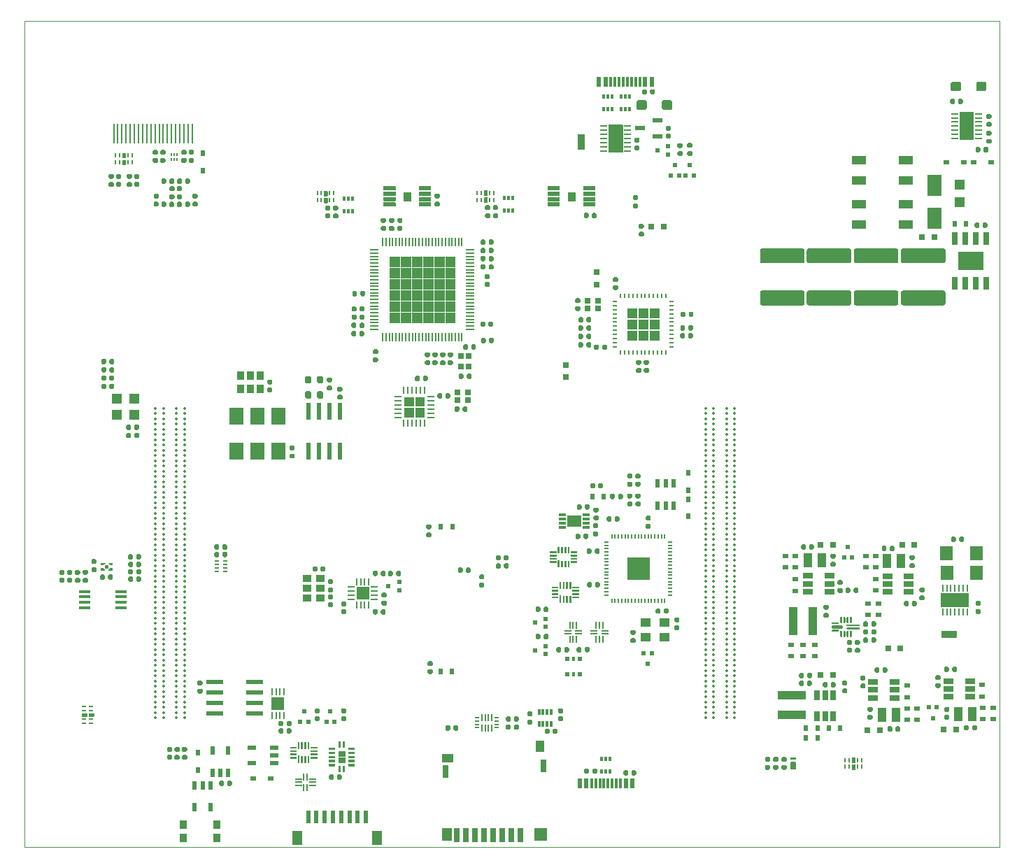
<source format=gbr>
%TF.GenerationSoftware,KiCad,Pcbnew,5.1.9+dfsg1-1*%
%TF.CreationDate,2022-05-16T11:40:41+02:00*%
%TF.ProjectId,kria-k26-devboard,6b726961-2d6b-4323-962d-646576626f61,rev?*%
%TF.SameCoordinates,Original*%
%TF.FileFunction,Paste,Top*%
%TF.FilePolarity,Positive*%
%FSLAX46Y46*%
G04 Gerber Fmt 4.6, Leading zero omitted, Abs format (unit mm)*
G04 Created by KiCad (PCBNEW 5.1.9+dfsg1-1) date 2022-05-16 11:40:41 commit 4dd4612*
%MOMM*%
%LPD*%
G01*
G04 APERTURE LIST*
%TA.AperFunction,Profile*%
%ADD10C,0.100000*%
%TD*%
%ADD11C,0.010000*%
%ADD12C,0.100000*%
%ADD13C,0.356000*%
%ADD14R,0.600000X1.150000*%
%ADD15R,0.300000X1.150000*%
%ADD16R,0.685800X0.787400*%
%ADD17R,0.800000X0.600000*%
%ADD18R,0.980000X3.400000*%
%ADD19R,0.800000X0.800000*%
%ADD20R,1.200000X1.200000*%
%ADD21R,0.200000X0.565000*%
%ADD22R,0.565000X0.200000*%
%ADD23R,2.800000X2.800000*%
%ADD24O,0.200000X0.550000*%
%ADD25O,0.550000X0.200000*%
%ADD26R,0.900000X1.100000*%
%ADD27R,1.100000X0.900000*%
%ADD28R,0.787400X0.685800*%
%ADD29R,1.140000X1.730000*%
%ADD30R,0.809600X1.905000*%
%ADD31R,1.905000X0.809600*%
%ADD32R,1.011199X0.204000*%
%ADD33R,0.204000X1.011199*%
%ADD34R,0.800000X1.500000*%
%ADD35R,1.000000X1.400000*%
%ADD36R,1.400000X1.000000*%
%ADD37R,1.500000X1.500000*%
%ADD38R,1.300000X1.500000*%
%ADD39R,0.700000X1.750000*%
%ADD40R,0.220000X0.900000*%
%ADD41R,0.220000X0.850000*%
%ADD42R,0.550000X0.220000*%
%ADD43R,1.200000X0.700000*%
%ADD44R,0.550000X1.000000*%
%ADD45R,0.600000X0.800000*%
%ADD46R,1.500000X1.800000*%
%ADD47R,1.800000X1.000000*%
%ADD48R,1.700000X2.500000*%
%ADD49R,0.650000X1.525000*%
%ADD50R,3.100000X2.290000*%
%ADD51R,0.600000X1.550000*%
%ADD52R,1.200000X1.800000*%
%ADD53R,3.400000X0.980000*%
%ADD54R,1.300000X0.600000*%
%ADD55R,0.900000X1.000000*%
%ADD56O,0.240000X0.599999*%
%ADD57O,0.599999X0.240000*%
%ADD58R,0.700000X1.200000*%
%ADD59R,0.254800X0.807999*%
%ADD60R,3.403600X1.803400*%
%ADD61R,0.807999X0.254800*%
%ADD62R,1.803400X3.403600*%
%ADD63R,0.299999X0.670001*%
%ADD64R,0.810000X0.220000*%
%ADD65R,0.220000X0.810000*%
%ADD66R,1.000000X0.550000*%
%ADD67R,0.600000X1.050000*%
%ADD68R,1.750000X1.450000*%
%ADD69R,0.825000X0.300000*%
%ADD70R,2.000000X0.600000*%
%ADD71R,1.600200X1.600200*%
%ADD72R,0.600000X2.000000*%
%ADD73R,1.800000X2.000000*%
%ADD74R,1.300000X1.100000*%
%ADD75R,0.280000X2.400000*%
%ADD76R,0.500000X0.600000*%
%ADD77R,0.300000X0.600000*%
%ADD78R,1.450000X0.450000*%
%ADD79R,0.600000X0.500000*%
%ADD80R,0.200000X0.400000*%
%ADD81R,1.549400X1.549400*%
%ADD82R,0.400000X0.600000*%
%ADD83R,0.584200X0.210000*%
G04 APERTURE END LIST*
D10*
X74000000Y-152000000D02*
X74000000Y-52000000D01*
X74000000Y-52000000D02*
X192000000Y-52000000D01*
X192000000Y-52000000D02*
X192000000Y-152000000D01*
X192000000Y-152000000D02*
X74000000Y-152000000D01*
D11*
%TO.C,U15*%
G36*
X174120000Y-142085000D02*
G01*
X174120000Y-142550000D01*
X174120069Y-142552617D01*
X174120274Y-142555226D01*
X174120616Y-142557822D01*
X174121093Y-142560396D01*
X174121704Y-142562941D01*
X174122447Y-142565451D01*
X174123321Y-142567918D01*
X174124323Y-142570337D01*
X174125450Y-142572700D01*
X174126699Y-142575000D01*
X174128066Y-142577232D01*
X174129549Y-142579389D01*
X174131143Y-142581466D01*
X174132843Y-142583457D01*
X174134645Y-142585355D01*
X174136543Y-142587157D01*
X174138534Y-142588857D01*
X174140611Y-142590451D01*
X174142768Y-142591934D01*
X174145000Y-142593301D01*
X174147300Y-142594550D01*
X174149663Y-142595677D01*
X174152082Y-142596679D01*
X174154549Y-142597553D01*
X174157059Y-142598296D01*
X174159604Y-142598907D01*
X174162178Y-142599384D01*
X174164774Y-142599726D01*
X174167383Y-142599931D01*
X174170000Y-142600000D01*
X174432500Y-142600000D01*
X174434986Y-142599935D01*
X174437465Y-142599740D01*
X174439931Y-142599415D01*
X174442376Y-142598962D01*
X174444794Y-142598381D01*
X174447178Y-142597675D01*
X174449522Y-142596845D01*
X174451820Y-142595893D01*
X174454065Y-142594823D01*
X174456250Y-142593636D01*
X174458370Y-142592337D01*
X174460420Y-142590928D01*
X174462393Y-142589414D01*
X174464284Y-142587799D01*
X174466088Y-142586088D01*
X174467799Y-142584284D01*
X174469414Y-142582393D01*
X174470928Y-142580420D01*
X174472337Y-142578370D01*
X174473636Y-142576250D01*
X174474823Y-142574065D01*
X174475893Y-142571820D01*
X174476845Y-142569522D01*
X174477675Y-142567178D01*
X174478381Y-142564794D01*
X174478962Y-142562376D01*
X174479415Y-142559931D01*
X174479740Y-142557465D01*
X174479935Y-142554986D01*
X174480000Y-142552500D01*
X174480000Y-142085000D01*
X174479931Y-142082383D01*
X174479726Y-142079774D01*
X174479384Y-142077178D01*
X174478907Y-142074604D01*
X174478296Y-142072059D01*
X174477553Y-142069549D01*
X174476679Y-142067082D01*
X174475677Y-142064663D01*
X174474550Y-142062300D01*
X174473301Y-142060000D01*
X174471934Y-142057768D01*
X174470451Y-142055611D01*
X174468857Y-142053534D01*
X174467157Y-142051543D01*
X174465355Y-142049645D01*
X174463457Y-142047843D01*
X174461466Y-142046143D01*
X174459389Y-142044549D01*
X174457232Y-142043066D01*
X174455000Y-142041699D01*
X174452700Y-142040450D01*
X174450337Y-142039323D01*
X174447918Y-142038321D01*
X174445451Y-142037447D01*
X174442941Y-142036704D01*
X174440396Y-142036093D01*
X174437822Y-142035616D01*
X174435226Y-142035274D01*
X174432617Y-142035069D01*
X174430000Y-142035000D01*
X174170000Y-142035000D01*
X174167383Y-142035069D01*
X174164774Y-142035274D01*
X174162178Y-142035616D01*
X174159604Y-142036093D01*
X174157059Y-142036704D01*
X174154549Y-142037447D01*
X174152082Y-142038321D01*
X174149663Y-142039323D01*
X174147300Y-142040450D01*
X174145000Y-142041699D01*
X174142768Y-142043066D01*
X174140611Y-142044549D01*
X174138534Y-142046143D01*
X174136543Y-142047843D01*
X174134645Y-142049645D01*
X174132843Y-142051543D01*
X174131143Y-142053534D01*
X174129549Y-142055611D01*
X174128066Y-142057768D01*
X174126699Y-142060000D01*
X174125450Y-142062300D01*
X174124323Y-142064663D01*
X174123321Y-142067082D01*
X174122447Y-142069549D01*
X174121704Y-142072059D01*
X174121093Y-142074604D01*
X174120616Y-142077178D01*
X174120274Y-142079774D01*
X174120069Y-142082383D01*
X174120000Y-142085000D01*
G37*
X174120000Y-142085000D02*
X174120000Y-142550000D01*
X174120069Y-142552617D01*
X174120274Y-142555226D01*
X174120616Y-142557822D01*
X174121093Y-142560396D01*
X174121704Y-142562941D01*
X174122447Y-142565451D01*
X174123321Y-142567918D01*
X174124323Y-142570337D01*
X174125450Y-142572700D01*
X174126699Y-142575000D01*
X174128066Y-142577232D01*
X174129549Y-142579389D01*
X174131143Y-142581466D01*
X174132843Y-142583457D01*
X174134645Y-142585355D01*
X174136543Y-142587157D01*
X174138534Y-142588857D01*
X174140611Y-142590451D01*
X174142768Y-142591934D01*
X174145000Y-142593301D01*
X174147300Y-142594550D01*
X174149663Y-142595677D01*
X174152082Y-142596679D01*
X174154549Y-142597553D01*
X174157059Y-142598296D01*
X174159604Y-142598907D01*
X174162178Y-142599384D01*
X174164774Y-142599726D01*
X174167383Y-142599931D01*
X174170000Y-142600000D01*
X174432500Y-142600000D01*
X174434986Y-142599935D01*
X174437465Y-142599740D01*
X174439931Y-142599415D01*
X174442376Y-142598962D01*
X174444794Y-142598381D01*
X174447178Y-142597675D01*
X174449522Y-142596845D01*
X174451820Y-142595893D01*
X174454065Y-142594823D01*
X174456250Y-142593636D01*
X174458370Y-142592337D01*
X174460420Y-142590928D01*
X174462393Y-142589414D01*
X174464284Y-142587799D01*
X174466088Y-142586088D01*
X174467799Y-142584284D01*
X174469414Y-142582393D01*
X174470928Y-142580420D01*
X174472337Y-142578370D01*
X174473636Y-142576250D01*
X174474823Y-142574065D01*
X174475893Y-142571820D01*
X174476845Y-142569522D01*
X174477675Y-142567178D01*
X174478381Y-142564794D01*
X174478962Y-142562376D01*
X174479415Y-142559931D01*
X174479740Y-142557465D01*
X174479935Y-142554986D01*
X174480000Y-142552500D01*
X174480000Y-142085000D01*
X174479931Y-142082383D01*
X174479726Y-142079774D01*
X174479384Y-142077178D01*
X174478907Y-142074604D01*
X174478296Y-142072059D01*
X174477553Y-142069549D01*
X174476679Y-142067082D01*
X174475677Y-142064663D01*
X174474550Y-142062300D01*
X174473301Y-142060000D01*
X174471934Y-142057768D01*
X174470451Y-142055611D01*
X174468857Y-142053534D01*
X174467157Y-142051543D01*
X174465355Y-142049645D01*
X174463457Y-142047843D01*
X174461466Y-142046143D01*
X174459389Y-142044549D01*
X174457232Y-142043066D01*
X174455000Y-142041699D01*
X174452700Y-142040450D01*
X174450337Y-142039323D01*
X174447918Y-142038321D01*
X174445451Y-142037447D01*
X174442941Y-142036704D01*
X174440396Y-142036093D01*
X174437822Y-142035616D01*
X174435226Y-142035274D01*
X174432617Y-142035069D01*
X174430000Y-142035000D01*
X174170000Y-142035000D01*
X174167383Y-142035069D01*
X174164774Y-142035274D01*
X174162178Y-142035616D01*
X174159604Y-142036093D01*
X174157059Y-142036704D01*
X174154549Y-142037447D01*
X174152082Y-142038321D01*
X174149663Y-142039323D01*
X174147300Y-142040450D01*
X174145000Y-142041699D01*
X174142768Y-142043066D01*
X174140611Y-142044549D01*
X174138534Y-142046143D01*
X174136543Y-142047843D01*
X174134645Y-142049645D01*
X174132843Y-142051543D01*
X174131143Y-142053534D01*
X174129549Y-142055611D01*
X174128066Y-142057768D01*
X174126699Y-142060000D01*
X174125450Y-142062300D01*
X174124323Y-142064663D01*
X174123321Y-142067082D01*
X174122447Y-142069549D01*
X174121704Y-142072059D01*
X174121093Y-142074604D01*
X174120616Y-142077178D01*
X174120274Y-142079774D01*
X174120069Y-142082383D01*
X174120000Y-142085000D01*
G36*
X174120000Y-141250000D02*
G01*
X174120000Y-141715000D01*
X174120069Y-141717617D01*
X174120274Y-141720226D01*
X174120616Y-141722822D01*
X174121093Y-141725396D01*
X174121704Y-141727941D01*
X174122447Y-141730451D01*
X174123321Y-141732918D01*
X174124323Y-141735337D01*
X174125450Y-141737700D01*
X174126699Y-141740000D01*
X174128066Y-141742232D01*
X174129549Y-141744389D01*
X174131143Y-141746466D01*
X174132843Y-141748457D01*
X174134645Y-141750355D01*
X174136543Y-141752157D01*
X174138534Y-141753857D01*
X174140611Y-141755451D01*
X174142768Y-141756934D01*
X174145000Y-141758301D01*
X174147300Y-141759550D01*
X174149663Y-141760677D01*
X174152082Y-141761679D01*
X174154549Y-141762553D01*
X174157059Y-141763296D01*
X174159604Y-141763907D01*
X174162178Y-141764384D01*
X174164774Y-141764726D01*
X174167383Y-141764931D01*
X174170000Y-141765000D01*
X174432500Y-141765000D01*
X174434986Y-141764935D01*
X174437465Y-141764740D01*
X174439931Y-141764415D01*
X174442376Y-141763962D01*
X174444794Y-141763381D01*
X174447178Y-141762675D01*
X174449522Y-141761845D01*
X174451820Y-141760893D01*
X174454065Y-141759823D01*
X174456250Y-141758636D01*
X174458370Y-141757337D01*
X174460420Y-141755928D01*
X174462393Y-141754414D01*
X174464284Y-141752799D01*
X174466088Y-141751088D01*
X174467799Y-141749284D01*
X174469414Y-141747393D01*
X174470928Y-141745420D01*
X174472337Y-141743370D01*
X174473636Y-141741250D01*
X174474823Y-141739065D01*
X174475893Y-141736820D01*
X174476845Y-141734522D01*
X174477675Y-141732178D01*
X174478381Y-141729794D01*
X174478962Y-141727376D01*
X174479415Y-141724931D01*
X174479740Y-141722465D01*
X174479935Y-141719986D01*
X174480000Y-141717500D01*
X174480000Y-141250000D01*
X174479931Y-141247383D01*
X174479726Y-141244774D01*
X174479384Y-141242178D01*
X174478907Y-141239604D01*
X174478296Y-141237059D01*
X174477553Y-141234549D01*
X174476679Y-141232082D01*
X174475677Y-141229663D01*
X174474550Y-141227300D01*
X174473301Y-141225000D01*
X174471934Y-141222768D01*
X174470451Y-141220611D01*
X174468857Y-141218534D01*
X174467157Y-141216543D01*
X174465355Y-141214645D01*
X174463457Y-141212843D01*
X174461466Y-141211143D01*
X174459389Y-141209549D01*
X174457232Y-141208066D01*
X174455000Y-141206699D01*
X174452700Y-141205450D01*
X174450337Y-141204323D01*
X174447918Y-141203321D01*
X174445451Y-141202447D01*
X174442941Y-141201704D01*
X174440396Y-141201093D01*
X174437822Y-141200616D01*
X174435226Y-141200274D01*
X174432617Y-141200069D01*
X174430000Y-141200000D01*
X174170000Y-141200000D01*
X174167383Y-141200069D01*
X174164774Y-141200274D01*
X174162178Y-141200616D01*
X174159604Y-141201093D01*
X174157059Y-141201704D01*
X174154549Y-141202447D01*
X174152082Y-141203321D01*
X174149663Y-141204323D01*
X174147300Y-141205450D01*
X174145000Y-141206699D01*
X174142768Y-141208066D01*
X174140611Y-141209549D01*
X174138534Y-141211143D01*
X174136543Y-141212843D01*
X174134645Y-141214645D01*
X174132843Y-141216543D01*
X174131143Y-141218534D01*
X174129549Y-141220611D01*
X174128066Y-141222768D01*
X174126699Y-141225000D01*
X174125450Y-141227300D01*
X174124323Y-141229663D01*
X174123321Y-141232082D01*
X174122447Y-141234549D01*
X174121704Y-141237059D01*
X174121093Y-141239604D01*
X174120616Y-141242178D01*
X174120274Y-141244774D01*
X174120069Y-141247383D01*
X174120000Y-141250000D01*
G37*
X174120000Y-141250000D02*
X174120000Y-141715000D01*
X174120069Y-141717617D01*
X174120274Y-141720226D01*
X174120616Y-141722822D01*
X174121093Y-141725396D01*
X174121704Y-141727941D01*
X174122447Y-141730451D01*
X174123321Y-141732918D01*
X174124323Y-141735337D01*
X174125450Y-141737700D01*
X174126699Y-141740000D01*
X174128066Y-141742232D01*
X174129549Y-141744389D01*
X174131143Y-141746466D01*
X174132843Y-141748457D01*
X174134645Y-141750355D01*
X174136543Y-141752157D01*
X174138534Y-141753857D01*
X174140611Y-141755451D01*
X174142768Y-141756934D01*
X174145000Y-141758301D01*
X174147300Y-141759550D01*
X174149663Y-141760677D01*
X174152082Y-141761679D01*
X174154549Y-141762553D01*
X174157059Y-141763296D01*
X174159604Y-141763907D01*
X174162178Y-141764384D01*
X174164774Y-141764726D01*
X174167383Y-141764931D01*
X174170000Y-141765000D01*
X174432500Y-141765000D01*
X174434986Y-141764935D01*
X174437465Y-141764740D01*
X174439931Y-141764415D01*
X174442376Y-141763962D01*
X174444794Y-141763381D01*
X174447178Y-141762675D01*
X174449522Y-141761845D01*
X174451820Y-141760893D01*
X174454065Y-141759823D01*
X174456250Y-141758636D01*
X174458370Y-141757337D01*
X174460420Y-141755928D01*
X174462393Y-141754414D01*
X174464284Y-141752799D01*
X174466088Y-141751088D01*
X174467799Y-141749284D01*
X174469414Y-141747393D01*
X174470928Y-141745420D01*
X174472337Y-141743370D01*
X174473636Y-141741250D01*
X174474823Y-141739065D01*
X174475893Y-141736820D01*
X174476845Y-141734522D01*
X174477675Y-141732178D01*
X174478381Y-141729794D01*
X174478962Y-141727376D01*
X174479415Y-141724931D01*
X174479740Y-141722465D01*
X174479935Y-141719986D01*
X174480000Y-141717500D01*
X174480000Y-141250000D01*
X174479931Y-141247383D01*
X174479726Y-141244774D01*
X174479384Y-141242178D01*
X174478907Y-141239604D01*
X174478296Y-141237059D01*
X174477553Y-141234549D01*
X174476679Y-141232082D01*
X174475677Y-141229663D01*
X174474550Y-141227300D01*
X174473301Y-141225000D01*
X174471934Y-141222768D01*
X174470451Y-141220611D01*
X174468857Y-141218534D01*
X174467157Y-141216543D01*
X174465355Y-141214645D01*
X174463457Y-141212843D01*
X174461466Y-141211143D01*
X174459389Y-141209549D01*
X174457232Y-141208066D01*
X174455000Y-141206699D01*
X174452700Y-141205450D01*
X174450337Y-141204323D01*
X174447918Y-141203321D01*
X174445451Y-141202447D01*
X174442941Y-141201704D01*
X174440396Y-141201093D01*
X174437822Y-141200616D01*
X174435226Y-141200274D01*
X174432617Y-141200069D01*
X174430000Y-141200000D01*
X174170000Y-141200000D01*
X174167383Y-141200069D01*
X174164774Y-141200274D01*
X174162178Y-141200616D01*
X174159604Y-141201093D01*
X174157059Y-141201704D01*
X174154549Y-141202447D01*
X174152082Y-141203321D01*
X174149663Y-141204323D01*
X174147300Y-141205450D01*
X174145000Y-141206699D01*
X174142768Y-141208066D01*
X174140611Y-141209549D01*
X174138534Y-141211143D01*
X174136543Y-141212843D01*
X174134645Y-141214645D01*
X174132843Y-141216543D01*
X174131143Y-141218534D01*
X174129549Y-141220611D01*
X174128066Y-141222768D01*
X174126699Y-141225000D01*
X174125450Y-141227300D01*
X174124323Y-141229663D01*
X174123321Y-141232082D01*
X174122447Y-141234549D01*
X174121704Y-141237059D01*
X174121093Y-141239604D01*
X174120616Y-141242178D01*
X174120274Y-141244774D01*
X174120069Y-141247383D01*
X174120000Y-141250000D01*
%TO.C,U41*%
G36*
X81785000Y-136180000D02*
G01*
X82250000Y-136180000D01*
X82252617Y-136179931D01*
X82255226Y-136179726D01*
X82257822Y-136179384D01*
X82260396Y-136178907D01*
X82262941Y-136178296D01*
X82265451Y-136177553D01*
X82267918Y-136176679D01*
X82270337Y-136175677D01*
X82272700Y-136174550D01*
X82275000Y-136173301D01*
X82277232Y-136171934D01*
X82279389Y-136170451D01*
X82281466Y-136168857D01*
X82283457Y-136167157D01*
X82285355Y-136165355D01*
X82287157Y-136163457D01*
X82288857Y-136161466D01*
X82290451Y-136159389D01*
X82291934Y-136157232D01*
X82293301Y-136155000D01*
X82294550Y-136152700D01*
X82295677Y-136150337D01*
X82296679Y-136147918D01*
X82297553Y-136145451D01*
X82298296Y-136142941D01*
X82298907Y-136140396D01*
X82299384Y-136137822D01*
X82299726Y-136135226D01*
X82299931Y-136132617D01*
X82300000Y-136130000D01*
X82300000Y-135867500D01*
X82299935Y-135865014D01*
X82299740Y-135862535D01*
X82299415Y-135860069D01*
X82298962Y-135857624D01*
X82298381Y-135855206D01*
X82297675Y-135852822D01*
X82296845Y-135850478D01*
X82295893Y-135848180D01*
X82294823Y-135845935D01*
X82293636Y-135843750D01*
X82292337Y-135841630D01*
X82290928Y-135839580D01*
X82289414Y-135837607D01*
X82287799Y-135835716D01*
X82286088Y-135833912D01*
X82284284Y-135832201D01*
X82282393Y-135830586D01*
X82280420Y-135829072D01*
X82278370Y-135827663D01*
X82276250Y-135826364D01*
X82274065Y-135825177D01*
X82271820Y-135824107D01*
X82269522Y-135823155D01*
X82267178Y-135822325D01*
X82264794Y-135821619D01*
X82262376Y-135821038D01*
X82259931Y-135820585D01*
X82257465Y-135820260D01*
X82254986Y-135820065D01*
X82252500Y-135820000D01*
X81785000Y-135820000D01*
X81782383Y-135820069D01*
X81779774Y-135820274D01*
X81777178Y-135820616D01*
X81774604Y-135821093D01*
X81772059Y-135821704D01*
X81769549Y-135822447D01*
X81767082Y-135823321D01*
X81764663Y-135824323D01*
X81762300Y-135825450D01*
X81760000Y-135826699D01*
X81757768Y-135828066D01*
X81755611Y-135829549D01*
X81753534Y-135831143D01*
X81751543Y-135832843D01*
X81749645Y-135834645D01*
X81747843Y-135836543D01*
X81746143Y-135838534D01*
X81744549Y-135840611D01*
X81743066Y-135842768D01*
X81741699Y-135845000D01*
X81740450Y-135847300D01*
X81739323Y-135849663D01*
X81738321Y-135852082D01*
X81737447Y-135854549D01*
X81736704Y-135857059D01*
X81736093Y-135859604D01*
X81735616Y-135862178D01*
X81735274Y-135864774D01*
X81735069Y-135867383D01*
X81735000Y-135870000D01*
X81735000Y-136130000D01*
X81735069Y-136132617D01*
X81735274Y-136135226D01*
X81735616Y-136137822D01*
X81736093Y-136140396D01*
X81736704Y-136142941D01*
X81737447Y-136145451D01*
X81738321Y-136147918D01*
X81739323Y-136150337D01*
X81740450Y-136152700D01*
X81741699Y-136155000D01*
X81743066Y-136157232D01*
X81744549Y-136159389D01*
X81746143Y-136161466D01*
X81747843Y-136163457D01*
X81749645Y-136165355D01*
X81751543Y-136167157D01*
X81753534Y-136168857D01*
X81755611Y-136170451D01*
X81757768Y-136171934D01*
X81760000Y-136173301D01*
X81762300Y-136174550D01*
X81764663Y-136175677D01*
X81767082Y-136176679D01*
X81769549Y-136177553D01*
X81772059Y-136178296D01*
X81774604Y-136178907D01*
X81777178Y-136179384D01*
X81779774Y-136179726D01*
X81782383Y-136179931D01*
X81785000Y-136180000D01*
G37*
X81785000Y-136180000D02*
X82250000Y-136180000D01*
X82252617Y-136179931D01*
X82255226Y-136179726D01*
X82257822Y-136179384D01*
X82260396Y-136178907D01*
X82262941Y-136178296D01*
X82265451Y-136177553D01*
X82267918Y-136176679D01*
X82270337Y-136175677D01*
X82272700Y-136174550D01*
X82275000Y-136173301D01*
X82277232Y-136171934D01*
X82279389Y-136170451D01*
X82281466Y-136168857D01*
X82283457Y-136167157D01*
X82285355Y-136165355D01*
X82287157Y-136163457D01*
X82288857Y-136161466D01*
X82290451Y-136159389D01*
X82291934Y-136157232D01*
X82293301Y-136155000D01*
X82294550Y-136152700D01*
X82295677Y-136150337D01*
X82296679Y-136147918D01*
X82297553Y-136145451D01*
X82298296Y-136142941D01*
X82298907Y-136140396D01*
X82299384Y-136137822D01*
X82299726Y-136135226D01*
X82299931Y-136132617D01*
X82300000Y-136130000D01*
X82300000Y-135867500D01*
X82299935Y-135865014D01*
X82299740Y-135862535D01*
X82299415Y-135860069D01*
X82298962Y-135857624D01*
X82298381Y-135855206D01*
X82297675Y-135852822D01*
X82296845Y-135850478D01*
X82295893Y-135848180D01*
X82294823Y-135845935D01*
X82293636Y-135843750D01*
X82292337Y-135841630D01*
X82290928Y-135839580D01*
X82289414Y-135837607D01*
X82287799Y-135835716D01*
X82286088Y-135833912D01*
X82284284Y-135832201D01*
X82282393Y-135830586D01*
X82280420Y-135829072D01*
X82278370Y-135827663D01*
X82276250Y-135826364D01*
X82274065Y-135825177D01*
X82271820Y-135824107D01*
X82269522Y-135823155D01*
X82267178Y-135822325D01*
X82264794Y-135821619D01*
X82262376Y-135821038D01*
X82259931Y-135820585D01*
X82257465Y-135820260D01*
X82254986Y-135820065D01*
X82252500Y-135820000D01*
X81785000Y-135820000D01*
X81782383Y-135820069D01*
X81779774Y-135820274D01*
X81777178Y-135820616D01*
X81774604Y-135821093D01*
X81772059Y-135821704D01*
X81769549Y-135822447D01*
X81767082Y-135823321D01*
X81764663Y-135824323D01*
X81762300Y-135825450D01*
X81760000Y-135826699D01*
X81757768Y-135828066D01*
X81755611Y-135829549D01*
X81753534Y-135831143D01*
X81751543Y-135832843D01*
X81749645Y-135834645D01*
X81747843Y-135836543D01*
X81746143Y-135838534D01*
X81744549Y-135840611D01*
X81743066Y-135842768D01*
X81741699Y-135845000D01*
X81740450Y-135847300D01*
X81739323Y-135849663D01*
X81738321Y-135852082D01*
X81737447Y-135854549D01*
X81736704Y-135857059D01*
X81736093Y-135859604D01*
X81735616Y-135862178D01*
X81735274Y-135864774D01*
X81735069Y-135867383D01*
X81735000Y-135870000D01*
X81735000Y-136130000D01*
X81735069Y-136132617D01*
X81735274Y-136135226D01*
X81735616Y-136137822D01*
X81736093Y-136140396D01*
X81736704Y-136142941D01*
X81737447Y-136145451D01*
X81738321Y-136147918D01*
X81739323Y-136150337D01*
X81740450Y-136152700D01*
X81741699Y-136155000D01*
X81743066Y-136157232D01*
X81744549Y-136159389D01*
X81746143Y-136161466D01*
X81747843Y-136163457D01*
X81749645Y-136165355D01*
X81751543Y-136167157D01*
X81753534Y-136168857D01*
X81755611Y-136170451D01*
X81757768Y-136171934D01*
X81760000Y-136173301D01*
X81762300Y-136174550D01*
X81764663Y-136175677D01*
X81767082Y-136176679D01*
X81769549Y-136177553D01*
X81772059Y-136178296D01*
X81774604Y-136178907D01*
X81777178Y-136179384D01*
X81779774Y-136179726D01*
X81782383Y-136179931D01*
X81785000Y-136180000D01*
G36*
X80950000Y-136180000D02*
G01*
X81415000Y-136180000D01*
X81417617Y-136179931D01*
X81420226Y-136179726D01*
X81422822Y-136179384D01*
X81425396Y-136178907D01*
X81427941Y-136178296D01*
X81430451Y-136177553D01*
X81432918Y-136176679D01*
X81435337Y-136175677D01*
X81437700Y-136174550D01*
X81440000Y-136173301D01*
X81442232Y-136171934D01*
X81444389Y-136170451D01*
X81446466Y-136168857D01*
X81448457Y-136167157D01*
X81450355Y-136165355D01*
X81452157Y-136163457D01*
X81453857Y-136161466D01*
X81455451Y-136159389D01*
X81456934Y-136157232D01*
X81458301Y-136155000D01*
X81459550Y-136152700D01*
X81460677Y-136150337D01*
X81461679Y-136147918D01*
X81462553Y-136145451D01*
X81463296Y-136142941D01*
X81463907Y-136140396D01*
X81464384Y-136137822D01*
X81464726Y-136135226D01*
X81464931Y-136132617D01*
X81465000Y-136130000D01*
X81465000Y-135867500D01*
X81464935Y-135865014D01*
X81464740Y-135862535D01*
X81464415Y-135860069D01*
X81463962Y-135857624D01*
X81463381Y-135855206D01*
X81462675Y-135852822D01*
X81461845Y-135850478D01*
X81460893Y-135848180D01*
X81459823Y-135845935D01*
X81458636Y-135843750D01*
X81457337Y-135841630D01*
X81455928Y-135839580D01*
X81454414Y-135837607D01*
X81452799Y-135835716D01*
X81451088Y-135833912D01*
X81449284Y-135832201D01*
X81447393Y-135830586D01*
X81445420Y-135829072D01*
X81443370Y-135827663D01*
X81441250Y-135826364D01*
X81439065Y-135825177D01*
X81436820Y-135824107D01*
X81434522Y-135823155D01*
X81432178Y-135822325D01*
X81429794Y-135821619D01*
X81427376Y-135821038D01*
X81424931Y-135820585D01*
X81422465Y-135820260D01*
X81419986Y-135820065D01*
X81417500Y-135820000D01*
X80950000Y-135820000D01*
X80947383Y-135820069D01*
X80944774Y-135820274D01*
X80942178Y-135820616D01*
X80939604Y-135821093D01*
X80937059Y-135821704D01*
X80934549Y-135822447D01*
X80932082Y-135823321D01*
X80929663Y-135824323D01*
X80927300Y-135825450D01*
X80925000Y-135826699D01*
X80922768Y-135828066D01*
X80920611Y-135829549D01*
X80918534Y-135831143D01*
X80916543Y-135832843D01*
X80914645Y-135834645D01*
X80912843Y-135836543D01*
X80911143Y-135838534D01*
X80909549Y-135840611D01*
X80908066Y-135842768D01*
X80906699Y-135845000D01*
X80905450Y-135847300D01*
X80904323Y-135849663D01*
X80903321Y-135852082D01*
X80902447Y-135854549D01*
X80901704Y-135857059D01*
X80901093Y-135859604D01*
X80900616Y-135862178D01*
X80900274Y-135864774D01*
X80900069Y-135867383D01*
X80900000Y-135870000D01*
X80900000Y-136130000D01*
X80900069Y-136132617D01*
X80900274Y-136135226D01*
X80900616Y-136137822D01*
X80901093Y-136140396D01*
X80901704Y-136142941D01*
X80902447Y-136145451D01*
X80903321Y-136147918D01*
X80904323Y-136150337D01*
X80905450Y-136152700D01*
X80906699Y-136155000D01*
X80908066Y-136157232D01*
X80909549Y-136159389D01*
X80911143Y-136161466D01*
X80912843Y-136163457D01*
X80914645Y-136165355D01*
X80916543Y-136167157D01*
X80918534Y-136168857D01*
X80920611Y-136170451D01*
X80922768Y-136171934D01*
X80925000Y-136173301D01*
X80927300Y-136174550D01*
X80929663Y-136175677D01*
X80932082Y-136176679D01*
X80934549Y-136177553D01*
X80937059Y-136178296D01*
X80939604Y-136178907D01*
X80942178Y-136179384D01*
X80944774Y-136179726D01*
X80947383Y-136179931D01*
X80950000Y-136180000D01*
G37*
X80950000Y-136180000D02*
X81415000Y-136180000D01*
X81417617Y-136179931D01*
X81420226Y-136179726D01*
X81422822Y-136179384D01*
X81425396Y-136178907D01*
X81427941Y-136178296D01*
X81430451Y-136177553D01*
X81432918Y-136176679D01*
X81435337Y-136175677D01*
X81437700Y-136174550D01*
X81440000Y-136173301D01*
X81442232Y-136171934D01*
X81444389Y-136170451D01*
X81446466Y-136168857D01*
X81448457Y-136167157D01*
X81450355Y-136165355D01*
X81452157Y-136163457D01*
X81453857Y-136161466D01*
X81455451Y-136159389D01*
X81456934Y-136157232D01*
X81458301Y-136155000D01*
X81459550Y-136152700D01*
X81460677Y-136150337D01*
X81461679Y-136147918D01*
X81462553Y-136145451D01*
X81463296Y-136142941D01*
X81463907Y-136140396D01*
X81464384Y-136137822D01*
X81464726Y-136135226D01*
X81464931Y-136132617D01*
X81465000Y-136130000D01*
X81465000Y-135867500D01*
X81464935Y-135865014D01*
X81464740Y-135862535D01*
X81464415Y-135860069D01*
X81463962Y-135857624D01*
X81463381Y-135855206D01*
X81462675Y-135852822D01*
X81461845Y-135850478D01*
X81460893Y-135848180D01*
X81459823Y-135845935D01*
X81458636Y-135843750D01*
X81457337Y-135841630D01*
X81455928Y-135839580D01*
X81454414Y-135837607D01*
X81452799Y-135835716D01*
X81451088Y-135833912D01*
X81449284Y-135832201D01*
X81447393Y-135830586D01*
X81445420Y-135829072D01*
X81443370Y-135827663D01*
X81441250Y-135826364D01*
X81439065Y-135825177D01*
X81436820Y-135824107D01*
X81434522Y-135823155D01*
X81432178Y-135822325D01*
X81429794Y-135821619D01*
X81427376Y-135821038D01*
X81424931Y-135820585D01*
X81422465Y-135820260D01*
X81419986Y-135820065D01*
X81417500Y-135820000D01*
X80950000Y-135820000D01*
X80947383Y-135820069D01*
X80944774Y-135820274D01*
X80942178Y-135820616D01*
X80939604Y-135821093D01*
X80937059Y-135821704D01*
X80934549Y-135822447D01*
X80932082Y-135823321D01*
X80929663Y-135824323D01*
X80927300Y-135825450D01*
X80925000Y-135826699D01*
X80922768Y-135828066D01*
X80920611Y-135829549D01*
X80918534Y-135831143D01*
X80916543Y-135832843D01*
X80914645Y-135834645D01*
X80912843Y-135836543D01*
X80911143Y-135838534D01*
X80909549Y-135840611D01*
X80908066Y-135842768D01*
X80906699Y-135845000D01*
X80905450Y-135847300D01*
X80904323Y-135849663D01*
X80903321Y-135852082D01*
X80902447Y-135854549D01*
X80901704Y-135857059D01*
X80901093Y-135859604D01*
X80900616Y-135862178D01*
X80900274Y-135864774D01*
X80900069Y-135867383D01*
X80900000Y-135870000D01*
X80900000Y-136130000D01*
X80900069Y-136132617D01*
X80900274Y-136135226D01*
X80900616Y-136137822D01*
X80901093Y-136140396D01*
X80901704Y-136142941D01*
X80902447Y-136145451D01*
X80903321Y-136147918D01*
X80904323Y-136150337D01*
X80905450Y-136152700D01*
X80906699Y-136155000D01*
X80908066Y-136157232D01*
X80909549Y-136159389D01*
X80911143Y-136161466D01*
X80912843Y-136163457D01*
X80914645Y-136165355D01*
X80916543Y-136167157D01*
X80918534Y-136168857D01*
X80920611Y-136170451D01*
X80922768Y-136171934D01*
X80925000Y-136173301D01*
X80927300Y-136174550D01*
X80929663Y-136175677D01*
X80932082Y-136176679D01*
X80934549Y-136177553D01*
X80937059Y-136178296D01*
X80939604Y-136178907D01*
X80942178Y-136179384D01*
X80944774Y-136179726D01*
X80947383Y-136179931D01*
X80950000Y-136180000D01*
%TO.C,U3*%
G36*
X86180000Y-68515000D02*
G01*
X86180000Y-68050000D01*
X86179931Y-68047383D01*
X86179726Y-68044774D01*
X86179384Y-68042178D01*
X86178907Y-68039604D01*
X86178296Y-68037059D01*
X86177553Y-68034549D01*
X86176679Y-68032082D01*
X86175677Y-68029663D01*
X86174550Y-68027300D01*
X86173301Y-68025000D01*
X86171934Y-68022768D01*
X86170451Y-68020611D01*
X86168857Y-68018534D01*
X86167157Y-68016543D01*
X86165355Y-68014645D01*
X86163457Y-68012843D01*
X86161466Y-68011143D01*
X86159389Y-68009549D01*
X86157232Y-68008066D01*
X86155000Y-68006699D01*
X86152700Y-68005450D01*
X86150337Y-68004323D01*
X86147918Y-68003321D01*
X86145451Y-68002447D01*
X86142941Y-68001704D01*
X86140396Y-68001093D01*
X86137822Y-68000616D01*
X86135226Y-68000274D01*
X86132617Y-68000069D01*
X86130000Y-68000000D01*
X85867500Y-68000000D01*
X85865014Y-68000065D01*
X85862535Y-68000260D01*
X85860069Y-68000585D01*
X85857624Y-68001038D01*
X85855206Y-68001619D01*
X85852822Y-68002325D01*
X85850478Y-68003155D01*
X85848180Y-68004107D01*
X85845935Y-68005177D01*
X85843750Y-68006364D01*
X85841630Y-68007663D01*
X85839580Y-68009072D01*
X85837607Y-68010586D01*
X85835716Y-68012201D01*
X85833912Y-68013912D01*
X85832201Y-68015716D01*
X85830586Y-68017607D01*
X85829072Y-68019580D01*
X85827663Y-68021630D01*
X85826364Y-68023750D01*
X85825177Y-68025935D01*
X85824107Y-68028180D01*
X85823155Y-68030478D01*
X85822325Y-68032822D01*
X85821619Y-68035206D01*
X85821038Y-68037624D01*
X85820585Y-68040069D01*
X85820260Y-68042535D01*
X85820065Y-68045014D01*
X85820000Y-68047500D01*
X85820000Y-68515000D01*
X85820069Y-68517617D01*
X85820274Y-68520226D01*
X85820616Y-68522822D01*
X85821093Y-68525396D01*
X85821704Y-68527941D01*
X85822447Y-68530451D01*
X85823321Y-68532918D01*
X85824323Y-68535337D01*
X85825450Y-68537700D01*
X85826699Y-68540000D01*
X85828066Y-68542232D01*
X85829549Y-68544389D01*
X85831143Y-68546466D01*
X85832843Y-68548457D01*
X85834645Y-68550355D01*
X85836543Y-68552157D01*
X85838534Y-68553857D01*
X85840611Y-68555451D01*
X85842768Y-68556934D01*
X85845000Y-68558301D01*
X85847300Y-68559550D01*
X85849663Y-68560677D01*
X85852082Y-68561679D01*
X85854549Y-68562553D01*
X85857059Y-68563296D01*
X85859604Y-68563907D01*
X85862178Y-68564384D01*
X85864774Y-68564726D01*
X85867383Y-68564931D01*
X85870000Y-68565000D01*
X86130000Y-68565000D01*
X86132617Y-68564931D01*
X86135226Y-68564726D01*
X86137822Y-68564384D01*
X86140396Y-68563907D01*
X86142941Y-68563296D01*
X86145451Y-68562553D01*
X86147918Y-68561679D01*
X86150337Y-68560677D01*
X86152700Y-68559550D01*
X86155000Y-68558301D01*
X86157232Y-68556934D01*
X86159389Y-68555451D01*
X86161466Y-68553857D01*
X86163457Y-68552157D01*
X86165355Y-68550355D01*
X86167157Y-68548457D01*
X86168857Y-68546466D01*
X86170451Y-68544389D01*
X86171934Y-68542232D01*
X86173301Y-68540000D01*
X86174550Y-68537700D01*
X86175677Y-68535337D01*
X86176679Y-68532918D01*
X86177553Y-68530451D01*
X86178296Y-68527941D01*
X86178907Y-68525396D01*
X86179384Y-68522822D01*
X86179726Y-68520226D01*
X86179931Y-68517617D01*
X86180000Y-68515000D01*
G37*
X86180000Y-68515000D02*
X86180000Y-68050000D01*
X86179931Y-68047383D01*
X86179726Y-68044774D01*
X86179384Y-68042178D01*
X86178907Y-68039604D01*
X86178296Y-68037059D01*
X86177553Y-68034549D01*
X86176679Y-68032082D01*
X86175677Y-68029663D01*
X86174550Y-68027300D01*
X86173301Y-68025000D01*
X86171934Y-68022768D01*
X86170451Y-68020611D01*
X86168857Y-68018534D01*
X86167157Y-68016543D01*
X86165355Y-68014645D01*
X86163457Y-68012843D01*
X86161466Y-68011143D01*
X86159389Y-68009549D01*
X86157232Y-68008066D01*
X86155000Y-68006699D01*
X86152700Y-68005450D01*
X86150337Y-68004323D01*
X86147918Y-68003321D01*
X86145451Y-68002447D01*
X86142941Y-68001704D01*
X86140396Y-68001093D01*
X86137822Y-68000616D01*
X86135226Y-68000274D01*
X86132617Y-68000069D01*
X86130000Y-68000000D01*
X85867500Y-68000000D01*
X85865014Y-68000065D01*
X85862535Y-68000260D01*
X85860069Y-68000585D01*
X85857624Y-68001038D01*
X85855206Y-68001619D01*
X85852822Y-68002325D01*
X85850478Y-68003155D01*
X85848180Y-68004107D01*
X85845935Y-68005177D01*
X85843750Y-68006364D01*
X85841630Y-68007663D01*
X85839580Y-68009072D01*
X85837607Y-68010586D01*
X85835716Y-68012201D01*
X85833912Y-68013912D01*
X85832201Y-68015716D01*
X85830586Y-68017607D01*
X85829072Y-68019580D01*
X85827663Y-68021630D01*
X85826364Y-68023750D01*
X85825177Y-68025935D01*
X85824107Y-68028180D01*
X85823155Y-68030478D01*
X85822325Y-68032822D01*
X85821619Y-68035206D01*
X85821038Y-68037624D01*
X85820585Y-68040069D01*
X85820260Y-68042535D01*
X85820065Y-68045014D01*
X85820000Y-68047500D01*
X85820000Y-68515000D01*
X85820069Y-68517617D01*
X85820274Y-68520226D01*
X85820616Y-68522822D01*
X85821093Y-68525396D01*
X85821704Y-68527941D01*
X85822447Y-68530451D01*
X85823321Y-68532918D01*
X85824323Y-68535337D01*
X85825450Y-68537700D01*
X85826699Y-68540000D01*
X85828066Y-68542232D01*
X85829549Y-68544389D01*
X85831143Y-68546466D01*
X85832843Y-68548457D01*
X85834645Y-68550355D01*
X85836543Y-68552157D01*
X85838534Y-68553857D01*
X85840611Y-68555451D01*
X85842768Y-68556934D01*
X85845000Y-68558301D01*
X85847300Y-68559550D01*
X85849663Y-68560677D01*
X85852082Y-68561679D01*
X85854549Y-68562553D01*
X85857059Y-68563296D01*
X85859604Y-68563907D01*
X85862178Y-68564384D01*
X85864774Y-68564726D01*
X85867383Y-68564931D01*
X85870000Y-68565000D01*
X86130000Y-68565000D01*
X86132617Y-68564931D01*
X86135226Y-68564726D01*
X86137822Y-68564384D01*
X86140396Y-68563907D01*
X86142941Y-68563296D01*
X86145451Y-68562553D01*
X86147918Y-68561679D01*
X86150337Y-68560677D01*
X86152700Y-68559550D01*
X86155000Y-68558301D01*
X86157232Y-68556934D01*
X86159389Y-68555451D01*
X86161466Y-68553857D01*
X86163457Y-68552157D01*
X86165355Y-68550355D01*
X86167157Y-68548457D01*
X86168857Y-68546466D01*
X86170451Y-68544389D01*
X86171934Y-68542232D01*
X86173301Y-68540000D01*
X86174550Y-68537700D01*
X86175677Y-68535337D01*
X86176679Y-68532918D01*
X86177553Y-68530451D01*
X86178296Y-68527941D01*
X86178907Y-68525396D01*
X86179384Y-68522822D01*
X86179726Y-68520226D01*
X86179931Y-68517617D01*
X86180000Y-68515000D01*
G36*
X86180000Y-69350000D02*
G01*
X86180000Y-68885000D01*
X86179931Y-68882383D01*
X86179726Y-68879774D01*
X86179384Y-68877178D01*
X86178907Y-68874604D01*
X86178296Y-68872059D01*
X86177553Y-68869549D01*
X86176679Y-68867082D01*
X86175677Y-68864663D01*
X86174550Y-68862300D01*
X86173301Y-68860000D01*
X86171934Y-68857768D01*
X86170451Y-68855611D01*
X86168857Y-68853534D01*
X86167157Y-68851543D01*
X86165355Y-68849645D01*
X86163457Y-68847843D01*
X86161466Y-68846143D01*
X86159389Y-68844549D01*
X86157232Y-68843066D01*
X86155000Y-68841699D01*
X86152700Y-68840450D01*
X86150337Y-68839323D01*
X86147918Y-68838321D01*
X86145451Y-68837447D01*
X86142941Y-68836704D01*
X86140396Y-68836093D01*
X86137822Y-68835616D01*
X86135226Y-68835274D01*
X86132617Y-68835069D01*
X86130000Y-68835000D01*
X85867500Y-68835000D01*
X85865014Y-68835065D01*
X85862535Y-68835260D01*
X85860069Y-68835585D01*
X85857624Y-68836038D01*
X85855206Y-68836619D01*
X85852822Y-68837325D01*
X85850478Y-68838155D01*
X85848180Y-68839107D01*
X85845935Y-68840177D01*
X85843750Y-68841364D01*
X85841630Y-68842663D01*
X85839580Y-68844072D01*
X85837607Y-68845586D01*
X85835716Y-68847201D01*
X85833912Y-68848912D01*
X85832201Y-68850716D01*
X85830586Y-68852607D01*
X85829072Y-68854580D01*
X85827663Y-68856630D01*
X85826364Y-68858750D01*
X85825177Y-68860935D01*
X85824107Y-68863180D01*
X85823155Y-68865478D01*
X85822325Y-68867822D01*
X85821619Y-68870206D01*
X85821038Y-68872624D01*
X85820585Y-68875069D01*
X85820260Y-68877535D01*
X85820065Y-68880014D01*
X85820000Y-68882500D01*
X85820000Y-69350000D01*
X85820069Y-69352617D01*
X85820274Y-69355226D01*
X85820616Y-69357822D01*
X85821093Y-69360396D01*
X85821704Y-69362941D01*
X85822447Y-69365451D01*
X85823321Y-69367918D01*
X85824323Y-69370337D01*
X85825450Y-69372700D01*
X85826699Y-69375000D01*
X85828066Y-69377232D01*
X85829549Y-69379389D01*
X85831143Y-69381466D01*
X85832843Y-69383457D01*
X85834645Y-69385355D01*
X85836543Y-69387157D01*
X85838534Y-69388857D01*
X85840611Y-69390451D01*
X85842768Y-69391934D01*
X85845000Y-69393301D01*
X85847300Y-69394550D01*
X85849663Y-69395677D01*
X85852082Y-69396679D01*
X85854549Y-69397553D01*
X85857059Y-69398296D01*
X85859604Y-69398907D01*
X85862178Y-69399384D01*
X85864774Y-69399726D01*
X85867383Y-69399931D01*
X85870000Y-69400000D01*
X86130000Y-69400000D01*
X86132617Y-69399931D01*
X86135226Y-69399726D01*
X86137822Y-69399384D01*
X86140396Y-69398907D01*
X86142941Y-69398296D01*
X86145451Y-69397553D01*
X86147918Y-69396679D01*
X86150337Y-69395677D01*
X86152700Y-69394550D01*
X86155000Y-69393301D01*
X86157232Y-69391934D01*
X86159389Y-69390451D01*
X86161466Y-69388857D01*
X86163457Y-69387157D01*
X86165355Y-69385355D01*
X86167157Y-69383457D01*
X86168857Y-69381466D01*
X86170451Y-69379389D01*
X86171934Y-69377232D01*
X86173301Y-69375000D01*
X86174550Y-69372700D01*
X86175677Y-69370337D01*
X86176679Y-69367918D01*
X86177553Y-69365451D01*
X86178296Y-69362941D01*
X86178907Y-69360396D01*
X86179384Y-69357822D01*
X86179726Y-69355226D01*
X86179931Y-69352617D01*
X86180000Y-69350000D01*
G37*
X86180000Y-69350000D02*
X86180000Y-68885000D01*
X86179931Y-68882383D01*
X86179726Y-68879774D01*
X86179384Y-68877178D01*
X86178907Y-68874604D01*
X86178296Y-68872059D01*
X86177553Y-68869549D01*
X86176679Y-68867082D01*
X86175677Y-68864663D01*
X86174550Y-68862300D01*
X86173301Y-68860000D01*
X86171934Y-68857768D01*
X86170451Y-68855611D01*
X86168857Y-68853534D01*
X86167157Y-68851543D01*
X86165355Y-68849645D01*
X86163457Y-68847843D01*
X86161466Y-68846143D01*
X86159389Y-68844549D01*
X86157232Y-68843066D01*
X86155000Y-68841699D01*
X86152700Y-68840450D01*
X86150337Y-68839323D01*
X86147918Y-68838321D01*
X86145451Y-68837447D01*
X86142941Y-68836704D01*
X86140396Y-68836093D01*
X86137822Y-68835616D01*
X86135226Y-68835274D01*
X86132617Y-68835069D01*
X86130000Y-68835000D01*
X85867500Y-68835000D01*
X85865014Y-68835065D01*
X85862535Y-68835260D01*
X85860069Y-68835585D01*
X85857624Y-68836038D01*
X85855206Y-68836619D01*
X85852822Y-68837325D01*
X85850478Y-68838155D01*
X85848180Y-68839107D01*
X85845935Y-68840177D01*
X85843750Y-68841364D01*
X85841630Y-68842663D01*
X85839580Y-68844072D01*
X85837607Y-68845586D01*
X85835716Y-68847201D01*
X85833912Y-68848912D01*
X85832201Y-68850716D01*
X85830586Y-68852607D01*
X85829072Y-68854580D01*
X85827663Y-68856630D01*
X85826364Y-68858750D01*
X85825177Y-68860935D01*
X85824107Y-68863180D01*
X85823155Y-68865478D01*
X85822325Y-68867822D01*
X85821619Y-68870206D01*
X85821038Y-68872624D01*
X85820585Y-68875069D01*
X85820260Y-68877535D01*
X85820065Y-68880014D01*
X85820000Y-68882500D01*
X85820000Y-69350000D01*
X85820069Y-69352617D01*
X85820274Y-69355226D01*
X85820616Y-69357822D01*
X85821093Y-69360396D01*
X85821704Y-69362941D01*
X85822447Y-69365451D01*
X85823321Y-69367918D01*
X85824323Y-69370337D01*
X85825450Y-69372700D01*
X85826699Y-69375000D01*
X85828066Y-69377232D01*
X85829549Y-69379389D01*
X85831143Y-69381466D01*
X85832843Y-69383457D01*
X85834645Y-69385355D01*
X85836543Y-69387157D01*
X85838534Y-69388857D01*
X85840611Y-69390451D01*
X85842768Y-69391934D01*
X85845000Y-69393301D01*
X85847300Y-69394550D01*
X85849663Y-69395677D01*
X85852082Y-69396679D01*
X85854549Y-69397553D01*
X85857059Y-69398296D01*
X85859604Y-69398907D01*
X85862178Y-69399384D01*
X85864774Y-69399726D01*
X85867383Y-69399931D01*
X85870000Y-69400000D01*
X86130000Y-69400000D01*
X86132617Y-69399931D01*
X86135226Y-69399726D01*
X86137822Y-69399384D01*
X86140396Y-69398907D01*
X86142941Y-69398296D01*
X86145451Y-69397553D01*
X86147918Y-69396679D01*
X86150337Y-69395677D01*
X86152700Y-69394550D01*
X86155000Y-69393301D01*
X86157232Y-69391934D01*
X86159389Y-69390451D01*
X86161466Y-69388857D01*
X86163457Y-69387157D01*
X86165355Y-69385355D01*
X86167157Y-69383457D01*
X86168857Y-69381466D01*
X86170451Y-69379389D01*
X86171934Y-69377232D01*
X86173301Y-69375000D01*
X86174550Y-69372700D01*
X86175677Y-69370337D01*
X86176679Y-69367918D01*
X86177553Y-69365451D01*
X86178296Y-69362941D01*
X86178907Y-69360396D01*
X86179384Y-69357822D01*
X86179726Y-69355226D01*
X86179931Y-69352617D01*
X86180000Y-69350000D01*
%TO.C,U25*%
G36*
X110580000Y-73115000D02*
G01*
X110580000Y-72650000D01*
X110579931Y-72647383D01*
X110579726Y-72644774D01*
X110579384Y-72642178D01*
X110578907Y-72639604D01*
X110578296Y-72637059D01*
X110577553Y-72634549D01*
X110576679Y-72632082D01*
X110575677Y-72629663D01*
X110574550Y-72627300D01*
X110573301Y-72625000D01*
X110571934Y-72622768D01*
X110570451Y-72620611D01*
X110568857Y-72618534D01*
X110567157Y-72616543D01*
X110565355Y-72614645D01*
X110563457Y-72612843D01*
X110561466Y-72611143D01*
X110559389Y-72609549D01*
X110557232Y-72608066D01*
X110555000Y-72606699D01*
X110552700Y-72605450D01*
X110550337Y-72604323D01*
X110547918Y-72603321D01*
X110545451Y-72602447D01*
X110542941Y-72601704D01*
X110540396Y-72601093D01*
X110537822Y-72600616D01*
X110535226Y-72600274D01*
X110532617Y-72600069D01*
X110530000Y-72600000D01*
X110267500Y-72600000D01*
X110265014Y-72600065D01*
X110262535Y-72600260D01*
X110260069Y-72600585D01*
X110257624Y-72601038D01*
X110255206Y-72601619D01*
X110252822Y-72602325D01*
X110250478Y-72603155D01*
X110248180Y-72604107D01*
X110245935Y-72605177D01*
X110243750Y-72606364D01*
X110241630Y-72607663D01*
X110239580Y-72609072D01*
X110237607Y-72610586D01*
X110235716Y-72612201D01*
X110233912Y-72613912D01*
X110232201Y-72615716D01*
X110230586Y-72617607D01*
X110229072Y-72619580D01*
X110227663Y-72621630D01*
X110226364Y-72623750D01*
X110225177Y-72625935D01*
X110224107Y-72628180D01*
X110223155Y-72630478D01*
X110222325Y-72632822D01*
X110221619Y-72635206D01*
X110221038Y-72637624D01*
X110220585Y-72640069D01*
X110220260Y-72642535D01*
X110220065Y-72645014D01*
X110220000Y-72647500D01*
X110220000Y-73115000D01*
X110220069Y-73117617D01*
X110220274Y-73120226D01*
X110220616Y-73122822D01*
X110221093Y-73125396D01*
X110221704Y-73127941D01*
X110222447Y-73130451D01*
X110223321Y-73132918D01*
X110224323Y-73135337D01*
X110225450Y-73137700D01*
X110226699Y-73140000D01*
X110228066Y-73142232D01*
X110229549Y-73144389D01*
X110231143Y-73146466D01*
X110232843Y-73148457D01*
X110234645Y-73150355D01*
X110236543Y-73152157D01*
X110238534Y-73153857D01*
X110240611Y-73155451D01*
X110242768Y-73156934D01*
X110245000Y-73158301D01*
X110247300Y-73159550D01*
X110249663Y-73160677D01*
X110252082Y-73161679D01*
X110254549Y-73162553D01*
X110257059Y-73163296D01*
X110259604Y-73163907D01*
X110262178Y-73164384D01*
X110264774Y-73164726D01*
X110267383Y-73164931D01*
X110270000Y-73165000D01*
X110530000Y-73165000D01*
X110532617Y-73164931D01*
X110535226Y-73164726D01*
X110537822Y-73164384D01*
X110540396Y-73163907D01*
X110542941Y-73163296D01*
X110545451Y-73162553D01*
X110547918Y-73161679D01*
X110550337Y-73160677D01*
X110552700Y-73159550D01*
X110555000Y-73158301D01*
X110557232Y-73156934D01*
X110559389Y-73155451D01*
X110561466Y-73153857D01*
X110563457Y-73152157D01*
X110565355Y-73150355D01*
X110567157Y-73148457D01*
X110568857Y-73146466D01*
X110570451Y-73144389D01*
X110571934Y-73142232D01*
X110573301Y-73140000D01*
X110574550Y-73137700D01*
X110575677Y-73135337D01*
X110576679Y-73132918D01*
X110577553Y-73130451D01*
X110578296Y-73127941D01*
X110578907Y-73125396D01*
X110579384Y-73122822D01*
X110579726Y-73120226D01*
X110579931Y-73117617D01*
X110580000Y-73115000D01*
G37*
X110580000Y-73115000D02*
X110580000Y-72650000D01*
X110579931Y-72647383D01*
X110579726Y-72644774D01*
X110579384Y-72642178D01*
X110578907Y-72639604D01*
X110578296Y-72637059D01*
X110577553Y-72634549D01*
X110576679Y-72632082D01*
X110575677Y-72629663D01*
X110574550Y-72627300D01*
X110573301Y-72625000D01*
X110571934Y-72622768D01*
X110570451Y-72620611D01*
X110568857Y-72618534D01*
X110567157Y-72616543D01*
X110565355Y-72614645D01*
X110563457Y-72612843D01*
X110561466Y-72611143D01*
X110559389Y-72609549D01*
X110557232Y-72608066D01*
X110555000Y-72606699D01*
X110552700Y-72605450D01*
X110550337Y-72604323D01*
X110547918Y-72603321D01*
X110545451Y-72602447D01*
X110542941Y-72601704D01*
X110540396Y-72601093D01*
X110537822Y-72600616D01*
X110535226Y-72600274D01*
X110532617Y-72600069D01*
X110530000Y-72600000D01*
X110267500Y-72600000D01*
X110265014Y-72600065D01*
X110262535Y-72600260D01*
X110260069Y-72600585D01*
X110257624Y-72601038D01*
X110255206Y-72601619D01*
X110252822Y-72602325D01*
X110250478Y-72603155D01*
X110248180Y-72604107D01*
X110245935Y-72605177D01*
X110243750Y-72606364D01*
X110241630Y-72607663D01*
X110239580Y-72609072D01*
X110237607Y-72610586D01*
X110235716Y-72612201D01*
X110233912Y-72613912D01*
X110232201Y-72615716D01*
X110230586Y-72617607D01*
X110229072Y-72619580D01*
X110227663Y-72621630D01*
X110226364Y-72623750D01*
X110225177Y-72625935D01*
X110224107Y-72628180D01*
X110223155Y-72630478D01*
X110222325Y-72632822D01*
X110221619Y-72635206D01*
X110221038Y-72637624D01*
X110220585Y-72640069D01*
X110220260Y-72642535D01*
X110220065Y-72645014D01*
X110220000Y-72647500D01*
X110220000Y-73115000D01*
X110220069Y-73117617D01*
X110220274Y-73120226D01*
X110220616Y-73122822D01*
X110221093Y-73125396D01*
X110221704Y-73127941D01*
X110222447Y-73130451D01*
X110223321Y-73132918D01*
X110224323Y-73135337D01*
X110225450Y-73137700D01*
X110226699Y-73140000D01*
X110228066Y-73142232D01*
X110229549Y-73144389D01*
X110231143Y-73146466D01*
X110232843Y-73148457D01*
X110234645Y-73150355D01*
X110236543Y-73152157D01*
X110238534Y-73153857D01*
X110240611Y-73155451D01*
X110242768Y-73156934D01*
X110245000Y-73158301D01*
X110247300Y-73159550D01*
X110249663Y-73160677D01*
X110252082Y-73161679D01*
X110254549Y-73162553D01*
X110257059Y-73163296D01*
X110259604Y-73163907D01*
X110262178Y-73164384D01*
X110264774Y-73164726D01*
X110267383Y-73164931D01*
X110270000Y-73165000D01*
X110530000Y-73165000D01*
X110532617Y-73164931D01*
X110535226Y-73164726D01*
X110537822Y-73164384D01*
X110540396Y-73163907D01*
X110542941Y-73163296D01*
X110545451Y-73162553D01*
X110547918Y-73161679D01*
X110550337Y-73160677D01*
X110552700Y-73159550D01*
X110555000Y-73158301D01*
X110557232Y-73156934D01*
X110559389Y-73155451D01*
X110561466Y-73153857D01*
X110563457Y-73152157D01*
X110565355Y-73150355D01*
X110567157Y-73148457D01*
X110568857Y-73146466D01*
X110570451Y-73144389D01*
X110571934Y-73142232D01*
X110573301Y-73140000D01*
X110574550Y-73137700D01*
X110575677Y-73135337D01*
X110576679Y-73132918D01*
X110577553Y-73130451D01*
X110578296Y-73127941D01*
X110578907Y-73125396D01*
X110579384Y-73122822D01*
X110579726Y-73120226D01*
X110579931Y-73117617D01*
X110580000Y-73115000D01*
G36*
X110580000Y-73950000D02*
G01*
X110580000Y-73485000D01*
X110579931Y-73482383D01*
X110579726Y-73479774D01*
X110579384Y-73477178D01*
X110578907Y-73474604D01*
X110578296Y-73472059D01*
X110577553Y-73469549D01*
X110576679Y-73467082D01*
X110575677Y-73464663D01*
X110574550Y-73462300D01*
X110573301Y-73460000D01*
X110571934Y-73457768D01*
X110570451Y-73455611D01*
X110568857Y-73453534D01*
X110567157Y-73451543D01*
X110565355Y-73449645D01*
X110563457Y-73447843D01*
X110561466Y-73446143D01*
X110559389Y-73444549D01*
X110557232Y-73443066D01*
X110555000Y-73441699D01*
X110552700Y-73440450D01*
X110550337Y-73439323D01*
X110547918Y-73438321D01*
X110545451Y-73437447D01*
X110542941Y-73436704D01*
X110540396Y-73436093D01*
X110537822Y-73435616D01*
X110535226Y-73435274D01*
X110532617Y-73435069D01*
X110530000Y-73435000D01*
X110267500Y-73435000D01*
X110265014Y-73435065D01*
X110262535Y-73435260D01*
X110260069Y-73435585D01*
X110257624Y-73436038D01*
X110255206Y-73436619D01*
X110252822Y-73437325D01*
X110250478Y-73438155D01*
X110248180Y-73439107D01*
X110245935Y-73440177D01*
X110243750Y-73441364D01*
X110241630Y-73442663D01*
X110239580Y-73444072D01*
X110237607Y-73445586D01*
X110235716Y-73447201D01*
X110233912Y-73448912D01*
X110232201Y-73450716D01*
X110230586Y-73452607D01*
X110229072Y-73454580D01*
X110227663Y-73456630D01*
X110226364Y-73458750D01*
X110225177Y-73460935D01*
X110224107Y-73463180D01*
X110223155Y-73465478D01*
X110222325Y-73467822D01*
X110221619Y-73470206D01*
X110221038Y-73472624D01*
X110220585Y-73475069D01*
X110220260Y-73477535D01*
X110220065Y-73480014D01*
X110220000Y-73482500D01*
X110220000Y-73950000D01*
X110220069Y-73952617D01*
X110220274Y-73955226D01*
X110220616Y-73957822D01*
X110221093Y-73960396D01*
X110221704Y-73962941D01*
X110222447Y-73965451D01*
X110223321Y-73967918D01*
X110224323Y-73970337D01*
X110225450Y-73972700D01*
X110226699Y-73975000D01*
X110228066Y-73977232D01*
X110229549Y-73979389D01*
X110231143Y-73981466D01*
X110232843Y-73983457D01*
X110234645Y-73985355D01*
X110236543Y-73987157D01*
X110238534Y-73988857D01*
X110240611Y-73990451D01*
X110242768Y-73991934D01*
X110245000Y-73993301D01*
X110247300Y-73994550D01*
X110249663Y-73995677D01*
X110252082Y-73996679D01*
X110254549Y-73997553D01*
X110257059Y-73998296D01*
X110259604Y-73998907D01*
X110262178Y-73999384D01*
X110264774Y-73999726D01*
X110267383Y-73999931D01*
X110270000Y-74000000D01*
X110530000Y-74000000D01*
X110532617Y-73999931D01*
X110535226Y-73999726D01*
X110537822Y-73999384D01*
X110540396Y-73998907D01*
X110542941Y-73998296D01*
X110545451Y-73997553D01*
X110547918Y-73996679D01*
X110550337Y-73995677D01*
X110552700Y-73994550D01*
X110555000Y-73993301D01*
X110557232Y-73991934D01*
X110559389Y-73990451D01*
X110561466Y-73988857D01*
X110563457Y-73987157D01*
X110565355Y-73985355D01*
X110567157Y-73983457D01*
X110568857Y-73981466D01*
X110570451Y-73979389D01*
X110571934Y-73977232D01*
X110573301Y-73975000D01*
X110574550Y-73972700D01*
X110575677Y-73970337D01*
X110576679Y-73967918D01*
X110577553Y-73965451D01*
X110578296Y-73962941D01*
X110578907Y-73960396D01*
X110579384Y-73957822D01*
X110579726Y-73955226D01*
X110579931Y-73952617D01*
X110580000Y-73950000D01*
G37*
X110580000Y-73950000D02*
X110580000Y-73485000D01*
X110579931Y-73482383D01*
X110579726Y-73479774D01*
X110579384Y-73477178D01*
X110578907Y-73474604D01*
X110578296Y-73472059D01*
X110577553Y-73469549D01*
X110576679Y-73467082D01*
X110575677Y-73464663D01*
X110574550Y-73462300D01*
X110573301Y-73460000D01*
X110571934Y-73457768D01*
X110570451Y-73455611D01*
X110568857Y-73453534D01*
X110567157Y-73451543D01*
X110565355Y-73449645D01*
X110563457Y-73447843D01*
X110561466Y-73446143D01*
X110559389Y-73444549D01*
X110557232Y-73443066D01*
X110555000Y-73441699D01*
X110552700Y-73440450D01*
X110550337Y-73439323D01*
X110547918Y-73438321D01*
X110545451Y-73437447D01*
X110542941Y-73436704D01*
X110540396Y-73436093D01*
X110537822Y-73435616D01*
X110535226Y-73435274D01*
X110532617Y-73435069D01*
X110530000Y-73435000D01*
X110267500Y-73435000D01*
X110265014Y-73435065D01*
X110262535Y-73435260D01*
X110260069Y-73435585D01*
X110257624Y-73436038D01*
X110255206Y-73436619D01*
X110252822Y-73437325D01*
X110250478Y-73438155D01*
X110248180Y-73439107D01*
X110245935Y-73440177D01*
X110243750Y-73441364D01*
X110241630Y-73442663D01*
X110239580Y-73444072D01*
X110237607Y-73445586D01*
X110235716Y-73447201D01*
X110233912Y-73448912D01*
X110232201Y-73450716D01*
X110230586Y-73452607D01*
X110229072Y-73454580D01*
X110227663Y-73456630D01*
X110226364Y-73458750D01*
X110225177Y-73460935D01*
X110224107Y-73463180D01*
X110223155Y-73465478D01*
X110222325Y-73467822D01*
X110221619Y-73470206D01*
X110221038Y-73472624D01*
X110220585Y-73475069D01*
X110220260Y-73477535D01*
X110220065Y-73480014D01*
X110220000Y-73482500D01*
X110220000Y-73950000D01*
X110220069Y-73952617D01*
X110220274Y-73955226D01*
X110220616Y-73957822D01*
X110221093Y-73960396D01*
X110221704Y-73962941D01*
X110222447Y-73965451D01*
X110223321Y-73967918D01*
X110224323Y-73970337D01*
X110225450Y-73972700D01*
X110226699Y-73975000D01*
X110228066Y-73977232D01*
X110229549Y-73979389D01*
X110231143Y-73981466D01*
X110232843Y-73983457D01*
X110234645Y-73985355D01*
X110236543Y-73987157D01*
X110238534Y-73988857D01*
X110240611Y-73990451D01*
X110242768Y-73991934D01*
X110245000Y-73993301D01*
X110247300Y-73994550D01*
X110249663Y-73995677D01*
X110252082Y-73996679D01*
X110254549Y-73997553D01*
X110257059Y-73998296D01*
X110259604Y-73998907D01*
X110262178Y-73999384D01*
X110264774Y-73999726D01*
X110267383Y-73999931D01*
X110270000Y-74000000D01*
X110530000Y-74000000D01*
X110532617Y-73999931D01*
X110535226Y-73999726D01*
X110537822Y-73999384D01*
X110540396Y-73998907D01*
X110542941Y-73998296D01*
X110545451Y-73997553D01*
X110547918Y-73996679D01*
X110550337Y-73995677D01*
X110552700Y-73994550D01*
X110555000Y-73993301D01*
X110557232Y-73991934D01*
X110559389Y-73990451D01*
X110561466Y-73988857D01*
X110563457Y-73987157D01*
X110565355Y-73985355D01*
X110567157Y-73983457D01*
X110568857Y-73981466D01*
X110570451Y-73979389D01*
X110571934Y-73977232D01*
X110573301Y-73975000D01*
X110574550Y-73972700D01*
X110575677Y-73970337D01*
X110576679Y-73967918D01*
X110577553Y-73965451D01*
X110578296Y-73962941D01*
X110578907Y-73960396D01*
X110579384Y-73957822D01*
X110579726Y-73955226D01*
X110579931Y-73952617D01*
X110580000Y-73950000D01*
%TO.C,U19*%
G36*
X129930000Y-73065000D02*
G01*
X129930000Y-72600000D01*
X129929931Y-72597383D01*
X129929726Y-72594774D01*
X129929384Y-72592178D01*
X129928907Y-72589604D01*
X129928296Y-72587059D01*
X129927553Y-72584549D01*
X129926679Y-72582082D01*
X129925677Y-72579663D01*
X129924550Y-72577300D01*
X129923301Y-72575000D01*
X129921934Y-72572768D01*
X129920451Y-72570611D01*
X129918857Y-72568534D01*
X129917157Y-72566543D01*
X129915355Y-72564645D01*
X129913457Y-72562843D01*
X129911466Y-72561143D01*
X129909389Y-72559549D01*
X129907232Y-72558066D01*
X129905000Y-72556699D01*
X129902700Y-72555450D01*
X129900337Y-72554323D01*
X129897918Y-72553321D01*
X129895451Y-72552447D01*
X129892941Y-72551704D01*
X129890396Y-72551093D01*
X129887822Y-72550616D01*
X129885226Y-72550274D01*
X129882617Y-72550069D01*
X129880000Y-72550000D01*
X129617500Y-72550000D01*
X129615014Y-72550065D01*
X129612535Y-72550260D01*
X129610069Y-72550585D01*
X129607624Y-72551038D01*
X129605206Y-72551619D01*
X129602822Y-72552325D01*
X129600478Y-72553155D01*
X129598180Y-72554107D01*
X129595935Y-72555177D01*
X129593750Y-72556364D01*
X129591630Y-72557663D01*
X129589580Y-72559072D01*
X129587607Y-72560586D01*
X129585716Y-72562201D01*
X129583912Y-72563912D01*
X129582201Y-72565716D01*
X129580586Y-72567607D01*
X129579072Y-72569580D01*
X129577663Y-72571630D01*
X129576364Y-72573750D01*
X129575177Y-72575935D01*
X129574107Y-72578180D01*
X129573155Y-72580478D01*
X129572325Y-72582822D01*
X129571619Y-72585206D01*
X129571038Y-72587624D01*
X129570585Y-72590069D01*
X129570260Y-72592535D01*
X129570065Y-72595014D01*
X129570000Y-72597500D01*
X129570000Y-73065000D01*
X129570069Y-73067617D01*
X129570274Y-73070226D01*
X129570616Y-73072822D01*
X129571093Y-73075396D01*
X129571704Y-73077941D01*
X129572447Y-73080451D01*
X129573321Y-73082918D01*
X129574323Y-73085337D01*
X129575450Y-73087700D01*
X129576699Y-73090000D01*
X129578066Y-73092232D01*
X129579549Y-73094389D01*
X129581143Y-73096466D01*
X129582843Y-73098457D01*
X129584645Y-73100355D01*
X129586543Y-73102157D01*
X129588534Y-73103857D01*
X129590611Y-73105451D01*
X129592768Y-73106934D01*
X129595000Y-73108301D01*
X129597300Y-73109550D01*
X129599663Y-73110677D01*
X129602082Y-73111679D01*
X129604549Y-73112553D01*
X129607059Y-73113296D01*
X129609604Y-73113907D01*
X129612178Y-73114384D01*
X129614774Y-73114726D01*
X129617383Y-73114931D01*
X129620000Y-73115000D01*
X129880000Y-73115000D01*
X129882617Y-73114931D01*
X129885226Y-73114726D01*
X129887822Y-73114384D01*
X129890396Y-73113907D01*
X129892941Y-73113296D01*
X129895451Y-73112553D01*
X129897918Y-73111679D01*
X129900337Y-73110677D01*
X129902700Y-73109550D01*
X129905000Y-73108301D01*
X129907232Y-73106934D01*
X129909389Y-73105451D01*
X129911466Y-73103857D01*
X129913457Y-73102157D01*
X129915355Y-73100355D01*
X129917157Y-73098457D01*
X129918857Y-73096466D01*
X129920451Y-73094389D01*
X129921934Y-73092232D01*
X129923301Y-73090000D01*
X129924550Y-73087700D01*
X129925677Y-73085337D01*
X129926679Y-73082918D01*
X129927553Y-73080451D01*
X129928296Y-73077941D01*
X129928907Y-73075396D01*
X129929384Y-73072822D01*
X129929726Y-73070226D01*
X129929931Y-73067617D01*
X129930000Y-73065000D01*
G37*
X129930000Y-73065000D02*
X129930000Y-72600000D01*
X129929931Y-72597383D01*
X129929726Y-72594774D01*
X129929384Y-72592178D01*
X129928907Y-72589604D01*
X129928296Y-72587059D01*
X129927553Y-72584549D01*
X129926679Y-72582082D01*
X129925677Y-72579663D01*
X129924550Y-72577300D01*
X129923301Y-72575000D01*
X129921934Y-72572768D01*
X129920451Y-72570611D01*
X129918857Y-72568534D01*
X129917157Y-72566543D01*
X129915355Y-72564645D01*
X129913457Y-72562843D01*
X129911466Y-72561143D01*
X129909389Y-72559549D01*
X129907232Y-72558066D01*
X129905000Y-72556699D01*
X129902700Y-72555450D01*
X129900337Y-72554323D01*
X129897918Y-72553321D01*
X129895451Y-72552447D01*
X129892941Y-72551704D01*
X129890396Y-72551093D01*
X129887822Y-72550616D01*
X129885226Y-72550274D01*
X129882617Y-72550069D01*
X129880000Y-72550000D01*
X129617500Y-72550000D01*
X129615014Y-72550065D01*
X129612535Y-72550260D01*
X129610069Y-72550585D01*
X129607624Y-72551038D01*
X129605206Y-72551619D01*
X129602822Y-72552325D01*
X129600478Y-72553155D01*
X129598180Y-72554107D01*
X129595935Y-72555177D01*
X129593750Y-72556364D01*
X129591630Y-72557663D01*
X129589580Y-72559072D01*
X129587607Y-72560586D01*
X129585716Y-72562201D01*
X129583912Y-72563912D01*
X129582201Y-72565716D01*
X129580586Y-72567607D01*
X129579072Y-72569580D01*
X129577663Y-72571630D01*
X129576364Y-72573750D01*
X129575177Y-72575935D01*
X129574107Y-72578180D01*
X129573155Y-72580478D01*
X129572325Y-72582822D01*
X129571619Y-72585206D01*
X129571038Y-72587624D01*
X129570585Y-72590069D01*
X129570260Y-72592535D01*
X129570065Y-72595014D01*
X129570000Y-72597500D01*
X129570000Y-73065000D01*
X129570069Y-73067617D01*
X129570274Y-73070226D01*
X129570616Y-73072822D01*
X129571093Y-73075396D01*
X129571704Y-73077941D01*
X129572447Y-73080451D01*
X129573321Y-73082918D01*
X129574323Y-73085337D01*
X129575450Y-73087700D01*
X129576699Y-73090000D01*
X129578066Y-73092232D01*
X129579549Y-73094389D01*
X129581143Y-73096466D01*
X129582843Y-73098457D01*
X129584645Y-73100355D01*
X129586543Y-73102157D01*
X129588534Y-73103857D01*
X129590611Y-73105451D01*
X129592768Y-73106934D01*
X129595000Y-73108301D01*
X129597300Y-73109550D01*
X129599663Y-73110677D01*
X129602082Y-73111679D01*
X129604549Y-73112553D01*
X129607059Y-73113296D01*
X129609604Y-73113907D01*
X129612178Y-73114384D01*
X129614774Y-73114726D01*
X129617383Y-73114931D01*
X129620000Y-73115000D01*
X129880000Y-73115000D01*
X129882617Y-73114931D01*
X129885226Y-73114726D01*
X129887822Y-73114384D01*
X129890396Y-73113907D01*
X129892941Y-73113296D01*
X129895451Y-73112553D01*
X129897918Y-73111679D01*
X129900337Y-73110677D01*
X129902700Y-73109550D01*
X129905000Y-73108301D01*
X129907232Y-73106934D01*
X129909389Y-73105451D01*
X129911466Y-73103857D01*
X129913457Y-73102157D01*
X129915355Y-73100355D01*
X129917157Y-73098457D01*
X129918857Y-73096466D01*
X129920451Y-73094389D01*
X129921934Y-73092232D01*
X129923301Y-73090000D01*
X129924550Y-73087700D01*
X129925677Y-73085337D01*
X129926679Y-73082918D01*
X129927553Y-73080451D01*
X129928296Y-73077941D01*
X129928907Y-73075396D01*
X129929384Y-73072822D01*
X129929726Y-73070226D01*
X129929931Y-73067617D01*
X129930000Y-73065000D01*
G36*
X129930000Y-73900000D02*
G01*
X129930000Y-73435000D01*
X129929931Y-73432383D01*
X129929726Y-73429774D01*
X129929384Y-73427178D01*
X129928907Y-73424604D01*
X129928296Y-73422059D01*
X129927553Y-73419549D01*
X129926679Y-73417082D01*
X129925677Y-73414663D01*
X129924550Y-73412300D01*
X129923301Y-73410000D01*
X129921934Y-73407768D01*
X129920451Y-73405611D01*
X129918857Y-73403534D01*
X129917157Y-73401543D01*
X129915355Y-73399645D01*
X129913457Y-73397843D01*
X129911466Y-73396143D01*
X129909389Y-73394549D01*
X129907232Y-73393066D01*
X129905000Y-73391699D01*
X129902700Y-73390450D01*
X129900337Y-73389323D01*
X129897918Y-73388321D01*
X129895451Y-73387447D01*
X129892941Y-73386704D01*
X129890396Y-73386093D01*
X129887822Y-73385616D01*
X129885226Y-73385274D01*
X129882617Y-73385069D01*
X129880000Y-73385000D01*
X129617500Y-73385000D01*
X129615014Y-73385065D01*
X129612535Y-73385260D01*
X129610069Y-73385585D01*
X129607624Y-73386038D01*
X129605206Y-73386619D01*
X129602822Y-73387325D01*
X129600478Y-73388155D01*
X129598180Y-73389107D01*
X129595935Y-73390177D01*
X129593750Y-73391364D01*
X129591630Y-73392663D01*
X129589580Y-73394072D01*
X129587607Y-73395586D01*
X129585716Y-73397201D01*
X129583912Y-73398912D01*
X129582201Y-73400716D01*
X129580586Y-73402607D01*
X129579072Y-73404580D01*
X129577663Y-73406630D01*
X129576364Y-73408750D01*
X129575177Y-73410935D01*
X129574107Y-73413180D01*
X129573155Y-73415478D01*
X129572325Y-73417822D01*
X129571619Y-73420206D01*
X129571038Y-73422624D01*
X129570585Y-73425069D01*
X129570260Y-73427535D01*
X129570065Y-73430014D01*
X129570000Y-73432500D01*
X129570000Y-73900000D01*
X129570069Y-73902617D01*
X129570274Y-73905226D01*
X129570616Y-73907822D01*
X129571093Y-73910396D01*
X129571704Y-73912941D01*
X129572447Y-73915451D01*
X129573321Y-73917918D01*
X129574323Y-73920337D01*
X129575450Y-73922700D01*
X129576699Y-73925000D01*
X129578066Y-73927232D01*
X129579549Y-73929389D01*
X129581143Y-73931466D01*
X129582843Y-73933457D01*
X129584645Y-73935355D01*
X129586543Y-73937157D01*
X129588534Y-73938857D01*
X129590611Y-73940451D01*
X129592768Y-73941934D01*
X129595000Y-73943301D01*
X129597300Y-73944550D01*
X129599663Y-73945677D01*
X129602082Y-73946679D01*
X129604549Y-73947553D01*
X129607059Y-73948296D01*
X129609604Y-73948907D01*
X129612178Y-73949384D01*
X129614774Y-73949726D01*
X129617383Y-73949931D01*
X129620000Y-73950000D01*
X129880000Y-73950000D01*
X129882617Y-73949931D01*
X129885226Y-73949726D01*
X129887822Y-73949384D01*
X129890396Y-73948907D01*
X129892941Y-73948296D01*
X129895451Y-73947553D01*
X129897918Y-73946679D01*
X129900337Y-73945677D01*
X129902700Y-73944550D01*
X129905000Y-73943301D01*
X129907232Y-73941934D01*
X129909389Y-73940451D01*
X129911466Y-73938857D01*
X129913457Y-73937157D01*
X129915355Y-73935355D01*
X129917157Y-73933457D01*
X129918857Y-73931466D01*
X129920451Y-73929389D01*
X129921934Y-73927232D01*
X129923301Y-73925000D01*
X129924550Y-73922700D01*
X129925677Y-73920337D01*
X129926679Y-73917918D01*
X129927553Y-73915451D01*
X129928296Y-73912941D01*
X129928907Y-73910396D01*
X129929384Y-73907822D01*
X129929726Y-73905226D01*
X129929931Y-73902617D01*
X129930000Y-73900000D01*
G37*
X129930000Y-73900000D02*
X129930000Y-73435000D01*
X129929931Y-73432383D01*
X129929726Y-73429774D01*
X129929384Y-73427178D01*
X129928907Y-73424604D01*
X129928296Y-73422059D01*
X129927553Y-73419549D01*
X129926679Y-73417082D01*
X129925677Y-73414663D01*
X129924550Y-73412300D01*
X129923301Y-73410000D01*
X129921934Y-73407768D01*
X129920451Y-73405611D01*
X129918857Y-73403534D01*
X129917157Y-73401543D01*
X129915355Y-73399645D01*
X129913457Y-73397843D01*
X129911466Y-73396143D01*
X129909389Y-73394549D01*
X129907232Y-73393066D01*
X129905000Y-73391699D01*
X129902700Y-73390450D01*
X129900337Y-73389323D01*
X129897918Y-73388321D01*
X129895451Y-73387447D01*
X129892941Y-73386704D01*
X129890396Y-73386093D01*
X129887822Y-73385616D01*
X129885226Y-73385274D01*
X129882617Y-73385069D01*
X129880000Y-73385000D01*
X129617500Y-73385000D01*
X129615014Y-73385065D01*
X129612535Y-73385260D01*
X129610069Y-73385585D01*
X129607624Y-73386038D01*
X129605206Y-73386619D01*
X129602822Y-73387325D01*
X129600478Y-73388155D01*
X129598180Y-73389107D01*
X129595935Y-73390177D01*
X129593750Y-73391364D01*
X129591630Y-73392663D01*
X129589580Y-73394072D01*
X129587607Y-73395586D01*
X129585716Y-73397201D01*
X129583912Y-73398912D01*
X129582201Y-73400716D01*
X129580586Y-73402607D01*
X129579072Y-73404580D01*
X129577663Y-73406630D01*
X129576364Y-73408750D01*
X129575177Y-73410935D01*
X129574107Y-73413180D01*
X129573155Y-73415478D01*
X129572325Y-73417822D01*
X129571619Y-73420206D01*
X129571038Y-73422624D01*
X129570585Y-73425069D01*
X129570260Y-73427535D01*
X129570065Y-73430014D01*
X129570000Y-73432500D01*
X129570000Y-73900000D01*
X129570069Y-73902617D01*
X129570274Y-73905226D01*
X129570616Y-73907822D01*
X129571093Y-73910396D01*
X129571704Y-73912941D01*
X129572447Y-73915451D01*
X129573321Y-73917918D01*
X129574323Y-73920337D01*
X129575450Y-73922700D01*
X129576699Y-73925000D01*
X129578066Y-73927232D01*
X129579549Y-73929389D01*
X129581143Y-73931466D01*
X129582843Y-73933457D01*
X129584645Y-73935355D01*
X129586543Y-73937157D01*
X129588534Y-73938857D01*
X129590611Y-73940451D01*
X129592768Y-73941934D01*
X129595000Y-73943301D01*
X129597300Y-73944550D01*
X129599663Y-73945677D01*
X129602082Y-73946679D01*
X129604549Y-73947553D01*
X129607059Y-73948296D01*
X129609604Y-73948907D01*
X129612178Y-73949384D01*
X129614774Y-73949726D01*
X129617383Y-73949931D01*
X129620000Y-73950000D01*
X129880000Y-73950000D01*
X129882617Y-73949931D01*
X129885226Y-73949726D01*
X129887822Y-73949384D01*
X129890396Y-73948907D01*
X129892941Y-73948296D01*
X129895451Y-73947553D01*
X129897918Y-73946679D01*
X129900337Y-73945677D01*
X129902700Y-73944550D01*
X129905000Y-73943301D01*
X129907232Y-73941934D01*
X129909389Y-73940451D01*
X129911466Y-73938857D01*
X129913457Y-73937157D01*
X129915355Y-73935355D01*
X129917157Y-73933457D01*
X129918857Y-73931466D01*
X129920451Y-73929389D01*
X129921934Y-73927232D01*
X129923301Y-73925000D01*
X129924550Y-73922700D01*
X129925677Y-73920337D01*
X129926679Y-73917918D01*
X129927553Y-73915451D01*
X129928296Y-73912941D01*
X129928907Y-73910396D01*
X129929384Y-73907822D01*
X129929726Y-73905226D01*
X129929931Y-73902617D01*
X129930000Y-73900000D01*
%TO.C,U11*%
G36*
X84525000Y-118500001D02*
G01*
X84125000Y-118500001D01*
X84125000Y-118430001D01*
X84305000Y-118250001D01*
X84525000Y-118250001D01*
X84525000Y-118500001D01*
G37*
X84525000Y-118500001D02*
X84125000Y-118500001D01*
X84125000Y-118430001D01*
X84305000Y-118250001D01*
X84525000Y-118250001D01*
X84525000Y-118500001D01*
G36*
X83225000Y-118500001D02*
G01*
X83625000Y-118500001D01*
X83625000Y-118430001D01*
X83445000Y-118250001D01*
X83225000Y-118250001D01*
X83225000Y-118500001D01*
G37*
X83225000Y-118500001D02*
X83625000Y-118500001D01*
X83625000Y-118430001D01*
X83445000Y-118250001D01*
X83225000Y-118250001D01*
X83225000Y-118500001D01*
G36*
X84525000Y-117600001D02*
G01*
X84125000Y-117600001D01*
X84125000Y-117670001D01*
X84305000Y-117850001D01*
X84525000Y-117850001D01*
X84525000Y-117600001D01*
G37*
X84525000Y-117600001D02*
X84125000Y-117600001D01*
X84125000Y-117670001D01*
X84305000Y-117850001D01*
X84525000Y-117850001D01*
X84525000Y-117600001D01*
G36*
X83225000Y-117600001D02*
G01*
X83695000Y-117600001D01*
X83445000Y-117850001D01*
X83225000Y-117850001D01*
X83225000Y-117600001D01*
G37*
X83225000Y-117600001D02*
X83695000Y-117600001D01*
X83445000Y-117850001D01*
X83225000Y-117850001D01*
X83225000Y-117600001D01*
G36*
X83723000Y-117898001D02*
G01*
X84027000Y-117898001D01*
X84027000Y-118202001D01*
X83723000Y-118202001D01*
X83723000Y-117898001D01*
G37*
X83723000Y-117898001D02*
X84027000Y-117898001D01*
X84027000Y-118202001D01*
X83723000Y-118202001D01*
X83723000Y-117898001D01*
D12*
%TO.C,U17*%
G36*
X126070242Y-88486161D02*
G01*
X126070242Y-87335728D01*
X124919809Y-87335728D01*
X124919809Y-88486161D01*
X126070242Y-88486161D01*
G37*
X126070242Y-88486161D02*
X126070242Y-87335728D01*
X124919809Y-87335728D01*
X124919809Y-88486161D01*
X126070242Y-88486161D01*
G36*
X126070242Y-87135728D02*
G01*
X126070242Y-85985294D01*
X124919809Y-85985294D01*
X124919809Y-87135728D01*
X126070242Y-87135728D01*
G37*
X126070242Y-87135728D02*
X126070242Y-85985294D01*
X124919809Y-85985294D01*
X124919809Y-87135728D01*
X126070242Y-87135728D01*
G36*
X126070242Y-85785295D02*
G01*
X126070242Y-84634861D01*
X124919809Y-84634861D01*
X124919809Y-85785295D01*
X126070242Y-85785295D01*
G37*
X126070242Y-85785295D02*
X126070242Y-84634861D01*
X124919809Y-84634861D01*
X124919809Y-85785295D01*
X126070242Y-85785295D01*
G36*
X126070242Y-84434861D02*
G01*
X126070242Y-83284427D01*
X124919809Y-83284427D01*
X124919809Y-84434861D01*
X126070242Y-84434861D01*
G37*
X126070242Y-84434861D02*
X126070242Y-83284427D01*
X124919809Y-83284427D01*
X124919809Y-84434861D01*
X126070242Y-84434861D01*
G36*
X126070242Y-83084428D02*
G01*
X126070242Y-81933994D01*
X124919809Y-81933994D01*
X124919809Y-83084428D01*
X126070242Y-83084428D01*
G37*
X126070242Y-83084428D02*
X126070242Y-81933994D01*
X124919809Y-81933994D01*
X124919809Y-83084428D01*
X126070242Y-83084428D01*
G36*
X126070242Y-81733994D02*
G01*
X126070242Y-80583561D01*
X124919809Y-80583561D01*
X124919809Y-81733994D01*
X126070242Y-81733994D01*
G37*
X126070242Y-81733994D02*
X126070242Y-80583561D01*
X124919809Y-80583561D01*
X124919809Y-81733994D01*
X126070242Y-81733994D01*
G36*
X124719809Y-88486161D02*
G01*
X124719809Y-87335728D01*
X123569375Y-87335728D01*
X123569375Y-88486161D01*
X124719809Y-88486161D01*
G37*
X124719809Y-88486161D02*
X124719809Y-87335728D01*
X123569375Y-87335728D01*
X123569375Y-88486161D01*
X124719809Y-88486161D01*
G36*
X124719809Y-87135728D02*
G01*
X124719809Y-85985294D01*
X123569375Y-85985294D01*
X123569375Y-87135728D01*
X124719809Y-87135728D01*
G37*
X124719809Y-87135728D02*
X124719809Y-85985294D01*
X123569375Y-85985294D01*
X123569375Y-87135728D01*
X124719809Y-87135728D01*
G36*
X124719809Y-85785295D02*
G01*
X124719809Y-84634861D01*
X123569375Y-84634861D01*
X123569375Y-85785295D01*
X124719809Y-85785295D01*
G37*
X124719809Y-85785295D02*
X124719809Y-84634861D01*
X123569375Y-84634861D01*
X123569375Y-85785295D01*
X124719809Y-85785295D01*
G36*
X124719809Y-84434861D02*
G01*
X124719809Y-83284427D01*
X123569375Y-83284427D01*
X123569375Y-84434861D01*
X124719809Y-84434861D01*
G37*
X124719809Y-84434861D02*
X124719809Y-83284427D01*
X123569375Y-83284427D01*
X123569375Y-84434861D01*
X124719809Y-84434861D01*
G36*
X124719809Y-83084428D02*
G01*
X124719809Y-81933994D01*
X123569375Y-81933994D01*
X123569375Y-83084428D01*
X124719809Y-83084428D01*
G37*
X124719809Y-83084428D02*
X124719809Y-81933994D01*
X123569375Y-81933994D01*
X123569375Y-83084428D01*
X124719809Y-83084428D01*
G36*
X124719809Y-81733994D02*
G01*
X124719809Y-80583561D01*
X123569375Y-80583561D01*
X123569375Y-81733994D01*
X124719809Y-81733994D01*
G37*
X124719809Y-81733994D02*
X124719809Y-80583561D01*
X123569375Y-80583561D01*
X123569375Y-81733994D01*
X124719809Y-81733994D01*
G36*
X123369376Y-88486161D02*
G01*
X123369376Y-87335728D01*
X122218942Y-87335728D01*
X122218942Y-88486161D01*
X123369376Y-88486161D01*
G37*
X123369376Y-88486161D02*
X123369376Y-87335728D01*
X122218942Y-87335728D01*
X122218942Y-88486161D01*
X123369376Y-88486161D01*
G36*
X123369376Y-87135728D02*
G01*
X123369376Y-85985294D01*
X122218942Y-85985294D01*
X122218942Y-87135728D01*
X123369376Y-87135728D01*
G37*
X123369376Y-87135728D02*
X123369376Y-85985294D01*
X122218942Y-85985294D01*
X122218942Y-87135728D01*
X123369376Y-87135728D01*
G36*
X123369376Y-85785295D02*
G01*
X123369376Y-84634861D01*
X122218942Y-84634861D01*
X122218942Y-85785295D01*
X123369376Y-85785295D01*
G37*
X123369376Y-85785295D02*
X123369376Y-84634861D01*
X122218942Y-84634861D01*
X122218942Y-85785295D01*
X123369376Y-85785295D01*
G36*
X123369376Y-84434861D02*
G01*
X123369376Y-83284427D01*
X122218942Y-83284427D01*
X122218942Y-84434861D01*
X123369376Y-84434861D01*
G37*
X123369376Y-84434861D02*
X123369376Y-83284427D01*
X122218942Y-83284427D01*
X122218942Y-84434861D01*
X123369376Y-84434861D01*
G36*
X123369376Y-83084428D02*
G01*
X123369376Y-81933994D01*
X122218942Y-81933994D01*
X122218942Y-83084428D01*
X123369376Y-83084428D01*
G37*
X123369376Y-83084428D02*
X123369376Y-81933994D01*
X122218942Y-81933994D01*
X122218942Y-83084428D01*
X123369376Y-83084428D01*
G36*
X123369376Y-81733994D02*
G01*
X123369376Y-80583561D01*
X122218942Y-80583561D01*
X122218942Y-81733994D01*
X123369376Y-81733994D01*
G37*
X123369376Y-81733994D02*
X123369376Y-80583561D01*
X122218942Y-80583561D01*
X122218942Y-81733994D01*
X123369376Y-81733994D01*
G36*
X122018942Y-88486161D02*
G01*
X122018942Y-87335728D01*
X120868508Y-87335728D01*
X120868508Y-88486161D01*
X122018942Y-88486161D01*
G37*
X122018942Y-88486161D02*
X122018942Y-87335728D01*
X120868508Y-87335728D01*
X120868508Y-88486161D01*
X122018942Y-88486161D01*
G36*
X122018942Y-87135728D02*
G01*
X122018942Y-85985294D01*
X120868508Y-85985294D01*
X120868508Y-87135728D01*
X122018942Y-87135728D01*
G37*
X122018942Y-87135728D02*
X122018942Y-85985294D01*
X120868508Y-85985294D01*
X120868508Y-87135728D01*
X122018942Y-87135728D01*
G36*
X122018942Y-85785295D02*
G01*
X122018942Y-84634861D01*
X120868508Y-84634861D01*
X120868508Y-85785295D01*
X122018942Y-85785295D01*
G37*
X122018942Y-85785295D02*
X122018942Y-84634861D01*
X120868508Y-84634861D01*
X120868508Y-85785295D01*
X122018942Y-85785295D01*
G36*
X122018942Y-84434861D02*
G01*
X122018942Y-83284427D01*
X120868508Y-83284427D01*
X120868508Y-84434861D01*
X122018942Y-84434861D01*
G37*
X122018942Y-84434861D02*
X122018942Y-83284427D01*
X120868508Y-83284427D01*
X120868508Y-84434861D01*
X122018942Y-84434861D01*
G36*
X122018942Y-83084428D02*
G01*
X122018942Y-81933994D01*
X120868508Y-81933994D01*
X120868508Y-83084428D01*
X122018942Y-83084428D01*
G37*
X122018942Y-83084428D02*
X122018942Y-81933994D01*
X120868508Y-81933994D01*
X120868508Y-83084428D01*
X122018942Y-83084428D01*
G36*
X122018942Y-81733994D02*
G01*
X122018942Y-80583561D01*
X120868508Y-80583561D01*
X120868508Y-81733994D01*
X122018942Y-81733994D01*
G37*
X122018942Y-81733994D02*
X122018942Y-80583561D01*
X120868508Y-80583561D01*
X120868508Y-81733994D01*
X122018942Y-81733994D01*
G36*
X120668509Y-88486161D02*
G01*
X120668509Y-87335728D01*
X119518075Y-87335728D01*
X119518075Y-88486161D01*
X120668509Y-88486161D01*
G37*
X120668509Y-88486161D02*
X120668509Y-87335728D01*
X119518075Y-87335728D01*
X119518075Y-88486161D01*
X120668509Y-88486161D01*
G36*
X120668509Y-87135728D02*
G01*
X120668509Y-85985294D01*
X119518075Y-85985294D01*
X119518075Y-87135728D01*
X120668509Y-87135728D01*
G37*
X120668509Y-87135728D02*
X120668509Y-85985294D01*
X119518075Y-85985294D01*
X119518075Y-87135728D01*
X120668509Y-87135728D01*
G36*
X120668509Y-85785295D02*
G01*
X120668509Y-84634861D01*
X119518075Y-84634861D01*
X119518075Y-85785295D01*
X120668509Y-85785295D01*
G37*
X120668509Y-85785295D02*
X120668509Y-84634861D01*
X119518075Y-84634861D01*
X119518075Y-85785295D01*
X120668509Y-85785295D01*
G36*
X120668509Y-84434861D02*
G01*
X120668509Y-83284427D01*
X119518075Y-83284427D01*
X119518075Y-84434861D01*
X120668509Y-84434861D01*
G37*
X120668509Y-84434861D02*
X120668509Y-83284427D01*
X119518075Y-83284427D01*
X119518075Y-84434861D01*
X120668509Y-84434861D01*
G36*
X120668509Y-83084428D02*
G01*
X120668509Y-81933994D01*
X119518075Y-81933994D01*
X119518075Y-83084428D01*
X120668509Y-83084428D01*
G37*
X120668509Y-83084428D02*
X120668509Y-81933994D01*
X119518075Y-81933994D01*
X119518075Y-83084428D01*
X120668509Y-83084428D01*
G36*
X120668509Y-81733994D02*
G01*
X120668509Y-80583561D01*
X119518075Y-80583561D01*
X119518075Y-81733994D01*
X120668509Y-81733994D01*
G37*
X120668509Y-81733994D02*
X120668509Y-80583561D01*
X119518075Y-80583561D01*
X119518075Y-81733994D01*
X120668509Y-81733994D01*
G36*
X119318075Y-88486161D02*
G01*
X119318075Y-87335728D01*
X118167642Y-87335728D01*
X118167642Y-88486161D01*
X119318075Y-88486161D01*
G37*
X119318075Y-88486161D02*
X119318075Y-87335728D01*
X118167642Y-87335728D01*
X118167642Y-88486161D01*
X119318075Y-88486161D01*
G36*
X119318075Y-87135728D02*
G01*
X119318075Y-85985294D01*
X118167642Y-85985294D01*
X118167642Y-87135728D01*
X119318075Y-87135728D01*
G37*
X119318075Y-87135728D02*
X119318075Y-85985294D01*
X118167642Y-85985294D01*
X118167642Y-87135728D01*
X119318075Y-87135728D01*
G36*
X119318075Y-85785295D02*
G01*
X119318075Y-84634861D01*
X118167642Y-84634861D01*
X118167642Y-85785295D01*
X119318075Y-85785295D01*
G37*
X119318075Y-85785295D02*
X119318075Y-84634861D01*
X118167642Y-84634861D01*
X118167642Y-85785295D01*
X119318075Y-85785295D01*
G36*
X119318075Y-84434861D02*
G01*
X119318075Y-83284427D01*
X118167642Y-83284427D01*
X118167642Y-84434861D01*
X119318075Y-84434861D01*
G37*
X119318075Y-84434861D02*
X119318075Y-83284427D01*
X118167642Y-83284427D01*
X118167642Y-84434861D01*
X119318075Y-84434861D01*
G36*
X119318075Y-83084428D02*
G01*
X119318075Y-81933994D01*
X118167642Y-81933994D01*
X118167642Y-83084428D01*
X119318075Y-83084428D01*
G37*
X119318075Y-83084428D02*
X119318075Y-81933994D01*
X118167642Y-81933994D01*
X118167642Y-83084428D01*
X119318075Y-83084428D01*
G36*
X119318075Y-81733994D02*
G01*
X119318075Y-80583561D01*
X118167642Y-80583561D01*
X118167642Y-81733994D01*
X119318075Y-81733994D01*
G37*
X119318075Y-81733994D02*
X119318075Y-80583561D01*
X118167642Y-80583561D01*
X118167642Y-81733994D01*
X119318075Y-81733994D01*
%TO.C,U30*%
G36*
X148267411Y-88135535D02*
G01*
X148267411Y-89292535D01*
X149424411Y-89292535D01*
X149424411Y-88135535D01*
X148267411Y-88135535D01*
G37*
X148267411Y-88135535D02*
X148267411Y-89292535D01*
X149424411Y-89292535D01*
X149424411Y-88135535D01*
X148267411Y-88135535D01*
G36*
X148267411Y-89492535D02*
G01*
X148267411Y-90649535D01*
X149424411Y-90649535D01*
X149424411Y-89492535D01*
X148267411Y-89492535D01*
G37*
X148267411Y-89492535D02*
X148267411Y-90649535D01*
X149424411Y-90649535D01*
X149424411Y-89492535D01*
X148267411Y-89492535D01*
G36*
X149424411Y-87935535D02*
G01*
X149424411Y-86778535D01*
X148267411Y-86778535D01*
X148267411Y-87935535D01*
X149424411Y-87935535D01*
G37*
X149424411Y-87935535D02*
X149424411Y-86778535D01*
X148267411Y-86778535D01*
X148267411Y-87935535D01*
X149424411Y-87935535D01*
G36*
X150781411Y-87935535D02*
G01*
X150781411Y-86778535D01*
X149624411Y-86778535D01*
X149624411Y-87935535D01*
X150781411Y-87935535D01*
G37*
X150781411Y-87935535D02*
X150781411Y-86778535D01*
X149624411Y-86778535D01*
X149624411Y-87935535D01*
X150781411Y-87935535D01*
G36*
X149624411Y-89492535D02*
G01*
X149624411Y-90649535D01*
X150781411Y-90649535D01*
X150781411Y-89492535D01*
X149624411Y-89492535D01*
G37*
X149624411Y-89492535D02*
X149624411Y-90649535D01*
X150781411Y-90649535D01*
X150781411Y-89492535D01*
X149624411Y-89492535D01*
G36*
X149624411Y-88135535D02*
G01*
X149624411Y-89292535D01*
X150781411Y-89292535D01*
X150781411Y-88135535D01*
X149624411Y-88135535D01*
G37*
X149624411Y-88135535D02*
X149624411Y-89292535D01*
X150781411Y-89292535D01*
X150781411Y-88135535D01*
X149624411Y-88135535D01*
G36*
X146910411Y-88135535D02*
G01*
X146910411Y-89292535D01*
X148067411Y-89292535D01*
X148067411Y-88135535D01*
X146910411Y-88135535D01*
G37*
X146910411Y-88135535D02*
X146910411Y-89292535D01*
X148067411Y-89292535D01*
X148067411Y-88135535D01*
X146910411Y-88135535D01*
G36*
X146910411Y-89492535D02*
G01*
X146910411Y-90649535D01*
X148067411Y-90649535D01*
X148067411Y-89492535D01*
X146910411Y-89492535D01*
G37*
X146910411Y-89492535D02*
X146910411Y-90649535D01*
X148067411Y-90649535D01*
X148067411Y-89492535D01*
X146910411Y-89492535D01*
G36*
X148067411Y-87935535D02*
G01*
X148067411Y-86778535D01*
X146910411Y-86778535D01*
X146910411Y-87935535D01*
X148067411Y-87935535D01*
G37*
X148067411Y-87935535D02*
X148067411Y-86778535D01*
X146910411Y-86778535D01*
X146910411Y-87935535D01*
X148067411Y-87935535D01*
%TO.C,U56*%
G36*
X186700000Y-122901700D02*
G01*
X188201800Y-122901700D01*
X188201800Y-121298300D01*
X186700000Y-121298300D01*
X186700000Y-122901700D01*
G37*
X186700000Y-122901700D02*
X188201800Y-122901700D01*
X188201800Y-121298300D01*
X186700000Y-121298300D01*
X186700000Y-122901700D01*
G36*
X184998200Y-122901700D02*
G01*
X186500000Y-122901700D01*
X186500000Y-121298300D01*
X184998200Y-121298300D01*
X184998200Y-122901700D01*
G37*
X184998200Y-122901700D02*
X186500000Y-122901700D01*
X186500000Y-121298300D01*
X184998200Y-121298300D01*
X184998200Y-122901700D01*
%TO.C,U57*%
G36*
X144723300Y-66350000D02*
G01*
X144723300Y-67851800D01*
X146326700Y-67851800D01*
X146326700Y-66350000D01*
X144723300Y-66350000D01*
G37*
X144723300Y-66350000D02*
X144723300Y-67851800D01*
X146326700Y-67851800D01*
X146326700Y-66350000D01*
X144723300Y-66350000D01*
G36*
X144723300Y-64648200D02*
G01*
X144723300Y-66150000D01*
X146326700Y-66150000D01*
X146326700Y-64648200D01*
X144723300Y-64648200D01*
G37*
X144723300Y-64648200D02*
X144723300Y-66150000D01*
X146326700Y-66150000D01*
X146326700Y-64648200D01*
X144723300Y-64648200D01*
%TO.C,U58*%
G36*
X187173300Y-64850000D02*
G01*
X187173300Y-66351800D01*
X188776700Y-66351800D01*
X188776700Y-64850000D01*
X187173300Y-64850000D01*
G37*
X187173300Y-64850000D02*
X187173300Y-66351800D01*
X188776700Y-66351800D01*
X188776700Y-64850000D01*
X187173300Y-64850000D01*
G36*
X187173300Y-63148200D02*
G01*
X187173300Y-64650000D01*
X188776700Y-64650000D01*
X188776700Y-63148200D01*
X187173300Y-63148200D01*
G37*
X187173300Y-63148200D02*
X187173300Y-64650000D01*
X188776700Y-64650000D01*
X188776700Y-63148200D01*
X187173300Y-63148200D01*
%TO.C,U23*%
G36*
X121049000Y-98829000D02*
G01*
X119953600Y-98829000D01*
X119953600Y-99924400D01*
X121049000Y-99924400D01*
X121049000Y-98829000D01*
G37*
X121049000Y-98829000D02*
X119953600Y-98829000D01*
X119953600Y-99924400D01*
X121049000Y-99924400D01*
X121049000Y-98829000D01*
G36*
X122344400Y-98829000D02*
G01*
X121249000Y-98829000D01*
X121249000Y-99924400D01*
X122344400Y-99924400D01*
X122344400Y-98829000D01*
G37*
X122344400Y-98829000D02*
X121249000Y-98829000D01*
X121249000Y-99924400D01*
X122344400Y-99924400D01*
X122344400Y-98829000D01*
G36*
X121049000Y-97533600D02*
G01*
X119953600Y-97533600D01*
X119953600Y-98629000D01*
X121049000Y-98629000D01*
X121049000Y-97533600D01*
G37*
X121049000Y-97533600D02*
X119953600Y-97533600D01*
X119953600Y-98629000D01*
X121049000Y-98629000D01*
X121049000Y-97533600D01*
G36*
X122344400Y-97533600D02*
G01*
X121249000Y-97533600D01*
X121249000Y-98629000D01*
X122344400Y-98629000D01*
X122344400Y-97533600D01*
G37*
X122344400Y-97533600D02*
X121249000Y-97533600D01*
X121249000Y-98629000D01*
X122344400Y-98629000D01*
X122344400Y-97533600D01*
D11*
%TO.C,U36*%
G36*
X112730000Y-141035000D02*
G01*
X111970000Y-141035000D01*
X111970000Y-140405000D01*
X112730000Y-140405000D01*
X112730000Y-141035000D01*
G37*
X112730000Y-141035000D02*
X111970000Y-141035000D01*
X111970000Y-140405000D01*
X112730000Y-140405000D01*
X112730000Y-141035000D01*
G36*
X112730000Y-141795000D02*
G01*
X111970000Y-141795000D01*
X111970000Y-141165000D01*
X112730000Y-141165000D01*
X112730000Y-141795000D01*
G37*
X112730000Y-141795000D02*
X111970000Y-141795000D01*
X111970000Y-141165000D01*
X112730000Y-141165000D01*
X112730000Y-141795000D01*
%TO.C,U16*%
G36*
X140601000Y-73762000D02*
G01*
X139729000Y-73762000D01*
X139729000Y-72738000D01*
X140601000Y-72738000D01*
X140601000Y-73762000D01*
G37*
X140601000Y-73762000D02*
X139729000Y-73762000D01*
X139729000Y-72738000D01*
X140601000Y-72738000D01*
X140601000Y-73762000D01*
%TO.C,U18*%
G36*
X120736000Y-73762000D02*
G01*
X119864000Y-73762000D01*
X119864000Y-72738000D01*
X120736000Y-72738000D01*
X120736000Y-73762000D01*
G37*
X120736000Y-73762000D02*
X119864000Y-73762000D01*
X119864000Y-72738000D01*
X120736000Y-72738000D01*
X120736000Y-73762000D01*
%TD*%
D13*
%TO.C,J_SOM240_1*%
X93326500Y-136354000D03*
X93326500Y-135719000D03*
X93326500Y-135084000D03*
X93326500Y-134449000D03*
X93326500Y-133814000D03*
X93326500Y-133179000D03*
X93326500Y-132544000D03*
X93326500Y-131909000D03*
X93326500Y-131274000D03*
X93326500Y-130639000D03*
X93326500Y-130004000D03*
X93326500Y-129369000D03*
X93326500Y-128734000D03*
X93326500Y-128099000D03*
X93326500Y-127464000D03*
X93326500Y-126829000D03*
X93326500Y-126194000D03*
X93326500Y-125559000D03*
X93326500Y-124924000D03*
X93326500Y-124289000D03*
X93326500Y-123654000D03*
X93326500Y-123019000D03*
X93326500Y-122384000D03*
X93326500Y-121749000D03*
X93326500Y-121114000D03*
X93326500Y-120479000D03*
X93326500Y-119844000D03*
X93326500Y-119209000D03*
X93326500Y-118574000D03*
X93326500Y-117939000D03*
X93326500Y-117304000D03*
X93326500Y-116669000D03*
X93326500Y-116034000D03*
X93326500Y-115399000D03*
X93326500Y-114764000D03*
X93326500Y-114129000D03*
X93326500Y-113494000D03*
X93326500Y-112859000D03*
X93326500Y-112224000D03*
X93326500Y-111589000D03*
X93326500Y-110954000D03*
X93326500Y-110319000D03*
X93326500Y-109684000D03*
X93326500Y-109049000D03*
X93326500Y-108414000D03*
X93326500Y-107779000D03*
X93326500Y-107144000D03*
X93326500Y-106509000D03*
X93326500Y-105874000D03*
X93326500Y-105239000D03*
X93326500Y-104604000D03*
X93326500Y-103969000D03*
X93326500Y-103334000D03*
X93326500Y-102699000D03*
X93326500Y-102064000D03*
X93326500Y-101429000D03*
X93326500Y-100794000D03*
X93326500Y-100159000D03*
X93326500Y-99524000D03*
X93326500Y-98889000D03*
X92366500Y-136354000D03*
X90786500Y-136354000D03*
X89826500Y-136354000D03*
X92366500Y-135719000D03*
X92366500Y-135084000D03*
X92366500Y-134449000D03*
X92366500Y-133814000D03*
X92366500Y-133179000D03*
X92366500Y-132544000D03*
X92366500Y-131909000D03*
X92366500Y-131274000D03*
X92366500Y-130639000D03*
X92366500Y-130004000D03*
X92366500Y-129369000D03*
X92366500Y-128734000D03*
X92366500Y-128099000D03*
X92366500Y-127464000D03*
X92366500Y-126829000D03*
X92366500Y-126194000D03*
X92366500Y-125559000D03*
X92366500Y-124924000D03*
X92366500Y-124289000D03*
X92366500Y-123654000D03*
X92366500Y-123019000D03*
X92366500Y-122384000D03*
X92366500Y-121749000D03*
X92366500Y-121114000D03*
X92366500Y-120479000D03*
X92366500Y-119844000D03*
X92366500Y-119209000D03*
X92366500Y-118574000D03*
X92366500Y-117939000D03*
X92366500Y-117304000D03*
X92366500Y-116669000D03*
X92366500Y-116034000D03*
X92366500Y-115399000D03*
X92366500Y-114764000D03*
X92366500Y-114129000D03*
X92366500Y-113494000D03*
X92366500Y-112859000D03*
X92366500Y-112224000D03*
X92366500Y-111589000D03*
X92366500Y-110954000D03*
X92366500Y-110319000D03*
X92366500Y-109684000D03*
X92366500Y-109049000D03*
X92366500Y-108414000D03*
X92366500Y-107779000D03*
X92366500Y-107144000D03*
X92366500Y-106509000D03*
X92366500Y-105874000D03*
X92366500Y-105239000D03*
X92366500Y-104604000D03*
X92366500Y-103969000D03*
X92366500Y-103334000D03*
X92366500Y-102699000D03*
X92366500Y-102064000D03*
X92366500Y-101429000D03*
X92366500Y-100794000D03*
X92366500Y-100159000D03*
X92366500Y-99524000D03*
X92366500Y-98889000D03*
X90786500Y-135719000D03*
X90786500Y-135084000D03*
X90786500Y-134449000D03*
X90786500Y-133814000D03*
X90786500Y-133179000D03*
X90786500Y-132544000D03*
X90786500Y-131909000D03*
X90786500Y-131274000D03*
X90786500Y-130639000D03*
X90786500Y-130004000D03*
X90786500Y-129369000D03*
X90786500Y-128734000D03*
X90786500Y-128099000D03*
X90786500Y-127464000D03*
X90786500Y-126829000D03*
X90786500Y-126194000D03*
X90786500Y-125559000D03*
X90786500Y-124924000D03*
X90786500Y-124289000D03*
X90786500Y-123654000D03*
X90786500Y-123019000D03*
X90786500Y-122384000D03*
X90786500Y-121749000D03*
X90786500Y-121114000D03*
X90786500Y-120479000D03*
X90786500Y-119844000D03*
X90786500Y-119209000D03*
X90786500Y-118574000D03*
X90786500Y-117939000D03*
X90786500Y-117304000D03*
X90786500Y-116669000D03*
X90786500Y-116034000D03*
X90786500Y-115399000D03*
X90786500Y-114764000D03*
X90786500Y-114129000D03*
X90786500Y-113494000D03*
X90786500Y-112859000D03*
X90786500Y-112224000D03*
X90786500Y-111589000D03*
X90786500Y-110954000D03*
X90786500Y-110319000D03*
X90786500Y-109684000D03*
X90786500Y-109049000D03*
X90786500Y-108414000D03*
X90786500Y-107779000D03*
X90786500Y-107144000D03*
X90786500Y-106509000D03*
X90786500Y-105874000D03*
X90786500Y-105239000D03*
X90786500Y-104604000D03*
X90786500Y-103969000D03*
X90786500Y-103334000D03*
X90786500Y-102699000D03*
X90786500Y-102064000D03*
X90786500Y-101429000D03*
X90786500Y-100794000D03*
X90786500Y-100159000D03*
X90786500Y-99524000D03*
X90786500Y-98889000D03*
X89826500Y-135719000D03*
X89826500Y-135084000D03*
X89826500Y-134449000D03*
X89826500Y-133814000D03*
X89826500Y-133179000D03*
X89826500Y-132544000D03*
X89826500Y-131909000D03*
X89826500Y-131274000D03*
X89826500Y-130639000D03*
X89826500Y-130004000D03*
X89826500Y-129369000D03*
X89826500Y-128734000D03*
X89826500Y-128099000D03*
X89826500Y-127464000D03*
X89826500Y-126829000D03*
X89826500Y-126194000D03*
X89826500Y-125559000D03*
X89826500Y-124924000D03*
X89826500Y-124289000D03*
X89826500Y-123654000D03*
X89826500Y-123019000D03*
X89826500Y-122384000D03*
X89826500Y-121749000D03*
X89826500Y-121114000D03*
X89826500Y-120479000D03*
X89826500Y-119844000D03*
X89826500Y-119209000D03*
X89826500Y-118574000D03*
X89826500Y-117939000D03*
X89826500Y-117304000D03*
X89826500Y-116669000D03*
X89826500Y-116034000D03*
X89826500Y-115399000D03*
X89826500Y-114764000D03*
X89826500Y-114129000D03*
X89826500Y-113494000D03*
X89826500Y-112859000D03*
X89826500Y-112224000D03*
X89826500Y-111589000D03*
X89826500Y-110954000D03*
X89826500Y-110319000D03*
X89826500Y-109684000D03*
X89826500Y-109049000D03*
X89826500Y-108414000D03*
X89826500Y-107779000D03*
X89826500Y-107144000D03*
X89826500Y-106509000D03*
X89826500Y-105874000D03*
X89826500Y-105239000D03*
X89826500Y-104604000D03*
X89826500Y-103969000D03*
X89826500Y-103334000D03*
X89826500Y-102699000D03*
X89826500Y-102064000D03*
X89826500Y-101429000D03*
X89826500Y-100794000D03*
X89826500Y-100159000D03*
X89826500Y-99524000D03*
X89826500Y-98889000D03*
%TD*%
D14*
%TO.C,J10*%
X143499000Y-59349000D03*
X144299000Y-59349000D03*
X149099000Y-59349000D03*
X149899000Y-59349000D03*
X149899000Y-59349000D03*
X143499000Y-59349000D03*
X149099000Y-59349000D03*
X144299000Y-59349000D03*
D15*
X146449000Y-59349000D03*
X146949000Y-59349000D03*
X145949000Y-59349000D03*
X145449000Y-59349000D03*
X144949000Y-59349000D03*
X147449000Y-59349000D03*
X147949000Y-59349000D03*
X148449000Y-59349000D03*
%TD*%
D16*
%TO.C,Y4*%
X127737500Y-93887499D03*
X127737500Y-92612501D03*
X126762500Y-92612501D03*
X126762500Y-93887499D03*
%TD*%
%TO.C,R118*%
G36*
G01*
X148097500Y-74680000D02*
X147752500Y-74680000D01*
G75*
G02*
X147605000Y-74532500I0J147500D01*
G01*
X147605000Y-74237500D01*
G75*
G02*
X147752500Y-74090000I147500J0D01*
G01*
X148097500Y-74090000D01*
G75*
G02*
X148245000Y-74237500I0J-147500D01*
G01*
X148245000Y-74532500D01*
G75*
G02*
X148097500Y-74680000I-147500J0D01*
G01*
G37*
G36*
G01*
X148097500Y-73710000D02*
X147752500Y-73710000D01*
G75*
G02*
X147605000Y-73562500I0J147500D01*
G01*
X147605000Y-73267500D01*
G75*
G02*
X147752500Y-73120000I147500J0D01*
G01*
X148097500Y-73120000D01*
G75*
G02*
X148245000Y-73267500I0J-147500D01*
G01*
X148245000Y-73562500D01*
G75*
G02*
X148097500Y-73710000I-147500J0D01*
G01*
G37*
%TD*%
%TO.C,U48*%
G36*
G01*
X172754500Y-124155000D02*
X172869500Y-124155000D01*
G75*
G02*
X172927000Y-124212500I0J-57500D01*
G01*
X172927000Y-124847500D01*
G75*
G02*
X172869500Y-124905000I-57500J0D01*
G01*
X172754500Y-124905000D01*
G75*
G02*
X172697000Y-124847500I0J57500D01*
G01*
X172697000Y-124212500D01*
G75*
G02*
X172754500Y-124155000I57500J0D01*
G01*
G37*
G36*
G01*
X172756500Y-125848000D02*
X172871500Y-125848000D01*
G75*
G02*
X172929000Y-125905500I0J-57500D01*
G01*
X172929000Y-126540500D01*
G75*
G02*
X172871500Y-126598000I-57500J0D01*
G01*
X172756500Y-126598000D01*
G75*
G02*
X172699000Y-126540500I0J57500D01*
G01*
X172699000Y-125905500D01*
G75*
G02*
X172756500Y-125848000I57500J0D01*
G01*
G37*
G36*
G01*
X173151500Y-124150000D02*
X173266500Y-124150000D01*
G75*
G02*
X173324000Y-124207500I0J-57500D01*
G01*
X173324000Y-124842500D01*
G75*
G02*
X173266500Y-124900000I-57500J0D01*
G01*
X173151500Y-124900000D01*
G75*
G02*
X173094000Y-124842500I0J57500D01*
G01*
X173094000Y-124207500D01*
G75*
G02*
X173151500Y-124150000I57500J0D01*
G01*
G37*
G36*
G01*
X173540500Y-124150000D02*
X173655500Y-124150000D01*
G75*
G02*
X173713000Y-124207500I0J-57500D01*
G01*
X173713000Y-124842500D01*
G75*
G02*
X173655500Y-124900000I-57500J0D01*
G01*
X173540500Y-124900000D01*
G75*
G02*
X173483000Y-124842500I0J57500D01*
G01*
X173483000Y-124207500D01*
G75*
G02*
X173540500Y-124150000I57500J0D01*
G01*
G37*
G36*
G01*
X173933500Y-124150000D02*
X174048500Y-124150000D01*
G75*
G02*
X174106000Y-124207500I0J-57500D01*
G01*
X174106000Y-124842500D01*
G75*
G02*
X174048500Y-124900000I-57500J0D01*
G01*
X173933500Y-124900000D01*
G75*
G02*
X173876000Y-124842500I0J57500D01*
G01*
X173876000Y-124207500D01*
G75*
G02*
X173933500Y-124150000I57500J0D01*
G01*
G37*
G36*
G01*
X173147500Y-125846000D02*
X173262500Y-125846000D01*
G75*
G02*
X173320000Y-125903500I0J-57500D01*
G01*
X173320000Y-126538500D01*
G75*
G02*
X173262500Y-126596000I-57500J0D01*
G01*
X173147500Y-126596000D01*
G75*
G02*
X173090000Y-126538500I0J57500D01*
G01*
X173090000Y-125903500D01*
G75*
G02*
X173147500Y-125846000I57500J0D01*
G01*
G37*
G36*
G01*
X173535500Y-125844000D02*
X173650500Y-125844000D01*
G75*
G02*
X173708000Y-125901500I0J-57500D01*
G01*
X173708000Y-126536500D01*
G75*
G02*
X173650500Y-126594000I-57500J0D01*
G01*
X173535500Y-126594000D01*
G75*
G02*
X173478000Y-126536500I0J57500D01*
G01*
X173478000Y-125901500D01*
G75*
G02*
X173535500Y-125844000I57500J0D01*
G01*
G37*
G36*
G01*
X173926500Y-125846000D02*
X174041500Y-125846000D01*
G75*
G02*
X174099000Y-125903500I0J-57500D01*
G01*
X174099000Y-126538500D01*
G75*
G02*
X174041500Y-126596000I-57500J0D01*
G01*
X173926500Y-126596000D01*
G75*
G02*
X173869000Y-126538500I0J57500D01*
G01*
X173869000Y-125903500D01*
G75*
G02*
X173926500Y-125846000I57500J0D01*
G01*
G37*
G36*
G01*
X172537000Y-125778500D02*
X172537000Y-125893500D01*
G75*
G02*
X172479500Y-125951000I-57500J0D01*
G01*
X171744500Y-125951000D01*
G75*
G02*
X171687000Y-125893500I0J57500D01*
G01*
X171687000Y-125778500D01*
G75*
G02*
X171744500Y-125721000I57500J0D01*
G01*
X172479500Y-125721000D01*
G75*
G02*
X172537000Y-125778500I0J-57500D01*
G01*
G37*
G36*
G01*
X172535000Y-124861500D02*
X172535000Y-124976500D01*
G75*
G02*
X172477500Y-125034000I-57500J0D01*
G01*
X171742500Y-125034000D01*
G75*
G02*
X171685000Y-124976500I0J57500D01*
G01*
X171685000Y-124861500D01*
G75*
G02*
X171742500Y-124804000I57500J0D01*
G01*
X172477500Y-124804000D01*
G75*
G02*
X172535000Y-124861500I0J-57500D01*
G01*
G37*
G36*
G01*
X171687000Y-125471750D02*
X171687000Y-125284250D01*
G75*
G02*
X171780750Y-125190500I93750J0D01*
G01*
X172913250Y-125190500D01*
G75*
G02*
X173007000Y-125284250I0J-93750D01*
G01*
X173007000Y-125471750D01*
G75*
G02*
X172913250Y-125565500I-93750J0D01*
G01*
X171780750Y-125565500D01*
G75*
G02*
X171687000Y-125471750I0J93750D01*
G01*
G37*
G36*
G01*
X175093000Y-125119000D02*
X175093000Y-125239000D01*
G75*
G02*
X175033000Y-125299000I-60000J0D01*
G01*
X173533000Y-125299000D01*
G75*
G02*
X173473000Y-125239000I0J60000D01*
G01*
X173473000Y-125119000D01*
G75*
G02*
X173533000Y-125059000I60000J0D01*
G01*
X175033000Y-125059000D01*
G75*
G02*
X175093000Y-125119000I0J-60000D01*
G01*
G37*
G36*
G01*
X175094000Y-125507000D02*
X175094000Y-125627000D01*
G75*
G02*
X175034000Y-125687000I-60000J0D01*
G01*
X173534000Y-125687000D01*
G75*
G02*
X173474000Y-125627000I0J60000D01*
G01*
X173474000Y-125507000D01*
G75*
G02*
X173534000Y-125447000I60000J0D01*
G01*
X175034000Y-125447000D01*
G75*
G02*
X175094000Y-125507000I0J-60000D01*
G01*
G37*
%TD*%
%TO.C,R124*%
G36*
G01*
X174947500Y-128505000D02*
X174602500Y-128505000D01*
G75*
G02*
X174455000Y-128357500I0J147500D01*
G01*
X174455000Y-128062500D01*
G75*
G02*
X174602500Y-127915000I147500J0D01*
G01*
X174947500Y-127915000D01*
G75*
G02*
X175095000Y-128062500I0J-147500D01*
G01*
X175095000Y-128357500D01*
G75*
G02*
X174947500Y-128505000I-147500J0D01*
G01*
G37*
G36*
G01*
X174947500Y-127535000D02*
X174602500Y-127535000D01*
G75*
G02*
X174455000Y-127387500I0J147500D01*
G01*
X174455000Y-127092500D01*
G75*
G02*
X174602500Y-126945000I147500J0D01*
G01*
X174947500Y-126945000D01*
G75*
G02*
X175095000Y-127092500I0J-147500D01*
G01*
X175095000Y-127387500D01*
G75*
G02*
X174947500Y-127535000I-147500J0D01*
G01*
G37*
%TD*%
%TO.C,C190*%
G36*
G01*
X175495000Y-126147500D02*
X175495000Y-125802500D01*
G75*
G02*
X175642500Y-125655000I147500J0D01*
G01*
X175937500Y-125655000D01*
G75*
G02*
X176085000Y-125802500I0J-147500D01*
G01*
X176085000Y-126147500D01*
G75*
G02*
X175937500Y-126295000I-147500J0D01*
G01*
X175642500Y-126295000D01*
G75*
G02*
X175495000Y-126147500I0J147500D01*
G01*
G37*
G36*
G01*
X176465000Y-126147500D02*
X176465000Y-125802500D01*
G75*
G02*
X176612500Y-125655000I147500J0D01*
G01*
X176907500Y-125655000D01*
G75*
G02*
X177055000Y-125802500I0J-147500D01*
G01*
X177055000Y-126147500D01*
G75*
G02*
X176907500Y-126295000I-147500J0D01*
G01*
X176612500Y-126295000D01*
G75*
G02*
X176465000Y-126147500I0J147500D01*
G01*
G37*
%TD*%
%TO.C,R125*%
G36*
G01*
X175495000Y-127147500D02*
X175495000Y-126802500D01*
G75*
G02*
X175642500Y-126655000I147500J0D01*
G01*
X175937500Y-126655000D01*
G75*
G02*
X176085000Y-126802500I0J-147500D01*
G01*
X176085000Y-127147500D01*
G75*
G02*
X175937500Y-127295000I-147500J0D01*
G01*
X175642500Y-127295000D01*
G75*
G02*
X175495000Y-127147500I0J147500D01*
G01*
G37*
G36*
G01*
X176465000Y-127147500D02*
X176465000Y-126802500D01*
G75*
G02*
X176612500Y-126655000I147500J0D01*
G01*
X176907500Y-126655000D01*
G75*
G02*
X177055000Y-126802500I0J-147500D01*
G01*
X177055000Y-127147500D01*
G75*
G02*
X176907500Y-127295000I-147500J0D01*
G01*
X176612500Y-127295000D01*
G75*
G02*
X176465000Y-127147500I0J147500D01*
G01*
G37*
%TD*%
D17*
%TO.C,C198*%
X168200000Y-128925001D03*
X168200000Y-127525001D03*
%TD*%
%TO.C,C188*%
G36*
G01*
X175495000Y-125197500D02*
X175495000Y-124852500D01*
G75*
G02*
X175642500Y-124705000I147500J0D01*
G01*
X175937500Y-124705000D01*
G75*
G02*
X176085000Y-124852500I0J-147500D01*
G01*
X176085000Y-125197500D01*
G75*
G02*
X175937500Y-125345000I-147500J0D01*
G01*
X175642500Y-125345000D01*
G75*
G02*
X175495000Y-125197500I0J147500D01*
G01*
G37*
G36*
G01*
X176465000Y-125197500D02*
X176465000Y-124852500D01*
G75*
G02*
X176612500Y-124705000I147500J0D01*
G01*
X176907500Y-124705000D01*
G75*
G02*
X177055000Y-124852500I0J-147500D01*
G01*
X177055000Y-125197500D01*
G75*
G02*
X176907500Y-125345000I-147500J0D01*
G01*
X176612500Y-125345000D01*
G75*
G02*
X176465000Y-125197500I0J147500D01*
G01*
G37*
%TD*%
%TO.C,C196*%
X169650000Y-128925000D03*
X169650000Y-127525000D03*
%TD*%
%TO.C,C186*%
X177350000Y-123925000D03*
X177350000Y-122525000D03*
%TD*%
%TO.C,C192*%
G36*
G01*
X170827500Y-122695000D02*
X171172500Y-122695000D01*
G75*
G02*
X171320000Y-122842500I0J-147500D01*
G01*
X171320000Y-123137500D01*
G75*
G02*
X171172500Y-123285000I-147500J0D01*
G01*
X170827500Y-123285000D01*
G75*
G02*
X170680000Y-123137500I0J147500D01*
G01*
X170680000Y-122842500D01*
G75*
G02*
X170827500Y-122695000I147500J0D01*
G01*
G37*
G36*
G01*
X170827500Y-123665000D02*
X171172500Y-123665000D01*
G75*
G02*
X171320000Y-123812500I0J-147500D01*
G01*
X171320000Y-124107500D01*
G75*
G02*
X171172500Y-124255000I-147500J0D01*
G01*
X170827500Y-124255000D01*
G75*
G02*
X170680000Y-124107500I0J147500D01*
G01*
X170680000Y-123812500D01*
G75*
G02*
X170827500Y-123665000I147500J0D01*
G01*
G37*
%TD*%
%TO.C,C194*%
G36*
G01*
X173652500Y-126945000D02*
X173997500Y-126945000D01*
G75*
G02*
X174145000Y-127092500I0J-147500D01*
G01*
X174145000Y-127387500D01*
G75*
G02*
X173997500Y-127535000I-147500J0D01*
G01*
X173652500Y-127535000D01*
G75*
G02*
X173505000Y-127387500I0J147500D01*
G01*
X173505000Y-127092500D01*
G75*
G02*
X173652500Y-126945000I147500J0D01*
G01*
G37*
G36*
G01*
X173652500Y-127915000D02*
X173997500Y-127915000D01*
G75*
G02*
X174145000Y-128062500I0J-147500D01*
G01*
X174145000Y-128357500D01*
G75*
G02*
X173997500Y-128505000I-147500J0D01*
G01*
X173652500Y-128505000D01*
G75*
G02*
X173505000Y-128357500I0J147500D01*
G01*
X173505000Y-128062500D01*
G75*
G02*
X173652500Y-127915000I147500J0D01*
G01*
G37*
%TD*%
%TO.C,C184*%
X176049999Y-123925000D03*
X176049999Y-122525000D03*
%TD*%
%TO.C,C200*%
X166750000Y-128925000D03*
X166750000Y-127525000D03*
%TD*%
D18*
%TO.C,L2*%
X169385000Y-124675000D03*
X167015000Y-124675000D03*
%TD*%
%TO.C,R121*%
G36*
G01*
X148452500Y-76570000D02*
X148797500Y-76570000D01*
G75*
G02*
X148945000Y-76717500I0J-147500D01*
G01*
X148945000Y-77012500D01*
G75*
G02*
X148797500Y-77160000I-147500J0D01*
G01*
X148452500Y-77160000D01*
G75*
G02*
X148305000Y-77012500I0J147500D01*
G01*
X148305000Y-76717500D01*
G75*
G02*
X148452500Y-76570000I147500J0D01*
G01*
G37*
G36*
G01*
X148452500Y-77540000D02*
X148797500Y-77540000D01*
G75*
G02*
X148945000Y-77687500I0J-147500D01*
G01*
X148945000Y-77982500D01*
G75*
G02*
X148797500Y-78130000I-147500J0D01*
G01*
X148452500Y-78130000D01*
G75*
G02*
X148305000Y-77982500I0J147500D01*
G01*
X148305000Y-77687500D01*
G75*
G02*
X148452500Y-77540000I147500J0D01*
G01*
G37*
%TD*%
D19*
%TO.C,D13*%
X151325000Y-76900000D03*
X149825000Y-76900000D03*
%TD*%
%TO.C,D12*%
X180000000Y-127950000D03*
X178500000Y-127950000D03*
%TD*%
%TO.C,R64*%
G36*
G01*
X116622500Y-92360000D02*
X116277500Y-92360000D01*
G75*
G02*
X116130000Y-92212500I0J147500D01*
G01*
X116130000Y-91917500D01*
G75*
G02*
X116277500Y-91770000I147500J0D01*
G01*
X116622500Y-91770000D01*
G75*
G02*
X116770000Y-91917500I0J-147500D01*
G01*
X116770000Y-92212500D01*
G75*
G02*
X116622500Y-92360000I-147500J0D01*
G01*
G37*
G36*
G01*
X116622500Y-93330000D02*
X116277500Y-93330000D01*
G75*
G02*
X116130000Y-93182500I0J147500D01*
G01*
X116130000Y-92887500D01*
G75*
G02*
X116277500Y-92740000I147500J0D01*
G01*
X116622500Y-92740000D01*
G75*
G02*
X116770000Y-92887500I0J-147500D01*
G01*
X116770000Y-93182500D01*
G75*
G02*
X116622500Y-93330000I-147500J0D01*
G01*
G37*
%TD*%
%TO.C,R63*%
G36*
G01*
X114490000Y-90047500D02*
X114490000Y-89702500D01*
G75*
G02*
X114637500Y-89555000I147500J0D01*
G01*
X114932500Y-89555000D01*
G75*
G02*
X115080000Y-89702500I0J-147500D01*
G01*
X115080000Y-90047500D01*
G75*
G02*
X114932500Y-90195000I-147500J0D01*
G01*
X114637500Y-90195000D01*
G75*
G02*
X114490000Y-90047500I0J147500D01*
G01*
G37*
G36*
G01*
X113520000Y-90047500D02*
X113520000Y-89702500D01*
G75*
G02*
X113667500Y-89555000I147500J0D01*
G01*
X113962500Y-89555000D01*
G75*
G02*
X114110000Y-89702500I0J-147500D01*
G01*
X114110000Y-90047500D01*
G75*
G02*
X113962500Y-90195000I-147500J0D01*
G01*
X113667500Y-90195000D01*
G75*
G02*
X113520000Y-90047500I0J147500D01*
G01*
G37*
%TD*%
D20*
%TO.C,C116*%
X87250000Y-97700000D03*
X85150000Y-97700000D03*
%TD*%
%TO.C,C64*%
G36*
G01*
X123752500Y-73890000D02*
X124097500Y-73890000D01*
G75*
G02*
X124245000Y-74037500I0J-147500D01*
G01*
X124245000Y-74332500D01*
G75*
G02*
X124097500Y-74480000I-147500J0D01*
G01*
X123752500Y-74480000D01*
G75*
G02*
X123605000Y-74332500I0J147500D01*
G01*
X123605000Y-74037500D01*
G75*
G02*
X123752500Y-73890000I147500J0D01*
G01*
G37*
G36*
G01*
X123752500Y-72920000D02*
X124097500Y-72920000D01*
G75*
G02*
X124245000Y-73067500I0J-147500D01*
G01*
X124245000Y-73362500D01*
G75*
G02*
X124097500Y-73510000I-147500J0D01*
G01*
X123752500Y-73510000D01*
G75*
G02*
X123605000Y-73362500I0J147500D01*
G01*
X123605000Y-73067500D01*
G75*
G02*
X123752500Y-72920000I147500J0D01*
G01*
G37*
%TD*%
%TO.C,R150*%
G36*
G01*
X129472500Y-119625000D02*
X129127500Y-119625000D01*
G75*
G02*
X128980000Y-119477500I0J147500D01*
G01*
X128980000Y-119182500D01*
G75*
G02*
X129127500Y-119035000I147500J0D01*
G01*
X129472500Y-119035000D01*
G75*
G02*
X129620000Y-119182500I0J-147500D01*
G01*
X129620000Y-119477500D01*
G75*
G02*
X129472500Y-119625000I-147500J0D01*
G01*
G37*
G36*
G01*
X129472500Y-120595000D02*
X129127500Y-120595000D01*
G75*
G02*
X128980000Y-120447500I0J147500D01*
G01*
X128980000Y-120152500D01*
G75*
G02*
X129127500Y-120005000I147500J0D01*
G01*
X129472500Y-120005000D01*
G75*
G02*
X129620000Y-120152500I0J-147500D01*
G01*
X129620000Y-120447500D01*
G75*
G02*
X129472500Y-120595000I-147500J0D01*
G01*
G37*
%TD*%
D21*
%TO.C,U15*%
X175300000Y-142317500D03*
X174800000Y-142317500D03*
X173800000Y-142317500D03*
X173300000Y-142317500D03*
X173300000Y-141482500D03*
X173800000Y-141482500D03*
X174800000Y-141482500D03*
X175300000Y-141482500D03*
%TD*%
D22*
%TO.C,U41*%
X82017500Y-135000000D03*
X82017500Y-135500000D03*
X82017500Y-136500000D03*
X82017500Y-137000000D03*
X81182500Y-137000000D03*
X81182500Y-136500000D03*
X81182500Y-135500000D03*
X81182500Y-135000000D03*
%TD*%
D21*
%TO.C,U3*%
X85000000Y-68282500D03*
X85500000Y-68282500D03*
X86500000Y-68282500D03*
X87000000Y-68282500D03*
X87000000Y-69117500D03*
X86500000Y-69117500D03*
X85500000Y-69117500D03*
X85000000Y-69117500D03*
%TD*%
%TO.C,U25*%
X109400000Y-72882500D03*
X109900000Y-72882500D03*
X110900000Y-72882500D03*
X111400000Y-72882500D03*
X111400000Y-73717500D03*
X110900000Y-73717500D03*
X109900000Y-73717500D03*
X109400000Y-73717500D03*
%TD*%
%TO.C,U19*%
X128750000Y-72832500D03*
X129250000Y-72832500D03*
X130250000Y-72832500D03*
X130750000Y-72832500D03*
X130750000Y-73667500D03*
X130250000Y-73667500D03*
X129250000Y-73667500D03*
X128750000Y-73667500D03*
%TD*%
%TO.C,C46*%
G36*
G01*
X130140000Y-78972500D02*
X130140000Y-78627500D01*
G75*
G02*
X130287500Y-78480000I147500J0D01*
G01*
X130582500Y-78480000D01*
G75*
G02*
X130730000Y-78627500I0J-147500D01*
G01*
X130730000Y-78972500D01*
G75*
G02*
X130582500Y-79120000I-147500J0D01*
G01*
X130287500Y-79120000D01*
G75*
G02*
X130140000Y-78972500I0J147500D01*
G01*
G37*
G36*
G01*
X129170000Y-78972500D02*
X129170000Y-78627500D01*
G75*
G02*
X129317500Y-78480000I147500J0D01*
G01*
X129612500Y-78480000D01*
G75*
G02*
X129760000Y-78627500I0J-147500D01*
G01*
X129760000Y-78972500D01*
G75*
G02*
X129612500Y-79120000I-147500J0D01*
G01*
X129317500Y-79120000D01*
G75*
G02*
X129170000Y-78972500I0J147500D01*
G01*
G37*
%TD*%
D23*
%TO.C,U40*%
X148260000Y-118300000D03*
D24*
X145060000Y-114425000D03*
X145460000Y-114425000D03*
X145860000Y-114425000D03*
X146260000Y-114425000D03*
X146660000Y-114425000D03*
X147060000Y-114425000D03*
X147460000Y-114425000D03*
X147860000Y-114425000D03*
X148260000Y-114425000D03*
X148660000Y-114425000D03*
X149060000Y-114425000D03*
X149460000Y-114425000D03*
X149860000Y-114425000D03*
X150260000Y-114425000D03*
X150660000Y-114425000D03*
X151060000Y-114425000D03*
X151460000Y-114425000D03*
D25*
X152135000Y-115100000D03*
X152135000Y-115500000D03*
X152135000Y-115900000D03*
X152135000Y-116300000D03*
X152135000Y-116700000D03*
X152135000Y-117100000D03*
X152135000Y-117500000D03*
X152135000Y-117900000D03*
X152135000Y-118300000D03*
X152135000Y-118700000D03*
X152135000Y-119100000D03*
X152135000Y-119500000D03*
X152135000Y-119900000D03*
X152135000Y-120300000D03*
X152135000Y-120700000D03*
X152135000Y-121100000D03*
X152135000Y-121500000D03*
D24*
X151460000Y-122175000D03*
X151060000Y-122175000D03*
X150660000Y-122175000D03*
X150260000Y-122175000D03*
X149860000Y-122175000D03*
X149460000Y-122175000D03*
X149060000Y-122175000D03*
X148660000Y-122175000D03*
X148260000Y-122175000D03*
X147860000Y-122175000D03*
X147460000Y-122175000D03*
X147060000Y-122175000D03*
X146660000Y-122175000D03*
X146260000Y-122175000D03*
X145860000Y-122175000D03*
X145460000Y-122175000D03*
X145060000Y-122175000D03*
D25*
X144385000Y-121500000D03*
X144385000Y-121100000D03*
X144385000Y-120700000D03*
X144385000Y-120300000D03*
X144385000Y-119900000D03*
X144385000Y-119500000D03*
X144385000Y-119100000D03*
X144385000Y-118700000D03*
X144385000Y-118300000D03*
X144385000Y-117900000D03*
X144385000Y-117500000D03*
X144385000Y-117100000D03*
X144385000Y-116700000D03*
X144385000Y-116300000D03*
X144385000Y-115900000D03*
X144385000Y-115500000D03*
X144385000Y-115100000D03*
%TD*%
%TO.C,R73*%
G36*
G01*
X141585000Y-91037500D02*
X141585000Y-91382500D01*
G75*
G02*
X141437500Y-91530000I-147500J0D01*
G01*
X141142500Y-91530000D01*
G75*
G02*
X140995000Y-91382500I0J147500D01*
G01*
X140995000Y-91037500D01*
G75*
G02*
X141142500Y-90890000I147500J0D01*
G01*
X141437500Y-90890000D01*
G75*
G02*
X141585000Y-91037500I0J-147500D01*
G01*
G37*
G36*
G01*
X142555000Y-91037500D02*
X142555000Y-91382500D01*
G75*
G02*
X142407500Y-91530000I-147500J0D01*
G01*
X142112500Y-91530000D01*
G75*
G02*
X141965000Y-91382500I0J147500D01*
G01*
X141965000Y-91037500D01*
G75*
G02*
X142112500Y-90890000I147500J0D01*
G01*
X142407500Y-90890000D01*
G75*
G02*
X142555000Y-91037500I0J-147500D01*
G01*
G37*
%TD*%
D26*
%TO.C,Y3*%
X102525000Y-96575000D03*
X101325000Y-96575000D03*
X100125000Y-96575000D03*
X100125000Y-94975000D03*
X101325000Y-94975000D03*
X102525000Y-94975000D03*
%TD*%
D27*
%TO.C,Y1*%
X109800000Y-119500000D03*
X109800000Y-120700000D03*
X109800000Y-121900000D03*
X108200000Y-121900000D03*
X108200000Y-120700000D03*
X108200000Y-119500000D03*
%TD*%
D28*
%TO.C,Y6*%
X142082455Y-86845722D03*
X143357453Y-86845722D03*
X143357453Y-85870722D03*
X142082455Y-85870722D03*
%TD*%
%TO.C,Y5*%
X127680000Y-96960000D03*
X126405002Y-96960000D03*
X126405002Y-97935000D03*
X127680000Y-97935000D03*
%TD*%
D29*
%TO.C,L6*%
X168799999Y-117300000D03*
X170493999Y-117300000D03*
%TD*%
%TO.C,L5*%
X178353000Y-117375000D03*
X180047000Y-117375000D03*
%TD*%
%TO.C,L8*%
X179422000Y-136024999D03*
X177728000Y-136024999D03*
%TD*%
%TO.C,L9*%
X188647000Y-135925001D03*
X186953000Y-135925001D03*
%TD*%
D19*
%TO.C,D11*%
X184110000Y-78170000D03*
X182610000Y-78170000D03*
%TD*%
%TO.C,C77*%
G36*
G01*
X111452500Y-75335000D02*
X111797500Y-75335000D01*
G75*
G02*
X111945000Y-75482500I0J-147500D01*
G01*
X111945000Y-75777500D01*
G75*
G02*
X111797500Y-75925000I-147500J0D01*
G01*
X111452500Y-75925000D01*
G75*
G02*
X111305000Y-75777500I0J147500D01*
G01*
X111305000Y-75482500D01*
G75*
G02*
X111452500Y-75335000I147500J0D01*
G01*
G37*
G36*
G01*
X111452500Y-74365000D02*
X111797500Y-74365000D01*
G75*
G02*
X111945000Y-74512500I0J-147500D01*
G01*
X111945000Y-74807500D01*
G75*
G02*
X111797500Y-74955000I-147500J0D01*
G01*
X111452500Y-74955000D01*
G75*
G02*
X111305000Y-74807500I0J147500D01*
G01*
X111305000Y-74512500D01*
G75*
G02*
X111452500Y-74365000I147500J0D01*
G01*
G37*
%TD*%
%TO.C,R101*%
G36*
G01*
X148052500Y-110190000D02*
X148397500Y-110190000D01*
G75*
G02*
X148545000Y-110337500I0J-147500D01*
G01*
X148545000Y-110632500D01*
G75*
G02*
X148397500Y-110780000I-147500J0D01*
G01*
X148052500Y-110780000D01*
G75*
G02*
X147905000Y-110632500I0J147500D01*
G01*
X147905000Y-110337500D01*
G75*
G02*
X148052500Y-110190000I147500J0D01*
G01*
G37*
G36*
G01*
X148052500Y-109220000D02*
X148397500Y-109220000D01*
G75*
G02*
X148545000Y-109367500I0J-147500D01*
G01*
X148545000Y-109662500D01*
G75*
G02*
X148397500Y-109810000I-147500J0D01*
G01*
X148052500Y-109810000D01*
G75*
G02*
X147905000Y-109662500I0J147500D01*
G01*
X147905000Y-109367500D01*
G75*
G02*
X148052500Y-109220000I147500J0D01*
G01*
G37*
%TD*%
%TO.C,C31*%
G36*
G01*
X82202500Y-118140000D02*
X82547500Y-118140000D01*
G75*
G02*
X82695000Y-118287500I0J-147500D01*
G01*
X82695000Y-118582500D01*
G75*
G02*
X82547500Y-118730000I-147500J0D01*
G01*
X82202500Y-118730000D01*
G75*
G02*
X82055000Y-118582500I0J147500D01*
G01*
X82055000Y-118287500D01*
G75*
G02*
X82202500Y-118140000I147500J0D01*
G01*
G37*
G36*
G01*
X82202500Y-117170000D02*
X82547500Y-117170000D01*
G75*
G02*
X82695000Y-117317500I0J-147500D01*
G01*
X82695000Y-117612500D01*
G75*
G02*
X82547500Y-117760000I-147500J0D01*
G01*
X82202500Y-117760000D01*
G75*
G02*
X82055000Y-117612500I0J147500D01*
G01*
X82055000Y-117317500D01*
G75*
G02*
X82202500Y-117170000I147500J0D01*
G01*
G37*
%TD*%
%TO.C,C30*%
G36*
G01*
X83684999Y-119177500D02*
X83684999Y-119522500D01*
G75*
G02*
X83537499Y-119670000I-147500J0D01*
G01*
X83242499Y-119670000D01*
G75*
G02*
X83094999Y-119522500I0J147500D01*
G01*
X83094999Y-119177500D01*
G75*
G02*
X83242499Y-119030000I147500J0D01*
G01*
X83537499Y-119030000D01*
G75*
G02*
X83684999Y-119177500I0J-147500D01*
G01*
G37*
G36*
G01*
X84654999Y-119177500D02*
X84654999Y-119522500D01*
G75*
G02*
X84507499Y-119670000I-147500J0D01*
G01*
X84212499Y-119670000D01*
G75*
G02*
X84064999Y-119522500I0J147500D01*
G01*
X84064999Y-119177500D01*
G75*
G02*
X84212499Y-119030000I147500J0D01*
G01*
X84507499Y-119030000D01*
G75*
G02*
X84654999Y-119177500I0J-147500D01*
G01*
G37*
%TD*%
%TO.C,R28*%
G36*
G01*
X81152500Y-119440000D02*
X81497500Y-119440000D01*
G75*
G02*
X81645000Y-119587500I0J-147500D01*
G01*
X81645000Y-119882500D01*
G75*
G02*
X81497500Y-120030000I-147500J0D01*
G01*
X81152500Y-120030000D01*
G75*
G02*
X81005000Y-119882500I0J147500D01*
G01*
X81005000Y-119587500D01*
G75*
G02*
X81152500Y-119440000I147500J0D01*
G01*
G37*
G36*
G01*
X81152500Y-118470000D02*
X81497500Y-118470000D01*
G75*
G02*
X81645000Y-118617500I0J-147500D01*
G01*
X81645000Y-118912500D01*
G75*
G02*
X81497500Y-119060000I-147500J0D01*
G01*
X81152500Y-119060000D01*
G75*
G02*
X81005000Y-118912500I0J147500D01*
G01*
X81005000Y-118617500D01*
G75*
G02*
X81152500Y-118470000I147500J0D01*
G01*
G37*
%TD*%
%TO.C,R27*%
G36*
G01*
X79252500Y-119440000D02*
X79597500Y-119440000D01*
G75*
G02*
X79745000Y-119587500I0J-147500D01*
G01*
X79745000Y-119882500D01*
G75*
G02*
X79597500Y-120030000I-147500J0D01*
G01*
X79252500Y-120030000D01*
G75*
G02*
X79105000Y-119882500I0J147500D01*
G01*
X79105000Y-119587500D01*
G75*
G02*
X79252500Y-119440000I147500J0D01*
G01*
G37*
G36*
G01*
X79252500Y-118470000D02*
X79597500Y-118470000D01*
G75*
G02*
X79745000Y-118617500I0J-147500D01*
G01*
X79745000Y-118912500D01*
G75*
G02*
X79597500Y-119060000I-147500J0D01*
G01*
X79252500Y-119060000D01*
G75*
G02*
X79105000Y-118912500I0J147500D01*
G01*
X79105000Y-118617500D01*
G75*
G02*
X79252500Y-118470000I147500J0D01*
G01*
G37*
%TD*%
%TO.C,R26*%
G36*
G01*
X80202500Y-119440000D02*
X80547500Y-119440000D01*
G75*
G02*
X80695000Y-119587500I0J-147500D01*
G01*
X80695000Y-119882500D01*
G75*
G02*
X80547500Y-120030000I-147500J0D01*
G01*
X80202500Y-120030000D01*
G75*
G02*
X80055000Y-119882500I0J147500D01*
G01*
X80055000Y-119587500D01*
G75*
G02*
X80202500Y-119440000I147500J0D01*
G01*
G37*
G36*
G01*
X80202500Y-118470000D02*
X80547500Y-118470000D01*
G75*
G02*
X80695000Y-118617500I0J-147500D01*
G01*
X80695000Y-118912500D01*
G75*
G02*
X80547500Y-119060000I-147500J0D01*
G01*
X80202500Y-119060000D01*
G75*
G02*
X80055000Y-118912500I0J147500D01*
G01*
X80055000Y-118617500D01*
G75*
G02*
X80202500Y-118470000I147500J0D01*
G01*
G37*
%TD*%
%TO.C,R25*%
G36*
G01*
X78302500Y-119440000D02*
X78647500Y-119440000D01*
G75*
G02*
X78795000Y-119587500I0J-147500D01*
G01*
X78795000Y-119882500D01*
G75*
G02*
X78647500Y-120030000I-147500J0D01*
G01*
X78302500Y-120030000D01*
G75*
G02*
X78155000Y-119882500I0J147500D01*
G01*
X78155000Y-119587500D01*
G75*
G02*
X78302500Y-119440000I147500J0D01*
G01*
G37*
G36*
G01*
X78302500Y-118470000D02*
X78647500Y-118470000D01*
G75*
G02*
X78795000Y-118617500I0J-147500D01*
G01*
X78795000Y-118912500D01*
G75*
G02*
X78647500Y-119060000I-147500J0D01*
G01*
X78302500Y-119060000D01*
G75*
G02*
X78155000Y-118912500I0J147500D01*
G01*
X78155000Y-118617500D01*
G75*
G02*
X78302500Y-118470000I147500J0D01*
G01*
G37*
%TD*%
D30*
%TO.C,D24*%
X145972100Y-66650000D03*
X141377900Y-66650000D03*
%TD*%
D31*
%TO.C,D23*%
X185865000Y-121702900D03*
X185865000Y-126297100D03*
%TD*%
D32*
%TO.C,U17*%
X127907742Y-89334862D03*
X127907742Y-88934860D03*
X127907742Y-88534861D03*
X127907742Y-88134861D03*
X127907742Y-87734860D03*
X127907742Y-87334860D03*
X127907742Y-86934861D03*
X127907742Y-86534862D03*
X127907742Y-86134860D03*
X127907742Y-85734861D03*
X127907742Y-85334862D03*
X127907742Y-84934860D03*
X127907742Y-84534861D03*
X127907742Y-84134862D03*
X127907742Y-83734860D03*
X127907742Y-83334861D03*
X127907742Y-82934862D03*
X127907742Y-82534862D03*
X127907742Y-82134861D03*
X127907742Y-81734862D03*
X127907742Y-81334862D03*
X127907742Y-80934861D03*
X127907742Y-80534861D03*
X127907742Y-80134862D03*
X127907742Y-79734860D03*
D33*
X126918943Y-78746061D03*
X126518941Y-78746061D03*
X126118942Y-78746061D03*
X125718942Y-78746061D03*
X125318941Y-78746061D03*
X124918941Y-78746061D03*
X124518942Y-78746061D03*
X124118943Y-78746061D03*
X123718941Y-78746061D03*
X123318942Y-78746061D03*
X122918943Y-78746061D03*
X122518941Y-78746061D03*
X122118942Y-78746061D03*
X121718943Y-78746061D03*
X121318941Y-78746061D03*
X120918942Y-78746061D03*
X120518943Y-78746061D03*
X120118943Y-78746061D03*
X119718942Y-78746061D03*
X119318943Y-78746061D03*
X118918943Y-78746061D03*
X118518942Y-78746061D03*
X118118942Y-78746061D03*
X117718943Y-78746061D03*
X117318944Y-78746061D03*
D32*
X116330142Y-79734860D03*
X116330142Y-80134862D03*
X116330142Y-80534861D03*
X116330142Y-80934861D03*
X116330142Y-81334862D03*
X116330142Y-81734862D03*
X116330142Y-82134861D03*
X116330142Y-82534860D03*
X116330142Y-82934862D03*
X116330142Y-83334861D03*
X116330142Y-83734860D03*
X116330142Y-84134862D03*
X116330142Y-84534861D03*
X116330142Y-84934860D03*
X116330142Y-85334862D03*
X116330142Y-85734861D03*
X116330142Y-86134860D03*
X116330142Y-86534860D03*
X116330142Y-86934861D03*
X116330142Y-87334860D03*
X116330142Y-87734860D03*
X116330142Y-88134861D03*
X116330142Y-88534861D03*
X116330142Y-88934860D03*
X116330142Y-89334859D03*
D33*
X117318941Y-90323661D03*
X117718943Y-90323661D03*
X118118942Y-90323661D03*
X118518942Y-90323661D03*
X118918943Y-90323661D03*
X119318943Y-90323661D03*
X119718942Y-90323661D03*
X120118941Y-90323661D03*
X120518943Y-90323661D03*
X120918942Y-90323661D03*
X121318941Y-90323661D03*
X121718943Y-90323661D03*
X122118942Y-90323661D03*
X122518941Y-90323661D03*
X122918943Y-90323661D03*
X123318942Y-90323661D03*
X123718941Y-90323661D03*
X124118941Y-90323661D03*
X124518942Y-90323661D03*
X124918941Y-90323661D03*
X125318941Y-90323661D03*
X125718942Y-90323661D03*
X126118942Y-90323661D03*
X126518941Y-90323661D03*
X126918940Y-90323661D03*
%TD*%
%TO.C,C55*%
G36*
G01*
X125327500Y-93100000D02*
X125672500Y-93100000D01*
G75*
G02*
X125820000Y-93247500I0J-147500D01*
G01*
X125820000Y-93542500D01*
G75*
G02*
X125672500Y-93690000I-147500J0D01*
G01*
X125327500Y-93690000D01*
G75*
G02*
X125180000Y-93542500I0J147500D01*
G01*
X125180000Y-93247500D01*
G75*
G02*
X125327500Y-93100000I147500J0D01*
G01*
G37*
G36*
G01*
X125327500Y-92130000D02*
X125672500Y-92130000D01*
G75*
G02*
X125820000Y-92277500I0J-147500D01*
G01*
X125820000Y-92572500D01*
G75*
G02*
X125672500Y-92720000I-147500J0D01*
G01*
X125327500Y-92720000D01*
G75*
G02*
X125180000Y-92572500I0J147500D01*
G01*
X125180000Y-92277500D01*
G75*
G02*
X125327500Y-92130000I147500J0D01*
G01*
G37*
%TD*%
%TO.C,C54*%
G36*
G01*
X124427500Y-93100000D02*
X124772500Y-93100000D01*
G75*
G02*
X124920000Y-93247500I0J-147500D01*
G01*
X124920000Y-93542500D01*
G75*
G02*
X124772500Y-93690000I-147500J0D01*
G01*
X124427500Y-93690000D01*
G75*
G02*
X124280000Y-93542500I0J147500D01*
G01*
X124280000Y-93247500D01*
G75*
G02*
X124427500Y-93100000I147500J0D01*
G01*
G37*
G36*
G01*
X124427500Y-92130000D02*
X124772500Y-92130000D01*
G75*
G02*
X124920000Y-92277500I0J-147500D01*
G01*
X124920000Y-92572500D01*
G75*
G02*
X124772500Y-92720000I-147500J0D01*
G01*
X124427500Y-92720000D01*
G75*
G02*
X124280000Y-92572500I0J147500D01*
G01*
X124280000Y-92277500D01*
G75*
G02*
X124427500Y-92130000I147500J0D01*
G01*
G37*
%TD*%
D34*
%TO.C,J2*%
X136775000Y-142220000D03*
X124925000Y-142870000D03*
D35*
X136325000Y-139820000D03*
D36*
X125225000Y-141300000D03*
D37*
X136475000Y-150480000D03*
D38*
X125125000Y-150480000D03*
D39*
X126325334Y-150604218D03*
X127425334Y-150604218D03*
X128525334Y-150604218D03*
X129625334Y-150604218D03*
X130725334Y-150604218D03*
X131825334Y-150604218D03*
X132925334Y-150604218D03*
X134025334Y-150604218D03*
%TD*%
D40*
%TO.C,U5*%
X130525000Y-136375000D03*
D41*
X130125000Y-136350000D03*
X129725000Y-136350000D03*
X129325000Y-136350000D03*
D42*
X128750000Y-136375000D03*
X128750000Y-136775000D03*
X128750000Y-137175000D03*
X128750000Y-137575000D03*
D41*
X129325000Y-137600000D03*
X129725000Y-137600000D03*
X130125000Y-137600000D03*
X130525000Y-137600000D03*
D42*
X131100000Y-137575000D03*
X131100000Y-137175000D03*
X131100000Y-136775000D03*
X131100000Y-136375000D03*
%TD*%
%TO.C,R99*%
G36*
G01*
X142310000Y-142667500D02*
X142310000Y-143012500D01*
G75*
G02*
X142162500Y-143160000I-147500J0D01*
G01*
X141867500Y-143160000D01*
G75*
G02*
X141720000Y-143012500I0J147500D01*
G01*
X141720000Y-142667500D01*
G75*
G02*
X141867500Y-142520000I147500J0D01*
G01*
X142162500Y-142520000D01*
G75*
G02*
X142310000Y-142667500I0J-147500D01*
G01*
G37*
G36*
G01*
X143280000Y-142667500D02*
X143280000Y-143012500D01*
G75*
G02*
X143132500Y-143160000I-147500J0D01*
G01*
X142837500Y-143160000D01*
G75*
G02*
X142690000Y-143012500I0J147500D01*
G01*
X142690000Y-142667500D01*
G75*
G02*
X142837500Y-142520000I147500J0D01*
G01*
X143132500Y-142520000D01*
G75*
G02*
X143280000Y-142667500I0J-147500D01*
G01*
G37*
%TD*%
D43*
%TO.C,U52*%
X171400000Y-119200000D03*
X168800000Y-119200000D03*
X171400000Y-120150000D03*
X171400000Y-121100000D03*
X168800000Y-120150000D03*
X168800000Y-121100000D03*
%TD*%
D44*
%TO.C,U38*%
X152525000Y-110700000D03*
X151575000Y-110700000D03*
X150625000Y-110700000D03*
X152525000Y-108000000D03*
X151575000Y-108000000D03*
X150625000Y-108000000D03*
%TD*%
D45*
%TO.C,D7*%
X154325000Y-112000000D03*
X154325000Y-109900000D03*
%TD*%
%TO.C,D6*%
X154325000Y-106750000D03*
X154325000Y-108850000D03*
%TD*%
%TO.C,D2*%
G36*
G01*
X167275000Y-141450000D02*
X166725000Y-141450000D01*
G75*
G02*
X166650000Y-141375000I0J75000D01*
G01*
X166650000Y-141225000D01*
G75*
G02*
X166725000Y-141150000I75000J0D01*
G01*
X167275000Y-141150000D01*
G75*
G02*
X167350000Y-141225000I0J-75000D01*
G01*
X167350000Y-141375000D01*
G75*
G02*
X167275000Y-141450000I-75000J0D01*
G01*
G37*
G36*
G01*
X167275100Y-142650000D02*
X166724900Y-142650000D01*
G75*
G02*
X166650000Y-142575100I0J74900D01*
G01*
X166650000Y-141794900D01*
G75*
G02*
X166724900Y-141720000I74900J0D01*
G01*
X167275100Y-141720000D01*
G75*
G02*
X167350000Y-141794900I0J-74900D01*
G01*
X167350000Y-142575100D01*
G75*
G02*
X167275100Y-142650000I-74900J0D01*
G01*
G37*
%TD*%
%TO.C,C100*%
G36*
G01*
X148127500Y-94020000D02*
X148472500Y-94020000D01*
G75*
G02*
X148620000Y-94167500I0J-147500D01*
G01*
X148620000Y-94462500D01*
G75*
G02*
X148472500Y-94610000I-147500J0D01*
G01*
X148127500Y-94610000D01*
G75*
G02*
X147980000Y-94462500I0J147500D01*
G01*
X147980000Y-94167500D01*
G75*
G02*
X148127500Y-94020000I147500J0D01*
G01*
G37*
G36*
G01*
X148127500Y-93050000D02*
X148472500Y-93050000D01*
G75*
G02*
X148620000Y-93197500I0J-147500D01*
G01*
X148620000Y-93492500D01*
G75*
G02*
X148472500Y-93640000I-147500J0D01*
G01*
X148127500Y-93640000D01*
G75*
G02*
X147980000Y-93492500I0J147500D01*
G01*
X147980000Y-93197500D01*
G75*
G02*
X148127500Y-93050000I147500J0D01*
G01*
G37*
%TD*%
%TO.C,C101*%
G36*
G01*
X154296621Y-90290088D02*
X154296621Y-89945088D01*
G75*
G02*
X154444121Y-89797588I147500J0D01*
G01*
X154739121Y-89797588D01*
G75*
G02*
X154886621Y-89945088I0J-147500D01*
G01*
X154886621Y-90290088D01*
G75*
G02*
X154739121Y-90437588I-147500J0D01*
G01*
X154444121Y-90437588D01*
G75*
G02*
X154296621Y-90290088I0J147500D01*
G01*
G37*
G36*
G01*
X153326621Y-90290088D02*
X153326621Y-89945088D01*
G75*
G02*
X153474121Y-89797588I147500J0D01*
G01*
X153769121Y-89797588D01*
G75*
G02*
X153916621Y-89945088I0J-147500D01*
G01*
X153916621Y-90290088D01*
G75*
G02*
X153769121Y-90437588I-147500J0D01*
G01*
X153474121Y-90437588D01*
G75*
G02*
X153326621Y-90290088I0J147500D01*
G01*
G37*
%TD*%
%TO.C,C106*%
G36*
G01*
X143510000Y-91341535D02*
X143510000Y-91686535D01*
G75*
G02*
X143362500Y-91834035I-147500J0D01*
G01*
X143067500Y-91834035D01*
G75*
G02*
X142920000Y-91686535I0J147500D01*
G01*
X142920000Y-91341535D01*
G75*
G02*
X143067500Y-91194035I147500J0D01*
G01*
X143362500Y-91194035D01*
G75*
G02*
X143510000Y-91341535I0J-147500D01*
G01*
G37*
G36*
G01*
X144480000Y-91341535D02*
X144480000Y-91686535D01*
G75*
G02*
X144332500Y-91834035I-147500J0D01*
G01*
X144037500Y-91834035D01*
G75*
G02*
X143890000Y-91686535I0J147500D01*
G01*
X143890000Y-91341535D01*
G75*
G02*
X144037500Y-91194035I147500J0D01*
G01*
X144332500Y-91194035D01*
G75*
G02*
X144480000Y-91341535I0J-147500D01*
G01*
G37*
%TD*%
%TO.C,C107*%
G36*
G01*
X149073411Y-94029035D02*
X149418411Y-94029035D01*
G75*
G02*
X149565911Y-94176535I0J-147500D01*
G01*
X149565911Y-94471535D01*
G75*
G02*
X149418411Y-94619035I-147500J0D01*
G01*
X149073411Y-94619035D01*
G75*
G02*
X148925911Y-94471535I0J147500D01*
G01*
X148925911Y-94176535D01*
G75*
G02*
X149073411Y-94029035I147500J0D01*
G01*
G37*
G36*
G01*
X149073411Y-93059035D02*
X149418411Y-93059035D01*
G75*
G02*
X149565911Y-93206535I0J-147500D01*
G01*
X149565911Y-93501535D01*
G75*
G02*
X149418411Y-93649035I-147500J0D01*
G01*
X149073411Y-93649035D01*
G75*
G02*
X148925911Y-93501535I0J147500D01*
G01*
X148925911Y-93206535D01*
G75*
G02*
X149073411Y-93059035I147500J0D01*
G01*
G37*
%TD*%
%TO.C,C108*%
G36*
G01*
X154306622Y-89340088D02*
X154306622Y-88995088D01*
G75*
G02*
X154454122Y-88847588I147500J0D01*
G01*
X154749122Y-88847588D01*
G75*
G02*
X154896622Y-88995088I0J-147500D01*
G01*
X154896622Y-89340088D01*
G75*
G02*
X154749122Y-89487588I-147500J0D01*
G01*
X154454122Y-89487588D01*
G75*
G02*
X154306622Y-89340088I0J147500D01*
G01*
G37*
G36*
G01*
X153336622Y-89340088D02*
X153336622Y-88995088D01*
G75*
G02*
X153484122Y-88847588I147500J0D01*
G01*
X153779122Y-88847588D01*
G75*
G02*
X153926622Y-88995088I0J-147500D01*
G01*
X153926622Y-89340088D01*
G75*
G02*
X153779122Y-89487588I-147500J0D01*
G01*
X153484122Y-89487588D01*
G75*
G02*
X153336622Y-89340088I0J147500D01*
G01*
G37*
%TD*%
%TO.C,C14*%
G36*
G01*
X133205000Y-136672500D02*
X133205000Y-136327500D01*
G75*
G02*
X133352500Y-136180000I147500J0D01*
G01*
X133647500Y-136180000D01*
G75*
G02*
X133795000Y-136327500I0J-147500D01*
G01*
X133795000Y-136672500D01*
G75*
G02*
X133647500Y-136820000I-147500J0D01*
G01*
X133352500Y-136820000D01*
G75*
G02*
X133205000Y-136672500I0J147500D01*
G01*
G37*
G36*
G01*
X132235000Y-136672500D02*
X132235000Y-136327500D01*
G75*
G02*
X132382500Y-136180000I147500J0D01*
G01*
X132677500Y-136180000D01*
G75*
G02*
X132825000Y-136327500I0J-147500D01*
G01*
X132825000Y-136672500D01*
G75*
G02*
X132677500Y-136820000I-147500J0D01*
G01*
X132382500Y-136820000D01*
G75*
G02*
X132235000Y-136672500I0J147500D01*
G01*
G37*
%TD*%
D20*
%TO.C,C171*%
X187176600Y-71854773D03*
X187176600Y-73954773D03*
%TD*%
%TO.C,C16*%
G36*
G01*
X133195000Y-137672500D02*
X133195000Y-137327500D01*
G75*
G02*
X133342500Y-137180000I147500J0D01*
G01*
X133637500Y-137180000D01*
G75*
G02*
X133785000Y-137327500I0J-147500D01*
G01*
X133785000Y-137672500D01*
G75*
G02*
X133637500Y-137820000I-147500J0D01*
G01*
X133342500Y-137820000D01*
G75*
G02*
X133195000Y-137672500I0J147500D01*
G01*
G37*
G36*
G01*
X132225000Y-137672500D02*
X132225000Y-137327500D01*
G75*
G02*
X132372500Y-137180000I147500J0D01*
G01*
X132667500Y-137180000D01*
G75*
G02*
X132815000Y-137327500I0J-147500D01*
G01*
X132815000Y-137672500D01*
G75*
G02*
X132667500Y-137820000I-147500J0D01*
G01*
X132372500Y-137820000D01*
G75*
G02*
X132225000Y-137672500I0J147500D01*
G01*
G37*
%TD*%
%TO.C,C22*%
G36*
G01*
X110702500Y-96165000D02*
X111047500Y-96165000D01*
G75*
G02*
X111195000Y-96312500I0J-147500D01*
G01*
X111195000Y-96607500D01*
G75*
G02*
X111047500Y-96755000I-147500J0D01*
G01*
X110702500Y-96755000D01*
G75*
G02*
X110555000Y-96607500I0J147500D01*
G01*
X110555000Y-96312500D01*
G75*
G02*
X110702500Y-96165000I147500J0D01*
G01*
G37*
G36*
G01*
X110702500Y-95195000D02*
X111047500Y-95195000D01*
G75*
G02*
X111195000Y-95342500I0J-147500D01*
G01*
X111195000Y-95637500D01*
G75*
G02*
X111047500Y-95785000I-147500J0D01*
G01*
X110702500Y-95785000D01*
G75*
G02*
X110555000Y-95637500I0J147500D01*
G01*
X110555000Y-95342500D01*
G75*
G02*
X110702500Y-95195000I147500J0D01*
G01*
G37*
%TD*%
%TO.C,C25*%
G36*
G01*
X112297500Y-96885000D02*
X111952500Y-96885000D01*
G75*
G02*
X111805000Y-96737500I0J147500D01*
G01*
X111805000Y-96442500D01*
G75*
G02*
X111952500Y-96295000I147500J0D01*
G01*
X112297500Y-96295000D01*
G75*
G02*
X112445000Y-96442500I0J-147500D01*
G01*
X112445000Y-96737500D01*
G75*
G02*
X112297500Y-96885000I-147500J0D01*
G01*
G37*
G36*
G01*
X112297500Y-97855000D02*
X111952500Y-97855000D01*
G75*
G02*
X111805000Y-97707500I0J147500D01*
G01*
X111805000Y-97412500D01*
G75*
G02*
X111952500Y-97265000I147500J0D01*
G01*
X112297500Y-97265000D01*
G75*
G02*
X112445000Y-97412500I0J-147500D01*
G01*
X112445000Y-97707500D01*
G75*
G02*
X112297500Y-97855000I-147500J0D01*
G01*
G37*
%TD*%
D46*
%TO.C,C180*%
X189185000Y-116450000D03*
X185585000Y-116450000D03*
%TD*%
%TO.C,C181*%
X189199999Y-118800000D03*
X185599999Y-118800000D03*
%TD*%
%TO.C,C182*%
G36*
G01*
X187090000Y-114922500D02*
X187090000Y-114577500D01*
G75*
G02*
X187237500Y-114430000I147500J0D01*
G01*
X187532500Y-114430000D01*
G75*
G02*
X187680000Y-114577500I0J-147500D01*
G01*
X187680000Y-114922500D01*
G75*
G02*
X187532500Y-115070000I-147500J0D01*
G01*
X187237500Y-115070000D01*
G75*
G02*
X187090000Y-114922500I0J147500D01*
G01*
G37*
G36*
G01*
X186120000Y-114922500D02*
X186120000Y-114577500D01*
G75*
G02*
X186267500Y-114430000I147500J0D01*
G01*
X186562500Y-114430000D01*
G75*
G02*
X186710000Y-114577500I0J-147500D01*
G01*
X186710000Y-114922500D01*
G75*
G02*
X186562500Y-115070000I-147500J0D01*
G01*
X186267500Y-115070000D01*
G75*
G02*
X186120000Y-114922500I0J147500D01*
G01*
G37*
%TD*%
D45*
%TO.C,C201*%
X172700000Y-137650000D03*
X171300000Y-137650000D03*
%TD*%
D17*
%TO.C,C203*%
X177000000Y-120975000D03*
X177000000Y-119575000D03*
%TD*%
%TO.C,C204*%
X167250000Y-121000000D03*
X167250000Y-119600000D03*
%TD*%
%TO.C,C206*%
G36*
G01*
X168690000Y-132372500D02*
X168690000Y-132027500D01*
G75*
G02*
X168837500Y-131880000I147500J0D01*
G01*
X169132500Y-131880000D01*
G75*
G02*
X169280000Y-132027500I0J-147500D01*
G01*
X169280000Y-132372500D01*
G75*
G02*
X169132500Y-132520000I-147500J0D01*
G01*
X168837500Y-132520000D01*
G75*
G02*
X168690000Y-132372500I0J147500D01*
G01*
G37*
G36*
G01*
X167720000Y-132372500D02*
X167720000Y-132027500D01*
G75*
G02*
X167867500Y-131880000I147500J0D01*
G01*
X168162500Y-131880000D01*
G75*
G02*
X168310000Y-132027500I0J-147500D01*
G01*
X168310000Y-132372500D01*
G75*
G02*
X168162500Y-132520000I-147500J0D01*
G01*
X167867500Y-132520000D01*
G75*
G02*
X167720000Y-132372500I0J147500D01*
G01*
G37*
%TD*%
%TO.C,C208*%
G36*
G01*
X181227500Y-117665000D02*
X181572500Y-117665000D01*
G75*
G02*
X181720000Y-117812500I0J-147500D01*
G01*
X181720000Y-118107500D01*
G75*
G02*
X181572500Y-118255000I-147500J0D01*
G01*
X181227500Y-118255000D01*
G75*
G02*
X181080000Y-118107500I0J147500D01*
G01*
X181080000Y-117812500D01*
G75*
G02*
X181227500Y-117665000I147500J0D01*
G01*
G37*
G36*
G01*
X181227500Y-116695000D02*
X181572500Y-116695000D01*
G75*
G02*
X181720000Y-116842500I0J-147500D01*
G01*
X181720000Y-117137500D01*
G75*
G02*
X181572500Y-117285000I-147500J0D01*
G01*
X181227500Y-117285000D01*
G75*
G02*
X181080000Y-117137500I0J147500D01*
G01*
X181080000Y-116842500D01*
G75*
G02*
X181227500Y-116695000I147500J0D01*
G01*
G37*
%TD*%
%TO.C,C209*%
G36*
G01*
X171677500Y-117490000D02*
X172022500Y-117490000D01*
G75*
G02*
X172170000Y-117637500I0J-147500D01*
G01*
X172170000Y-117932500D01*
G75*
G02*
X172022500Y-118080000I-147500J0D01*
G01*
X171677500Y-118080000D01*
G75*
G02*
X171530000Y-117932500I0J147500D01*
G01*
X171530000Y-117637500D01*
G75*
G02*
X171677500Y-117490000I147500J0D01*
G01*
G37*
G36*
G01*
X171677500Y-116520000D02*
X172022500Y-116520000D01*
G75*
G02*
X172170000Y-116667500I0J-147500D01*
G01*
X172170000Y-116962500D01*
G75*
G02*
X172022500Y-117110000I-147500J0D01*
G01*
X171677500Y-117110000D01*
G75*
G02*
X171530000Y-116962500I0J147500D01*
G01*
X171530000Y-116667500D01*
G75*
G02*
X171677500Y-116520000I147500J0D01*
G01*
G37*
%TD*%
D45*
%TO.C,C211*%
X169950000Y-138800000D03*
X168550000Y-138800000D03*
%TD*%
D17*
%TO.C,C213*%
X177000000Y-118175000D03*
X177000000Y-116775000D03*
%TD*%
%TO.C,C214*%
X166100000Y-118150000D03*
X166100000Y-116750000D03*
%TD*%
D45*
%TO.C,C216*%
X169950000Y-137650000D03*
X168550000Y-137650000D03*
%TD*%
D17*
%TO.C,C217*%
X175800000Y-118175000D03*
X175800000Y-116775000D03*
%TD*%
%TO.C,C218*%
X167275000Y-118155000D03*
X167275000Y-116755000D03*
%TD*%
%TO.C,C219*%
X180775000Y-132475000D03*
X180775000Y-133875000D03*
%TD*%
%TO.C,C220*%
X189900000Y-132400000D03*
X189900000Y-133800000D03*
%TD*%
%TO.C,C221*%
G36*
G01*
X176472500Y-135635000D02*
X176127500Y-135635000D01*
G75*
G02*
X175980000Y-135487500I0J147500D01*
G01*
X175980000Y-135192500D01*
G75*
G02*
X176127500Y-135045000I147500J0D01*
G01*
X176472500Y-135045000D01*
G75*
G02*
X176620000Y-135192500I0J-147500D01*
G01*
X176620000Y-135487500D01*
G75*
G02*
X176472500Y-135635000I-147500J0D01*
G01*
G37*
G36*
G01*
X176472500Y-136605000D02*
X176127500Y-136605000D01*
G75*
G02*
X175980000Y-136457500I0J147500D01*
G01*
X175980000Y-136162500D01*
G75*
G02*
X176127500Y-136015000I147500J0D01*
G01*
X176472500Y-136015000D01*
G75*
G02*
X176620000Y-136162500I0J-147500D01*
G01*
X176620000Y-136457500D01*
G75*
G02*
X176472500Y-136605000I-147500J0D01*
G01*
G37*
%TD*%
%TO.C,C222*%
G36*
G01*
X185772500Y-135635000D02*
X185427500Y-135635000D01*
G75*
G02*
X185280000Y-135487500I0J147500D01*
G01*
X185280000Y-135192500D01*
G75*
G02*
X185427500Y-135045000I147500J0D01*
G01*
X185772500Y-135045000D01*
G75*
G02*
X185920000Y-135192500I0J-147500D01*
G01*
X185920000Y-135487500D01*
G75*
G02*
X185772500Y-135635000I-147500J0D01*
G01*
G37*
G36*
G01*
X185772500Y-136605000D02*
X185427500Y-136605000D01*
G75*
G02*
X185280000Y-136457500I0J147500D01*
G01*
X185280000Y-136162500D01*
G75*
G02*
X185427500Y-136015000I147500J0D01*
G01*
X185772500Y-136015000D01*
G75*
G02*
X185920000Y-136162500I0J-147500D01*
G01*
X185920000Y-136457500D01*
G75*
G02*
X185772500Y-136605000I-147500J0D01*
G01*
G37*
%TD*%
%TO.C,C223*%
X180825000Y-135225000D03*
X180825000Y-136625000D03*
%TD*%
%TO.C,C224*%
X189985356Y-135146752D03*
X189985356Y-136546752D03*
%TD*%
%TO.C,C225*%
X182000000Y-135225000D03*
X182000000Y-136625000D03*
%TD*%
%TO.C,C226*%
X191200000Y-135146752D03*
X191200000Y-136546752D03*
%TD*%
%TO.C,C227*%
G36*
G01*
X190527500Y-66290000D02*
X190872500Y-66290000D01*
G75*
G02*
X191020000Y-66437500I0J-147500D01*
G01*
X191020000Y-66732500D01*
G75*
G02*
X190872500Y-66880000I-147500J0D01*
G01*
X190527500Y-66880000D01*
G75*
G02*
X190380000Y-66732500I0J147500D01*
G01*
X190380000Y-66437500D01*
G75*
G02*
X190527500Y-66290000I147500J0D01*
G01*
G37*
G36*
G01*
X190527500Y-65320000D02*
X190872500Y-65320000D01*
G75*
G02*
X191020000Y-65467500I0J-147500D01*
G01*
X191020000Y-65762500D01*
G75*
G02*
X190872500Y-65910000I-147500J0D01*
G01*
X190527500Y-65910000D01*
G75*
G02*
X190380000Y-65762500I0J147500D01*
G01*
X190380000Y-65467500D01*
G75*
G02*
X190527500Y-65320000I147500J0D01*
G01*
G37*
%TD*%
%TO.C,C228*%
G36*
G01*
X189227500Y-123190000D02*
X189572500Y-123190000D01*
G75*
G02*
X189720000Y-123337500I0J-147500D01*
G01*
X189720000Y-123632500D01*
G75*
G02*
X189572500Y-123780000I-147500J0D01*
G01*
X189227500Y-123780000D01*
G75*
G02*
X189080000Y-123632500I0J147500D01*
G01*
X189080000Y-123337500D01*
G75*
G02*
X189227500Y-123190000I147500J0D01*
G01*
G37*
G36*
G01*
X189227500Y-122220000D02*
X189572500Y-122220000D01*
G75*
G02*
X189720000Y-122367500I0J-147500D01*
G01*
X189720000Y-122662500D01*
G75*
G02*
X189572500Y-122810000I-147500J0D01*
G01*
X189227500Y-122810000D01*
G75*
G02*
X189080000Y-122662500I0J147500D01*
G01*
X189080000Y-122367500D01*
G75*
G02*
X189227500Y-122220000I147500J0D01*
G01*
G37*
%TD*%
%TO.C,C229*%
G36*
G01*
X148272500Y-66725000D02*
X147927500Y-66725000D01*
G75*
G02*
X147780000Y-66577500I0J147500D01*
G01*
X147780000Y-66282500D01*
G75*
G02*
X147927500Y-66135000I147500J0D01*
G01*
X148272500Y-66135000D01*
G75*
G02*
X148420000Y-66282500I0J-147500D01*
G01*
X148420000Y-66577500D01*
G75*
G02*
X148272500Y-66725000I-147500J0D01*
G01*
G37*
G36*
G01*
X148272500Y-67695000D02*
X147927500Y-67695000D01*
G75*
G02*
X147780000Y-67547500I0J147500D01*
G01*
X147780000Y-67252500D01*
G75*
G02*
X147927500Y-67105000I147500J0D01*
G01*
X148272500Y-67105000D01*
G75*
G02*
X148420000Y-67252500I0J-147500D01*
G01*
X148420000Y-67547500D01*
G75*
G02*
X148272500Y-67695000I-147500J0D01*
G01*
G37*
%TD*%
%TO.C,C230*%
G36*
G01*
X190040000Y-67772500D02*
X190040000Y-67427500D01*
G75*
G02*
X190187500Y-67280000I147500J0D01*
G01*
X190482500Y-67280000D01*
G75*
G02*
X190630000Y-67427500I0J-147500D01*
G01*
X190630000Y-67772500D01*
G75*
G02*
X190482500Y-67920000I-147500J0D01*
G01*
X190187500Y-67920000D01*
G75*
G02*
X190040000Y-67772500I0J147500D01*
G01*
G37*
G36*
G01*
X189070000Y-67772500D02*
X189070000Y-67427500D01*
G75*
G02*
X189217500Y-67280000I147500J0D01*
G01*
X189512500Y-67280000D01*
G75*
G02*
X189660000Y-67427500I0J-147500D01*
G01*
X189660000Y-67772500D01*
G75*
G02*
X189512500Y-67920000I-147500J0D01*
G01*
X189217500Y-67920000D01*
G75*
G02*
X189070000Y-67772500I0J147500D01*
G01*
G37*
%TD*%
%TO.C,C231*%
G36*
G01*
X149690000Y-60772500D02*
X149690000Y-60427500D01*
G75*
G02*
X149837500Y-60280000I147500J0D01*
G01*
X150132500Y-60280000D01*
G75*
G02*
X150280000Y-60427500I0J-147500D01*
G01*
X150280000Y-60772500D01*
G75*
G02*
X150132500Y-60920000I-147500J0D01*
G01*
X149837500Y-60920000D01*
G75*
G02*
X149690000Y-60772500I0J147500D01*
G01*
G37*
G36*
G01*
X148720000Y-60772500D02*
X148720000Y-60427500D01*
G75*
G02*
X148867500Y-60280000I147500J0D01*
G01*
X149162500Y-60280000D01*
G75*
G02*
X149310000Y-60427500I0J-147500D01*
G01*
X149310000Y-60772500D01*
G75*
G02*
X149162500Y-60920000I-147500J0D01*
G01*
X148867500Y-60920000D01*
G75*
G02*
X148720000Y-60772500I0J147500D01*
G01*
G37*
%TD*%
%TO.C,C232*%
G36*
G01*
X186965000Y-61922500D02*
X186965000Y-61577500D01*
G75*
G02*
X187112500Y-61430000I147500J0D01*
G01*
X187407500Y-61430000D01*
G75*
G02*
X187555000Y-61577500I0J-147500D01*
G01*
X187555000Y-61922500D01*
G75*
G02*
X187407500Y-62070000I-147500J0D01*
G01*
X187112500Y-62070000D01*
G75*
G02*
X186965000Y-61922500I0J147500D01*
G01*
G37*
G36*
G01*
X185995000Y-61922500D02*
X185995000Y-61577500D01*
G75*
G02*
X186142500Y-61430000I147500J0D01*
G01*
X186437500Y-61430000D01*
G75*
G02*
X186585000Y-61577500I0J-147500D01*
G01*
X186585000Y-61922500D01*
G75*
G02*
X186437500Y-62070000I-147500J0D01*
G01*
X186142500Y-62070000D01*
G75*
G02*
X185995000Y-61922500I0J147500D01*
G01*
G37*
%TD*%
%TO.C,C56*%
G36*
G01*
X130140000Y-79972500D02*
X130140000Y-79627500D01*
G75*
G02*
X130287500Y-79480000I147500J0D01*
G01*
X130582500Y-79480000D01*
G75*
G02*
X130730000Y-79627500I0J-147500D01*
G01*
X130730000Y-79972500D01*
G75*
G02*
X130582500Y-80120000I-147500J0D01*
G01*
X130287500Y-80120000D01*
G75*
G02*
X130140000Y-79972500I0J147500D01*
G01*
G37*
G36*
G01*
X129170000Y-79972500D02*
X129170000Y-79627500D01*
G75*
G02*
X129317500Y-79480000I147500J0D01*
G01*
X129612500Y-79480000D01*
G75*
G02*
X129760000Y-79627500I0J-147500D01*
G01*
X129760000Y-79972500D01*
G75*
G02*
X129612500Y-80120000I-147500J0D01*
G01*
X129317500Y-80120000D01*
G75*
G02*
X129170000Y-79972500I0J147500D01*
G01*
G37*
%TD*%
%TO.C,C52*%
G36*
G01*
X122576276Y-93095079D02*
X122921276Y-93095079D01*
G75*
G02*
X123068776Y-93242579I0J-147500D01*
G01*
X123068776Y-93537579D01*
G75*
G02*
X122921276Y-93685079I-147500J0D01*
G01*
X122576276Y-93685079D01*
G75*
G02*
X122428776Y-93537579I0J147500D01*
G01*
X122428776Y-93242579D01*
G75*
G02*
X122576276Y-93095079I147500J0D01*
G01*
G37*
G36*
G01*
X122576276Y-92125079D02*
X122921276Y-92125079D01*
G75*
G02*
X123068776Y-92272579I0J-147500D01*
G01*
X123068776Y-92567579D01*
G75*
G02*
X122921276Y-92715079I-147500J0D01*
G01*
X122576276Y-92715079D01*
G75*
G02*
X122428776Y-92567579I0J147500D01*
G01*
X122428776Y-92272579D01*
G75*
G02*
X122576276Y-92125079I147500J0D01*
G01*
G37*
%TD*%
%TO.C,C53*%
G36*
G01*
X123476277Y-93095079D02*
X123821277Y-93095079D01*
G75*
G02*
X123968777Y-93242579I0J-147500D01*
G01*
X123968777Y-93537579D01*
G75*
G02*
X123821277Y-93685079I-147500J0D01*
G01*
X123476277Y-93685079D01*
G75*
G02*
X123328777Y-93537579I0J147500D01*
G01*
X123328777Y-93242579D01*
G75*
G02*
X123476277Y-93095079I147500J0D01*
G01*
G37*
G36*
G01*
X123476277Y-92125079D02*
X123821277Y-92125079D01*
G75*
G02*
X123968777Y-92272579I0J-147500D01*
G01*
X123968777Y-92567579D01*
G75*
G02*
X123821277Y-92715079I-147500J0D01*
G01*
X123476277Y-92715079D01*
G75*
G02*
X123328777Y-92567579I0J147500D01*
G01*
X123328777Y-92272579D01*
G75*
G02*
X123476277Y-92125079I147500J0D01*
G01*
G37*
%TD*%
%TO.C,C68*%
G36*
G01*
X129852500Y-75300000D02*
X130197500Y-75300000D01*
G75*
G02*
X130345000Y-75447500I0J-147500D01*
G01*
X130345000Y-75742500D01*
G75*
G02*
X130197500Y-75890000I-147500J0D01*
G01*
X129852500Y-75890000D01*
G75*
G02*
X129705000Y-75742500I0J147500D01*
G01*
X129705000Y-75447500D01*
G75*
G02*
X129852500Y-75300000I147500J0D01*
G01*
G37*
G36*
G01*
X129852500Y-74330000D02*
X130197500Y-74330000D01*
G75*
G02*
X130345000Y-74477500I0J-147500D01*
G01*
X130345000Y-74772500D01*
G75*
G02*
X130197500Y-74920000I-147500J0D01*
G01*
X129852500Y-74920000D01*
G75*
G02*
X129705000Y-74772500I0J147500D01*
G01*
X129705000Y-74477500D01*
G75*
G02*
X129852500Y-74330000I147500J0D01*
G01*
G37*
%TD*%
%TO.C,C69*%
G36*
G01*
X130802500Y-75300000D02*
X131147500Y-75300000D01*
G75*
G02*
X131295000Y-75447500I0J-147500D01*
G01*
X131295000Y-75742500D01*
G75*
G02*
X131147500Y-75890000I-147500J0D01*
G01*
X130802500Y-75890000D01*
G75*
G02*
X130655000Y-75742500I0J147500D01*
G01*
X130655000Y-75447500D01*
G75*
G02*
X130802500Y-75300000I147500J0D01*
G01*
G37*
G36*
G01*
X130802500Y-74330000D02*
X131147500Y-74330000D01*
G75*
G02*
X131295000Y-74477500I0J-147500D01*
G01*
X131295000Y-74772500D01*
G75*
G02*
X131147500Y-74920000I-147500J0D01*
G01*
X130802500Y-74920000D01*
G75*
G02*
X130655000Y-74772500I0J147500D01*
G01*
X130655000Y-74477500D01*
G75*
G02*
X130802500Y-74330000I147500J0D01*
G01*
G37*
%TD*%
%TO.C,C76*%
G36*
G01*
X110502500Y-75335000D02*
X110847500Y-75335000D01*
G75*
G02*
X110995000Y-75482500I0J-147500D01*
G01*
X110995000Y-75777500D01*
G75*
G02*
X110847500Y-75925000I-147500J0D01*
G01*
X110502500Y-75925000D01*
G75*
G02*
X110355000Y-75777500I0J147500D01*
G01*
X110355000Y-75482500D01*
G75*
G02*
X110502500Y-75335000I147500J0D01*
G01*
G37*
G36*
G01*
X110502500Y-74365000D02*
X110847500Y-74365000D01*
G75*
G02*
X110995000Y-74512500I0J-147500D01*
G01*
X110995000Y-74807500D01*
G75*
G02*
X110847500Y-74955000I-147500J0D01*
G01*
X110502500Y-74955000D01*
G75*
G02*
X110355000Y-74807500I0J147500D01*
G01*
X110355000Y-74512500D01*
G75*
G02*
X110502500Y-74365000I147500J0D01*
G01*
G37*
%TD*%
%TO.C,C235*%
G36*
G01*
X123247500Y-130110000D02*
X122902500Y-130110000D01*
G75*
G02*
X122755000Y-129962500I0J147500D01*
G01*
X122755000Y-129667500D01*
G75*
G02*
X122902500Y-129520000I147500J0D01*
G01*
X123247500Y-129520000D01*
G75*
G02*
X123395000Y-129667500I0J-147500D01*
G01*
X123395000Y-129962500D01*
G75*
G02*
X123247500Y-130110000I-147500J0D01*
G01*
G37*
G36*
G01*
X123247500Y-131080000D02*
X122902500Y-131080000D01*
G75*
G02*
X122755000Y-130932500I0J147500D01*
G01*
X122755000Y-130637500D01*
G75*
G02*
X122902500Y-130490000I147500J0D01*
G01*
X123247500Y-130490000D01*
G75*
G02*
X123395000Y-130637500I0J-147500D01*
G01*
X123395000Y-130932500D01*
G75*
G02*
X123247500Y-131080000I-147500J0D01*
G01*
G37*
%TD*%
%TO.C,C236*%
G36*
G01*
X122727500Y-113940000D02*
X123072500Y-113940000D01*
G75*
G02*
X123220000Y-114087500I0J-147500D01*
G01*
X123220000Y-114382500D01*
G75*
G02*
X123072500Y-114530000I-147500J0D01*
G01*
X122727500Y-114530000D01*
G75*
G02*
X122580000Y-114382500I0J147500D01*
G01*
X122580000Y-114087500D01*
G75*
G02*
X122727500Y-113940000I147500J0D01*
G01*
G37*
G36*
G01*
X122727500Y-112970000D02*
X123072500Y-112970000D01*
G75*
G02*
X123220000Y-113117500I0J-147500D01*
G01*
X123220000Y-113412500D01*
G75*
G02*
X123072500Y-113560000I-147500J0D01*
G01*
X122727500Y-113560000D01*
G75*
G02*
X122580000Y-113412500I0J147500D01*
G01*
X122580000Y-113117500D01*
G75*
G02*
X122727500Y-112970000I147500J0D01*
G01*
G37*
%TD*%
D45*
%TO.C,C237*%
X124300000Y-130775000D03*
X125700000Y-130775000D03*
%TD*%
%TO.C,C238*%
X124350000Y-113200000D03*
X125750000Y-113200000D03*
%TD*%
%TO.C,C6*%
G36*
G01*
X84282500Y-71507000D02*
X84627500Y-71507000D01*
G75*
G02*
X84775000Y-71654500I0J-147500D01*
G01*
X84775000Y-71949500D01*
G75*
G02*
X84627500Y-72097000I-147500J0D01*
G01*
X84282500Y-72097000D01*
G75*
G02*
X84135000Y-71949500I0J147500D01*
G01*
X84135000Y-71654500D01*
G75*
G02*
X84282500Y-71507000I147500J0D01*
G01*
G37*
G36*
G01*
X84282500Y-70537000D02*
X84627500Y-70537000D01*
G75*
G02*
X84775000Y-70684500I0J-147500D01*
G01*
X84775000Y-70979500D01*
G75*
G02*
X84627500Y-71127000I-147500J0D01*
G01*
X84282500Y-71127000D01*
G75*
G02*
X84135000Y-70979500I0J147500D01*
G01*
X84135000Y-70684500D01*
G75*
G02*
X84282500Y-70537000I147500J0D01*
G01*
G37*
%TD*%
%TO.C,C7*%
G36*
G01*
X85182500Y-71507000D02*
X85527500Y-71507000D01*
G75*
G02*
X85675000Y-71654500I0J-147500D01*
G01*
X85675000Y-71949500D01*
G75*
G02*
X85527500Y-72097000I-147500J0D01*
G01*
X85182500Y-72097000D01*
G75*
G02*
X85035000Y-71949500I0J147500D01*
G01*
X85035000Y-71654500D01*
G75*
G02*
X85182500Y-71507000I147500J0D01*
G01*
G37*
G36*
G01*
X85182500Y-70537000D02*
X85527500Y-70537000D01*
G75*
G02*
X85675000Y-70684500I0J-147500D01*
G01*
X85675000Y-70979500D01*
G75*
G02*
X85527500Y-71127000I-147500J0D01*
G01*
X85182500Y-71127000D01*
G75*
G02*
X85035000Y-70979500I0J147500D01*
G01*
X85035000Y-70684500D01*
G75*
G02*
X85182500Y-70537000I147500J0D01*
G01*
G37*
%TD*%
%TO.C,C10*%
G36*
G01*
X91632500Y-73007000D02*
X91977500Y-73007000D01*
G75*
G02*
X92125000Y-73154500I0J-147500D01*
G01*
X92125000Y-73449500D01*
G75*
G02*
X91977500Y-73597000I-147500J0D01*
G01*
X91632500Y-73597000D01*
G75*
G02*
X91485000Y-73449500I0J147500D01*
G01*
X91485000Y-73154500D01*
G75*
G02*
X91632500Y-73007000I147500J0D01*
G01*
G37*
G36*
G01*
X91632500Y-72037000D02*
X91977500Y-72037000D01*
G75*
G02*
X92125000Y-72184500I0J-147500D01*
G01*
X92125000Y-72479500D01*
G75*
G02*
X91977500Y-72627000I-147500J0D01*
G01*
X91632500Y-72627000D01*
G75*
G02*
X91485000Y-72479500I0J147500D01*
G01*
X91485000Y-72184500D01*
G75*
G02*
X91632500Y-72037000I147500J0D01*
G01*
G37*
%TD*%
%TO.C,C11*%
G36*
G01*
X92532500Y-73007000D02*
X92877500Y-73007000D01*
G75*
G02*
X93025000Y-73154500I0J-147500D01*
G01*
X93025000Y-73449500D01*
G75*
G02*
X92877500Y-73597000I-147500J0D01*
G01*
X92532500Y-73597000D01*
G75*
G02*
X92385000Y-73449500I0J147500D01*
G01*
X92385000Y-73154500D01*
G75*
G02*
X92532500Y-73007000I147500J0D01*
G01*
G37*
G36*
G01*
X92532500Y-72037000D02*
X92877500Y-72037000D01*
G75*
G02*
X93025000Y-72184500I0J-147500D01*
G01*
X93025000Y-72479500D01*
G75*
G02*
X92877500Y-72627000I-147500J0D01*
G01*
X92532500Y-72627000D01*
G75*
G02*
X92385000Y-72479500I0J147500D01*
G01*
X92385000Y-72184500D01*
G75*
G02*
X92532500Y-72037000I147500J0D01*
G01*
G37*
%TD*%
%TO.C,C8*%
G36*
G01*
X86482500Y-71507000D02*
X86827500Y-71507000D01*
G75*
G02*
X86975000Y-71654500I0J-147500D01*
G01*
X86975000Y-71949500D01*
G75*
G02*
X86827500Y-72097000I-147500J0D01*
G01*
X86482500Y-72097000D01*
G75*
G02*
X86335000Y-71949500I0J147500D01*
G01*
X86335000Y-71654500D01*
G75*
G02*
X86482500Y-71507000I147500J0D01*
G01*
G37*
G36*
G01*
X86482500Y-70537000D02*
X86827500Y-70537000D01*
G75*
G02*
X86975000Y-70684500I0J-147500D01*
G01*
X86975000Y-70979500D01*
G75*
G02*
X86827500Y-71127000I-147500J0D01*
G01*
X86482500Y-71127000D01*
G75*
G02*
X86335000Y-70979500I0J147500D01*
G01*
X86335000Y-70684500D01*
G75*
G02*
X86482500Y-70537000I147500J0D01*
G01*
G37*
%TD*%
%TO.C,C9*%
G36*
G01*
X87382500Y-71507000D02*
X87727500Y-71507000D01*
G75*
G02*
X87875000Y-71654500I0J-147500D01*
G01*
X87875000Y-71949500D01*
G75*
G02*
X87727500Y-72097000I-147500J0D01*
G01*
X87382500Y-72097000D01*
G75*
G02*
X87235000Y-71949500I0J147500D01*
G01*
X87235000Y-71654500D01*
G75*
G02*
X87382500Y-71507000I147500J0D01*
G01*
G37*
G36*
G01*
X87382500Y-70537000D02*
X87727500Y-70537000D01*
G75*
G02*
X87875000Y-70684500I0J-147500D01*
G01*
X87875000Y-70979500D01*
G75*
G02*
X87727500Y-71127000I-147500J0D01*
G01*
X87382500Y-71127000D01*
G75*
G02*
X87235000Y-70979500I0J147500D01*
G01*
X87235000Y-70684500D01*
G75*
G02*
X87382500Y-70537000I147500J0D01*
G01*
G37*
%TD*%
D20*
%TO.C,C115*%
X87250000Y-99650000D03*
X85150000Y-99650000D03*
%TD*%
%TO.C,C117*%
G36*
G01*
X86860000Y-101027500D02*
X86860000Y-101372500D01*
G75*
G02*
X86712500Y-101520000I-147500J0D01*
G01*
X86417500Y-101520000D01*
G75*
G02*
X86270000Y-101372500I0J147500D01*
G01*
X86270000Y-101027500D01*
G75*
G02*
X86417500Y-100880000I147500J0D01*
G01*
X86712500Y-100880000D01*
G75*
G02*
X86860000Y-101027500I0J-147500D01*
G01*
G37*
G36*
G01*
X87830000Y-101027500D02*
X87830000Y-101372500D01*
G75*
G02*
X87682500Y-101520000I-147500J0D01*
G01*
X87387500Y-101520000D01*
G75*
G02*
X87240000Y-101372500I0J147500D01*
G01*
X87240000Y-101027500D01*
G75*
G02*
X87387500Y-100880000I147500J0D01*
G01*
X87682500Y-100880000D01*
G75*
G02*
X87830000Y-101027500I0J-147500D01*
G01*
G37*
%TD*%
%TO.C,C118*%
G36*
G01*
X86860000Y-102027500D02*
X86860000Y-102372500D01*
G75*
G02*
X86712500Y-102520000I-147500J0D01*
G01*
X86417500Y-102520000D01*
G75*
G02*
X86270000Y-102372500I0J147500D01*
G01*
X86270000Y-102027500D01*
G75*
G02*
X86417500Y-101880000I147500J0D01*
G01*
X86712500Y-101880000D01*
G75*
G02*
X86860000Y-102027500I0J-147500D01*
G01*
G37*
G36*
G01*
X87830000Y-102027500D02*
X87830000Y-102372500D01*
G75*
G02*
X87682500Y-102520000I-147500J0D01*
G01*
X87387500Y-102520000D01*
G75*
G02*
X87240000Y-102372500I0J147500D01*
G01*
X87240000Y-102027500D01*
G75*
G02*
X87387500Y-101880000I147500J0D01*
G01*
X87682500Y-101880000D01*
G75*
G02*
X87830000Y-102027500I0J-147500D01*
G01*
G37*
%TD*%
%TO.C,C12*%
G36*
G01*
X135317500Y-136210000D02*
X134972500Y-136210000D01*
G75*
G02*
X134825000Y-136062500I0J147500D01*
G01*
X134825000Y-135767500D01*
G75*
G02*
X134972500Y-135620000I147500J0D01*
G01*
X135317500Y-135620000D01*
G75*
G02*
X135465000Y-135767500I0J-147500D01*
G01*
X135465000Y-136062500D01*
G75*
G02*
X135317500Y-136210000I-147500J0D01*
G01*
G37*
G36*
G01*
X135317500Y-137180000D02*
X134972500Y-137180000D01*
G75*
G02*
X134825000Y-137032500I0J147500D01*
G01*
X134825000Y-136737500D01*
G75*
G02*
X134972500Y-136590000I147500J0D01*
G01*
X135317500Y-136590000D01*
G75*
G02*
X135465000Y-136737500I0J-147500D01*
G01*
X135465000Y-137032500D01*
G75*
G02*
X135317500Y-137180000I-147500J0D01*
G01*
G37*
%TD*%
%TO.C,C13*%
G36*
G01*
X138672500Y-136190000D02*
X139017500Y-136190000D01*
G75*
G02*
X139165000Y-136337500I0J-147500D01*
G01*
X139165000Y-136632500D01*
G75*
G02*
X139017500Y-136780000I-147500J0D01*
G01*
X138672500Y-136780000D01*
G75*
G02*
X138525000Y-136632500I0J147500D01*
G01*
X138525000Y-136337500D01*
G75*
G02*
X138672500Y-136190000I147500J0D01*
G01*
G37*
G36*
G01*
X138672500Y-135220000D02*
X139017500Y-135220000D01*
G75*
G02*
X139165000Y-135367500I0J-147500D01*
G01*
X139165000Y-135662500D01*
G75*
G02*
X139017500Y-135810000I-147500J0D01*
G01*
X138672500Y-135810000D01*
G75*
G02*
X138525000Y-135662500I0J147500D01*
G01*
X138525000Y-135367500D01*
G75*
G02*
X138672500Y-135220000I147500J0D01*
G01*
G37*
%TD*%
%TO.C,C15*%
G36*
G01*
X137890000Y-138172500D02*
X137890000Y-137827500D01*
G75*
G02*
X138037500Y-137680000I147500J0D01*
G01*
X138332500Y-137680000D01*
G75*
G02*
X138480000Y-137827500I0J-147500D01*
G01*
X138480000Y-138172500D01*
G75*
G02*
X138332500Y-138320000I-147500J0D01*
G01*
X138037500Y-138320000D01*
G75*
G02*
X137890000Y-138172500I0J147500D01*
G01*
G37*
G36*
G01*
X136920000Y-138172500D02*
X136920000Y-137827500D01*
G75*
G02*
X137067500Y-137680000I147500J0D01*
G01*
X137362500Y-137680000D01*
G75*
G02*
X137510000Y-137827500I0J-147500D01*
G01*
X137510000Y-138172500D01*
G75*
G02*
X137362500Y-138320000I-147500J0D01*
G01*
X137067500Y-138320000D01*
G75*
G02*
X136920000Y-138172500I0J147500D01*
G01*
G37*
%TD*%
%TO.C,C21*%
G36*
G01*
X109410000Y-118177500D02*
X109410000Y-118522500D01*
G75*
G02*
X109262500Y-118670000I-147500J0D01*
G01*
X108967500Y-118670000D01*
G75*
G02*
X108820000Y-118522500I0J147500D01*
G01*
X108820000Y-118177500D01*
G75*
G02*
X108967500Y-118030000I147500J0D01*
G01*
X109262500Y-118030000D01*
G75*
G02*
X109410000Y-118177500I0J-147500D01*
G01*
G37*
G36*
G01*
X110380000Y-118177500D02*
X110380000Y-118522500D01*
G75*
G02*
X110232500Y-118670000I-147500J0D01*
G01*
X109937500Y-118670000D01*
G75*
G02*
X109790000Y-118522500I0J147500D01*
G01*
X109790000Y-118177500D01*
G75*
G02*
X109937500Y-118030000I147500J0D01*
G01*
X110232500Y-118030000D01*
G75*
G02*
X110380000Y-118177500I0J-147500D01*
G01*
G37*
%TD*%
%TO.C,C65*%
G36*
G01*
X126610000Y-98827500D02*
X126610000Y-99172500D01*
G75*
G02*
X126462500Y-99320000I-147500J0D01*
G01*
X126167500Y-99320000D01*
G75*
G02*
X126020000Y-99172500I0J147500D01*
G01*
X126020000Y-98827500D01*
G75*
G02*
X126167500Y-98680000I147500J0D01*
G01*
X126462500Y-98680000D01*
G75*
G02*
X126610000Y-98827500I0J-147500D01*
G01*
G37*
G36*
G01*
X127580000Y-98827500D02*
X127580000Y-99172500D01*
G75*
G02*
X127432500Y-99320000I-147500J0D01*
G01*
X127137500Y-99320000D01*
G75*
G02*
X126990000Y-99172500I0J147500D01*
G01*
X126990000Y-98827500D01*
G75*
G02*
X127137500Y-98680000I147500J0D01*
G01*
X127432500Y-98680000D01*
G75*
G02*
X127580000Y-98827500I0J-147500D01*
G01*
G37*
%TD*%
%TO.C,C26*%
G36*
G01*
X117090000Y-119072500D02*
X117090000Y-118727500D01*
G75*
G02*
X117237500Y-118580000I147500J0D01*
G01*
X117532500Y-118580000D01*
G75*
G02*
X117680000Y-118727500I0J-147500D01*
G01*
X117680000Y-119072500D01*
G75*
G02*
X117532500Y-119220000I-147500J0D01*
G01*
X117237500Y-119220000D01*
G75*
G02*
X117090000Y-119072500I0J147500D01*
G01*
G37*
G36*
G01*
X116120000Y-119072500D02*
X116120000Y-118727500D01*
G75*
G02*
X116267500Y-118580000I147500J0D01*
G01*
X116562500Y-118580000D01*
G75*
G02*
X116710000Y-118727500I0J-147500D01*
G01*
X116710000Y-119072500D01*
G75*
G02*
X116562500Y-119220000I-147500J0D01*
G01*
X116267500Y-119220000D01*
G75*
G02*
X116120000Y-119072500I0J147500D01*
G01*
G37*
%TD*%
%TO.C,C139*%
G36*
G01*
X111410000Y-143377500D02*
X111410000Y-143722500D01*
G75*
G02*
X111262500Y-143870000I-147500J0D01*
G01*
X110967500Y-143870000D01*
G75*
G02*
X110820000Y-143722500I0J147500D01*
G01*
X110820000Y-143377500D01*
G75*
G02*
X110967500Y-143230000I147500J0D01*
G01*
X111262500Y-143230000D01*
G75*
G02*
X111410000Y-143377500I0J-147500D01*
G01*
G37*
G36*
G01*
X112380000Y-143377500D02*
X112380000Y-143722500D01*
G75*
G02*
X112232500Y-143870000I-147500J0D01*
G01*
X111937500Y-143870000D01*
G75*
G02*
X111790000Y-143722500I0J147500D01*
G01*
X111790000Y-143377500D01*
G75*
G02*
X111937500Y-143230000I147500J0D01*
G01*
X112232500Y-143230000D01*
G75*
G02*
X112380000Y-143377500I0J-147500D01*
G01*
G37*
%TD*%
%TO.C,C133*%
G36*
G01*
X98505000Y-144472500D02*
X98505000Y-144127500D01*
G75*
G02*
X98652500Y-143980000I147500J0D01*
G01*
X98947500Y-143980000D01*
G75*
G02*
X99095000Y-144127500I0J-147500D01*
G01*
X99095000Y-144472500D01*
G75*
G02*
X98947500Y-144620000I-147500J0D01*
G01*
X98652500Y-144620000D01*
G75*
G02*
X98505000Y-144472500I0J147500D01*
G01*
G37*
G36*
G01*
X97535000Y-144472500D02*
X97535000Y-144127500D01*
G75*
G02*
X97682500Y-143980000I147500J0D01*
G01*
X97977500Y-143980000D01*
G75*
G02*
X98125000Y-144127500I0J-147500D01*
G01*
X98125000Y-144472500D01*
G75*
G02*
X97977500Y-144620000I-147500J0D01*
G01*
X97682500Y-144620000D01*
G75*
G02*
X97535000Y-144472500I0J147500D01*
G01*
G37*
%TD*%
%TO.C,C160*%
G36*
G01*
X143025000Y-108127500D02*
X143025000Y-108472500D01*
G75*
G02*
X142877500Y-108620000I-147500J0D01*
G01*
X142582500Y-108620000D01*
G75*
G02*
X142435000Y-108472500I0J147500D01*
G01*
X142435000Y-108127500D01*
G75*
G02*
X142582500Y-107980000I147500J0D01*
G01*
X142877500Y-107980000D01*
G75*
G02*
X143025000Y-108127500I0J-147500D01*
G01*
G37*
G36*
G01*
X143995000Y-108127500D02*
X143995000Y-108472500D01*
G75*
G02*
X143847500Y-108620000I-147500J0D01*
G01*
X143552500Y-108620000D01*
G75*
G02*
X143405000Y-108472500I0J147500D01*
G01*
X143405000Y-108127500D01*
G75*
G02*
X143552500Y-107980000I147500J0D01*
G01*
X143847500Y-107980000D01*
G75*
G02*
X143995000Y-108127500I0J-147500D01*
G01*
G37*
%TD*%
%TO.C,C154*%
G36*
G01*
X147452500Y-126725355D02*
X147797500Y-126725355D01*
G75*
G02*
X147945000Y-126872855I0J-147500D01*
G01*
X147945000Y-127167855D01*
G75*
G02*
X147797500Y-127315355I-147500J0D01*
G01*
X147452500Y-127315355D01*
G75*
G02*
X147305000Y-127167855I0J147500D01*
G01*
X147305000Y-126872855D01*
G75*
G02*
X147452500Y-126725355I147500J0D01*
G01*
G37*
G36*
G01*
X147452500Y-125755355D02*
X147797500Y-125755355D01*
G75*
G02*
X147945000Y-125902855I0J-147500D01*
G01*
X147945000Y-126197855D01*
G75*
G02*
X147797500Y-126345355I-147500J0D01*
G01*
X147452500Y-126345355D01*
G75*
G02*
X147305000Y-126197855I0J147500D01*
G01*
X147305000Y-125902855D01*
G75*
G02*
X147452500Y-125755355I147500J0D01*
G01*
G37*
%TD*%
%TO.C,C156*%
G36*
G01*
X152752500Y-125180000D02*
X153097500Y-125180000D01*
G75*
G02*
X153245000Y-125327500I0J-147500D01*
G01*
X153245000Y-125622500D01*
G75*
G02*
X153097500Y-125770000I-147500J0D01*
G01*
X152752500Y-125770000D01*
G75*
G02*
X152605000Y-125622500I0J147500D01*
G01*
X152605000Y-125327500D01*
G75*
G02*
X152752500Y-125180000I147500J0D01*
G01*
G37*
G36*
G01*
X152752500Y-124210000D02*
X153097500Y-124210000D01*
G75*
G02*
X153245000Y-124357500I0J-147500D01*
G01*
X153245000Y-124652500D01*
G75*
G02*
X153097500Y-124800000I-147500J0D01*
G01*
X152752500Y-124800000D01*
G75*
G02*
X152605000Y-124652500I0J147500D01*
G01*
X152605000Y-124357500D01*
G75*
G02*
X152752500Y-124210000I147500J0D01*
G01*
G37*
%TD*%
%TO.C,C125*%
G36*
G01*
X92262500Y-140870000D02*
X92607500Y-140870000D01*
G75*
G02*
X92755000Y-141017500I0J-147500D01*
G01*
X92755000Y-141312500D01*
G75*
G02*
X92607500Y-141460000I-147500J0D01*
G01*
X92262500Y-141460000D01*
G75*
G02*
X92115000Y-141312500I0J147500D01*
G01*
X92115000Y-141017500D01*
G75*
G02*
X92262500Y-140870000I147500J0D01*
G01*
G37*
G36*
G01*
X92262500Y-139900000D02*
X92607500Y-139900000D01*
G75*
G02*
X92755000Y-140047500I0J-147500D01*
G01*
X92755000Y-140342500D01*
G75*
G02*
X92607500Y-140490000I-147500J0D01*
G01*
X92262500Y-140490000D01*
G75*
G02*
X92115000Y-140342500I0J147500D01*
G01*
X92115000Y-140047500D01*
G75*
G02*
X92262500Y-139900000I147500J0D01*
G01*
G37*
%TD*%
%TO.C,C32*%
G36*
G01*
X95372500Y-132460000D02*
X95027500Y-132460000D01*
G75*
G02*
X94880000Y-132312500I0J147500D01*
G01*
X94880000Y-132017500D01*
G75*
G02*
X95027500Y-131870000I147500J0D01*
G01*
X95372500Y-131870000D01*
G75*
G02*
X95520000Y-132017500I0J-147500D01*
G01*
X95520000Y-132312500D01*
G75*
G02*
X95372500Y-132460000I-147500J0D01*
G01*
G37*
G36*
G01*
X95372500Y-133430000D02*
X95027500Y-133430000D01*
G75*
G02*
X94880000Y-133282500I0J147500D01*
G01*
X94880000Y-132987500D01*
G75*
G02*
X95027500Y-132840000I147500J0D01*
G01*
X95372500Y-132840000D01*
G75*
G02*
X95520000Y-132987500I0J-147500D01*
G01*
X95520000Y-133282500D01*
G75*
G02*
X95372500Y-133430000I-147500J0D01*
G01*
G37*
%TD*%
%TO.C,C35*%
G36*
G01*
X105690000Y-138122500D02*
X105690000Y-137777500D01*
G75*
G02*
X105837500Y-137630000I147500J0D01*
G01*
X106132500Y-137630000D01*
G75*
G02*
X106280000Y-137777500I0J-147500D01*
G01*
X106280000Y-138122500D01*
G75*
G02*
X106132500Y-138270000I-147500J0D01*
G01*
X105837500Y-138270000D01*
G75*
G02*
X105690000Y-138122500I0J147500D01*
G01*
G37*
G36*
G01*
X104720000Y-138122500D02*
X104720000Y-137777500D01*
G75*
G02*
X104867500Y-137630000I147500J0D01*
G01*
X105162500Y-137630000D01*
G75*
G02*
X105310000Y-137777500I0J-147500D01*
G01*
X105310000Y-138122500D01*
G75*
G02*
X105162500Y-138270000I-147500J0D01*
G01*
X104867500Y-138270000D01*
G75*
G02*
X104720000Y-138122500I0J147500D01*
G01*
G37*
%TD*%
%TO.C,C36*%
G36*
G01*
X166079822Y-141688033D02*
X165734822Y-141688033D01*
G75*
G02*
X165587322Y-141540533I0J147500D01*
G01*
X165587322Y-141245533D01*
G75*
G02*
X165734822Y-141098033I147500J0D01*
G01*
X166079822Y-141098033D01*
G75*
G02*
X166227322Y-141245533I0J-147500D01*
G01*
X166227322Y-141540533D01*
G75*
G02*
X166079822Y-141688033I-147500J0D01*
G01*
G37*
G36*
G01*
X166079822Y-142658033D02*
X165734822Y-142658033D01*
G75*
G02*
X165587322Y-142510533I0J147500D01*
G01*
X165587322Y-142215533D01*
G75*
G02*
X165734822Y-142068033I147500J0D01*
G01*
X166079822Y-142068033D01*
G75*
G02*
X166227322Y-142215533I0J-147500D01*
G01*
X166227322Y-142510533D01*
G75*
G02*
X166079822Y-142658033I-147500J0D01*
G01*
G37*
%TD*%
%TO.C,C37*%
G36*
G01*
X164072500Y-141688033D02*
X163727500Y-141688033D01*
G75*
G02*
X163580000Y-141540533I0J147500D01*
G01*
X163580000Y-141245533D01*
G75*
G02*
X163727500Y-141098033I147500J0D01*
G01*
X164072500Y-141098033D01*
G75*
G02*
X164220000Y-141245533I0J-147500D01*
G01*
X164220000Y-141540533D01*
G75*
G02*
X164072500Y-141688033I-147500J0D01*
G01*
G37*
G36*
G01*
X164072500Y-142658033D02*
X163727500Y-142658033D01*
G75*
G02*
X163580000Y-142510533I0J147500D01*
G01*
X163580000Y-142215533D01*
G75*
G02*
X163727500Y-142068033I147500J0D01*
G01*
X164072500Y-142068033D01*
G75*
G02*
X164220000Y-142215533I0J-147500D01*
G01*
X164220000Y-142510533D01*
G75*
G02*
X164072500Y-142658033I-147500J0D01*
G01*
G37*
%TD*%
%TO.C,C38*%
G36*
G01*
X165072500Y-141688033D02*
X164727500Y-141688033D01*
G75*
G02*
X164580000Y-141540533I0J147500D01*
G01*
X164580000Y-141245533D01*
G75*
G02*
X164727500Y-141098033I147500J0D01*
G01*
X165072500Y-141098033D01*
G75*
G02*
X165220000Y-141245533I0J-147500D01*
G01*
X165220000Y-141540533D01*
G75*
G02*
X165072500Y-141688033I-147500J0D01*
G01*
G37*
G36*
G01*
X165072500Y-142658033D02*
X164727500Y-142658033D01*
G75*
G02*
X164580000Y-142510533I0J147500D01*
G01*
X164580000Y-142215533D01*
G75*
G02*
X164727500Y-142068033I147500J0D01*
G01*
X165072500Y-142068033D01*
G75*
G02*
X165220000Y-142215533I0J-147500D01*
G01*
X165220000Y-142510533D01*
G75*
G02*
X165072500Y-142658033I-147500J0D01*
G01*
G37*
%TD*%
%TO.C,C27*%
G36*
G01*
X106522500Y-104010000D02*
X106177500Y-104010000D01*
G75*
G02*
X106030000Y-103862500I0J147500D01*
G01*
X106030000Y-103567500D01*
G75*
G02*
X106177500Y-103420000I147500J0D01*
G01*
X106522500Y-103420000D01*
G75*
G02*
X106670000Y-103567500I0J-147500D01*
G01*
X106670000Y-103862500D01*
G75*
G02*
X106522500Y-104010000I-147500J0D01*
G01*
G37*
G36*
G01*
X106522500Y-104980000D02*
X106177500Y-104980000D01*
G75*
G02*
X106030000Y-104832500I0J147500D01*
G01*
X106030000Y-104537500D01*
G75*
G02*
X106177500Y-104390000I147500J0D01*
G01*
X106522500Y-104390000D01*
G75*
G02*
X106670000Y-104537500I0J-147500D01*
G01*
X106670000Y-104832500D01*
G75*
G02*
X106522500Y-104980000I-147500J0D01*
G01*
G37*
%TD*%
%TO.C,C28*%
G36*
G01*
X103822501Y-96009999D02*
X103477501Y-96009999D01*
G75*
G02*
X103330001Y-95862499I0J147500D01*
G01*
X103330001Y-95567499D01*
G75*
G02*
X103477501Y-95419999I147500J0D01*
G01*
X103822501Y-95419999D01*
G75*
G02*
X103970001Y-95567499I0J-147500D01*
G01*
X103970001Y-95862499D01*
G75*
G02*
X103822501Y-96009999I-147500J0D01*
G01*
G37*
G36*
G01*
X103822501Y-96979999D02*
X103477501Y-96979999D01*
G75*
G02*
X103330001Y-96832499I0J147500D01*
G01*
X103330001Y-96537499D01*
G75*
G02*
X103477501Y-96389999I147500J0D01*
G01*
X103822501Y-96389999D01*
G75*
G02*
X103970001Y-96537499I0J-147500D01*
G01*
X103970001Y-96832499D01*
G75*
G02*
X103822501Y-96979999I-147500J0D01*
G01*
G37*
%TD*%
D47*
%TO.C,D9*%
X174950000Y-76625000D03*
X174950000Y-74175000D03*
X180650000Y-74175000D03*
X180650000Y-76625000D03*
%TD*%
D48*
%TO.C,D10*%
X184125000Y-71900000D03*
X184125000Y-75900000D03*
%TD*%
D45*
%TO.C,D4*%
X94975000Y-142675000D03*
X94975000Y-140575000D03*
%TD*%
%TO.C,D1*%
X95550000Y-70150000D03*
X95550000Y-68050000D03*
%TD*%
D17*
%TO.C,D5*%
X103750000Y-143750000D03*
X101650000Y-143750000D03*
%TD*%
D19*
%TO.C,D14*%
X170350000Y-131175000D03*
X171850000Y-131175000D03*
%TD*%
%TO.C,D15*%
X143200000Y-83899999D03*
X143200000Y-82399999D03*
%TD*%
%TO.C,D16*%
X180175000Y-115425000D03*
X181675000Y-115425000D03*
%TD*%
%TO.C,D19*%
X177525000Y-137900000D03*
X176025000Y-137900000D03*
%TD*%
D17*
%TO.C,D21*%
X187650000Y-69150000D03*
X185550000Y-69150000D03*
%TD*%
%TO.C,D22*%
X188850000Y-69150000D03*
X190950000Y-69150000D03*
%TD*%
%TO.C,FB3*%
G36*
G01*
X145390000Y-112472500D02*
X145390000Y-112127500D01*
G75*
G02*
X145537500Y-111980000I147500J0D01*
G01*
X145832500Y-111980000D01*
G75*
G02*
X145980000Y-112127500I0J-147500D01*
G01*
X145980000Y-112472500D01*
G75*
G02*
X145832500Y-112620000I-147500J0D01*
G01*
X145537500Y-112620000D01*
G75*
G02*
X145390000Y-112472500I0J147500D01*
G01*
G37*
G36*
G01*
X144420000Y-112472500D02*
X144420000Y-112127500D01*
G75*
G02*
X144567500Y-111980000I147500J0D01*
G01*
X144862500Y-111980000D01*
G75*
G02*
X145010000Y-112127500I0J-147500D01*
G01*
X145010000Y-112472500D01*
G75*
G02*
X144862500Y-112620000I-147500J0D01*
G01*
X144567500Y-112620000D01*
G75*
G02*
X144420000Y-112472500I0J147500D01*
G01*
G37*
%TD*%
%TO.C,FB4*%
G36*
G01*
X150960000Y-123277500D02*
X150960000Y-123622500D01*
G75*
G02*
X150812500Y-123770000I-147500J0D01*
G01*
X150517500Y-123770000D01*
G75*
G02*
X150370000Y-123622500I0J147500D01*
G01*
X150370000Y-123277500D01*
G75*
G02*
X150517500Y-123130000I147500J0D01*
G01*
X150812500Y-123130000D01*
G75*
G02*
X150960000Y-123277500I0J-147500D01*
G01*
G37*
G36*
G01*
X151930000Y-123277500D02*
X151930000Y-123622500D01*
G75*
G02*
X151782500Y-123770000I-147500J0D01*
G01*
X151487500Y-123770000D01*
G75*
G02*
X151340000Y-123622500I0J147500D01*
G01*
X151340000Y-123277500D01*
G75*
G02*
X151487500Y-123130000I147500J0D01*
G01*
X151782500Y-123130000D01*
G75*
G02*
X151930000Y-123277500I0J-147500D01*
G01*
G37*
%TD*%
%TO.C,FB5*%
G36*
G01*
X149277500Y-112890000D02*
X149622500Y-112890000D01*
G75*
G02*
X149770000Y-113037500I0J-147500D01*
G01*
X149770000Y-113332500D01*
G75*
G02*
X149622500Y-113480000I-147500J0D01*
G01*
X149277500Y-113480000D01*
G75*
G02*
X149130000Y-113332500I0J147500D01*
G01*
X149130000Y-113037500D01*
G75*
G02*
X149277500Y-112890000I147500J0D01*
G01*
G37*
G36*
G01*
X149277500Y-111920000D02*
X149622500Y-111920000D01*
G75*
G02*
X149770000Y-112067500I0J-147500D01*
G01*
X149770000Y-112362500D01*
G75*
G02*
X149622500Y-112510000I-147500J0D01*
G01*
X149277500Y-112510000D01*
G75*
G02*
X149130000Y-112362500I0J147500D01*
G01*
X149130000Y-112067500D01*
G75*
G02*
X149277500Y-111920000I147500J0D01*
G01*
G37*
%TD*%
D49*
%TO.C,IC1*%
X190380000Y-78388000D03*
X189110000Y-78388000D03*
X187840000Y-78388000D03*
X186570000Y-78388000D03*
X186570000Y-83812000D03*
X187840000Y-83812000D03*
X189110000Y-83812000D03*
X190380000Y-83812000D03*
D50*
X188475000Y-81100000D03*
%TD*%
D51*
%TO.C,J7*%
X115300000Y-148400000D03*
X114300000Y-148400000D03*
X113300000Y-148400000D03*
D52*
X107000000Y-150925000D03*
D51*
X108300000Y-148400000D03*
X109300000Y-148400000D03*
X110300000Y-148400000D03*
X111300000Y-148400000D03*
D52*
X116600000Y-150925000D03*
D51*
X112300000Y-148400000D03*
%TD*%
D53*
%TO.C,L3*%
X166825000Y-136035000D03*
X166825000Y-133665000D03*
%TD*%
D54*
%TO.C,Q16*%
X150550000Y-65950000D03*
X150550000Y-64050000D03*
X148450000Y-65000000D03*
%TD*%
%TO.C,R71*%
G36*
G01*
X153971522Y-87357652D02*
X153971522Y-87702652D01*
G75*
G02*
X153824022Y-87850152I-147500J0D01*
G01*
X153529022Y-87850152D01*
G75*
G02*
X153381522Y-87702652I0J147500D01*
G01*
X153381522Y-87357652D01*
G75*
G02*
X153529022Y-87210152I147500J0D01*
G01*
X153824022Y-87210152D01*
G75*
G02*
X153971522Y-87357652I0J-147500D01*
G01*
G37*
G36*
G01*
X154941522Y-87357652D02*
X154941522Y-87702652D01*
G75*
G02*
X154794022Y-87850152I-147500J0D01*
G01*
X154499022Y-87850152D01*
G75*
G02*
X154351522Y-87702652I0J147500D01*
G01*
X154351522Y-87357652D01*
G75*
G02*
X154499022Y-87210152I147500J0D01*
G01*
X154794022Y-87210152D01*
G75*
G02*
X154941522Y-87357652I0J-147500D01*
G01*
G37*
%TD*%
%TO.C,R72*%
G36*
G01*
X145671964Y-83627841D02*
X145326964Y-83627841D01*
G75*
G02*
X145179464Y-83480341I0J147500D01*
G01*
X145179464Y-83185341D01*
G75*
G02*
X145326964Y-83037841I147500J0D01*
G01*
X145671964Y-83037841D01*
G75*
G02*
X145819464Y-83185341I0J-147500D01*
G01*
X145819464Y-83480341D01*
G75*
G02*
X145671964Y-83627841I-147500J0D01*
G01*
G37*
G36*
G01*
X145671964Y-84597841D02*
X145326964Y-84597841D01*
G75*
G02*
X145179464Y-84450341I0J147500D01*
G01*
X145179464Y-84155341D01*
G75*
G02*
X145326964Y-84007841I147500J0D01*
G01*
X145671964Y-84007841D01*
G75*
G02*
X145819464Y-84155341I0J-147500D01*
G01*
X145819464Y-84450341D01*
G75*
G02*
X145671964Y-84597841I-147500J0D01*
G01*
G37*
%TD*%
%TO.C,R74*%
G36*
G01*
X141595000Y-89027500D02*
X141595000Y-89372500D01*
G75*
G02*
X141447500Y-89520000I-147500J0D01*
G01*
X141152500Y-89520000D01*
G75*
G02*
X141005000Y-89372500I0J147500D01*
G01*
X141005000Y-89027500D01*
G75*
G02*
X141152500Y-88880000I147500J0D01*
G01*
X141447500Y-88880000D01*
G75*
G02*
X141595000Y-89027500I0J-147500D01*
G01*
G37*
G36*
G01*
X142565000Y-89027500D02*
X142565000Y-89372500D01*
G75*
G02*
X142417500Y-89520000I-147500J0D01*
G01*
X142122500Y-89520000D01*
G75*
G02*
X141975000Y-89372500I0J147500D01*
G01*
X141975000Y-89027500D01*
G75*
G02*
X142122500Y-88880000I147500J0D01*
G01*
X142417500Y-88880000D01*
G75*
G02*
X142565000Y-89027500I0J-147500D01*
G01*
G37*
%TD*%
%TO.C,R75*%
G36*
G01*
X141595000Y-90027500D02*
X141595000Y-90372500D01*
G75*
G02*
X141447500Y-90520000I-147500J0D01*
G01*
X141152500Y-90520000D01*
G75*
G02*
X141005000Y-90372500I0J147500D01*
G01*
X141005000Y-90027500D01*
G75*
G02*
X141152500Y-89880000I147500J0D01*
G01*
X141447500Y-89880000D01*
G75*
G02*
X141595000Y-90027500I0J-147500D01*
G01*
G37*
G36*
G01*
X142565000Y-90027500D02*
X142565000Y-90372500D01*
G75*
G02*
X142417500Y-90520000I-147500J0D01*
G01*
X142122500Y-90520000D01*
G75*
G02*
X141975000Y-90372500I0J147500D01*
G01*
X141975000Y-90027500D01*
G75*
G02*
X142122500Y-89880000I147500J0D01*
G01*
X142417500Y-89880000D01*
G75*
G02*
X142565000Y-90027500I0J-147500D01*
G01*
G37*
%TD*%
%TO.C,R76*%
G36*
G01*
X141977154Y-88362500D02*
X141977154Y-88017500D01*
G75*
G02*
X142124654Y-87870000I147500J0D01*
G01*
X142419654Y-87870000D01*
G75*
G02*
X142567154Y-88017500I0J-147500D01*
G01*
X142567154Y-88362500D01*
G75*
G02*
X142419654Y-88510000I-147500J0D01*
G01*
X142124654Y-88510000D01*
G75*
G02*
X141977154Y-88362500I0J147500D01*
G01*
G37*
G36*
G01*
X141007154Y-88362500D02*
X141007154Y-88017500D01*
G75*
G02*
X141154654Y-87870000I147500J0D01*
G01*
X141449654Y-87870000D01*
G75*
G02*
X141597154Y-88017500I0J-147500D01*
G01*
X141597154Y-88362500D01*
G75*
G02*
X141449654Y-88510000I-147500J0D01*
G01*
X141154654Y-88510000D01*
G75*
G02*
X141007154Y-88362500I0J147500D01*
G01*
G37*
%TD*%
%TO.C,R77*%
G36*
G01*
X154672500Y-67385000D02*
X154327500Y-67385000D01*
G75*
G02*
X154180000Y-67237500I0J147500D01*
G01*
X154180000Y-66942500D01*
G75*
G02*
X154327500Y-66795000I147500J0D01*
G01*
X154672500Y-66795000D01*
G75*
G02*
X154820000Y-66942500I0J-147500D01*
G01*
X154820000Y-67237500D01*
G75*
G02*
X154672500Y-67385000I-147500J0D01*
G01*
G37*
G36*
G01*
X154672500Y-68355000D02*
X154327500Y-68355000D01*
G75*
G02*
X154180000Y-68207500I0J147500D01*
G01*
X154180000Y-67912500D01*
G75*
G02*
X154327500Y-67765000I147500J0D01*
G01*
X154672500Y-67765000D01*
G75*
G02*
X154820000Y-67912500I0J-147500D01*
G01*
X154820000Y-68207500D01*
G75*
G02*
X154672500Y-68355000I-147500J0D01*
G01*
G37*
%TD*%
%TO.C,R78*%
G36*
G01*
X153472500Y-67395000D02*
X153127500Y-67395000D01*
G75*
G02*
X152980000Y-67247500I0J147500D01*
G01*
X152980000Y-66952500D01*
G75*
G02*
X153127500Y-66805000I147500J0D01*
G01*
X153472500Y-66805000D01*
G75*
G02*
X153620000Y-66952500I0J-147500D01*
G01*
X153620000Y-67247500D01*
G75*
G02*
X153472500Y-67395000I-147500J0D01*
G01*
G37*
G36*
G01*
X153472500Y-68365000D02*
X153127500Y-68365000D01*
G75*
G02*
X152980000Y-68217500I0J147500D01*
G01*
X152980000Y-67922500D01*
G75*
G02*
X153127500Y-67775000I147500J0D01*
G01*
X153472500Y-67775000D01*
G75*
G02*
X153620000Y-67922500I0J-147500D01*
G01*
X153620000Y-68217500D01*
G75*
G02*
X153472500Y-68365000I-147500J0D01*
G01*
G37*
%TD*%
%TO.C,R115*%
G36*
G01*
X189560000Y-76577500D02*
X189560000Y-76922500D01*
G75*
G02*
X189412500Y-77070000I-147500J0D01*
G01*
X189117500Y-77070000D01*
G75*
G02*
X188970000Y-76922500I0J147500D01*
G01*
X188970000Y-76577500D01*
G75*
G02*
X189117500Y-76430000I147500J0D01*
G01*
X189412500Y-76430000D01*
G75*
G02*
X189560000Y-76577500I0J-147500D01*
G01*
G37*
G36*
G01*
X190530000Y-76577500D02*
X190530000Y-76922500D01*
G75*
G02*
X190382500Y-77070000I-147500J0D01*
G01*
X190087500Y-77070000D01*
G75*
G02*
X189940000Y-76922500I0J147500D01*
G01*
X189940000Y-76577500D01*
G75*
G02*
X190087500Y-76430000I147500J0D01*
G01*
X190382500Y-76430000D01*
G75*
G02*
X190530000Y-76577500I0J-147500D01*
G01*
G37*
%TD*%
%TO.C,R131*%
G36*
G01*
X171570001Y-132547500D02*
X171570001Y-132202500D01*
G75*
G02*
X171717501Y-132055000I147500J0D01*
G01*
X172012501Y-132055000D01*
G75*
G02*
X172160001Y-132202500I0J-147500D01*
G01*
X172160001Y-132547500D01*
G75*
G02*
X172012501Y-132695000I-147500J0D01*
G01*
X171717501Y-132695000D01*
G75*
G02*
X171570001Y-132547500I0J147500D01*
G01*
G37*
G36*
G01*
X170600001Y-132547500D02*
X170600001Y-132202500D01*
G75*
G02*
X170747501Y-132055000I147500J0D01*
G01*
X171042501Y-132055000D01*
G75*
G02*
X171190001Y-132202500I0J-147500D01*
G01*
X171190001Y-132547500D01*
G75*
G02*
X171042501Y-132695000I-147500J0D01*
G01*
X170747501Y-132695000D01*
G75*
G02*
X170600001Y-132547500I0J147500D01*
G01*
G37*
%TD*%
%TO.C,R132*%
G36*
G01*
X173077500Y-132829999D02*
X173422500Y-132829999D01*
G75*
G02*
X173570000Y-132977499I0J-147500D01*
G01*
X173570000Y-133272499D01*
G75*
G02*
X173422500Y-133419999I-147500J0D01*
G01*
X173077500Y-133419999D01*
G75*
G02*
X172930000Y-133272499I0J147500D01*
G01*
X172930000Y-132977499D01*
G75*
G02*
X173077500Y-132829999I147500J0D01*
G01*
G37*
G36*
G01*
X173077500Y-131859999D02*
X173422500Y-131859999D01*
G75*
G02*
X173570000Y-132007499I0J-147500D01*
G01*
X173570000Y-132302499D01*
G75*
G02*
X173422500Y-132449999I-147500J0D01*
G01*
X173077500Y-132449999D01*
G75*
G02*
X172930000Y-132302499I0J147500D01*
G01*
X172930000Y-132007499D01*
G75*
G02*
X173077500Y-131859999I147500J0D01*
G01*
G37*
%TD*%
%TO.C,R135*%
G36*
G01*
X182427500Y-121565000D02*
X182772500Y-121565000D01*
G75*
G02*
X182920000Y-121712500I0J-147500D01*
G01*
X182920000Y-122007500D01*
G75*
G02*
X182772500Y-122155000I-147500J0D01*
G01*
X182427500Y-122155000D01*
G75*
G02*
X182280000Y-122007500I0J147500D01*
G01*
X182280000Y-121712500D01*
G75*
G02*
X182427500Y-121565000I147500J0D01*
G01*
G37*
G36*
G01*
X182427500Y-120595000D02*
X182772500Y-120595000D01*
G75*
G02*
X182920000Y-120742500I0J-147500D01*
G01*
X182920000Y-121037500D01*
G75*
G02*
X182772500Y-121185000I-147500J0D01*
G01*
X182427500Y-121185000D01*
G75*
G02*
X182280000Y-121037500I0J147500D01*
G01*
X182280000Y-120742500D01*
G75*
G02*
X182427500Y-120595000I147500J0D01*
G01*
G37*
%TD*%
%TO.C,R136*%
G36*
G01*
X181010000Y-122377500D02*
X181010000Y-122722500D01*
G75*
G02*
X180862500Y-122870000I-147500J0D01*
G01*
X180567500Y-122870000D01*
G75*
G02*
X180420000Y-122722500I0J147500D01*
G01*
X180420000Y-122377500D01*
G75*
G02*
X180567500Y-122230000I147500J0D01*
G01*
X180862500Y-122230000D01*
G75*
G02*
X181010000Y-122377500I0J-147500D01*
G01*
G37*
G36*
G01*
X181980000Y-122377500D02*
X181980000Y-122722500D01*
G75*
G02*
X181832500Y-122870000I-147500J0D01*
G01*
X181537500Y-122870000D01*
G75*
G02*
X181390000Y-122722500I0J147500D01*
G01*
X181390000Y-122377500D01*
G75*
G02*
X181537500Y-122230000I147500J0D01*
G01*
X181832500Y-122230000D01*
G75*
G02*
X181980000Y-122377500I0J-147500D01*
G01*
G37*
%TD*%
%TO.C,R137*%
G36*
G01*
X172527500Y-120670000D02*
X172872500Y-120670000D01*
G75*
G02*
X173020000Y-120817500I0J-147500D01*
G01*
X173020000Y-121112500D01*
G75*
G02*
X172872500Y-121260000I-147500J0D01*
G01*
X172527500Y-121260000D01*
G75*
G02*
X172380000Y-121112500I0J147500D01*
G01*
X172380000Y-120817500D01*
G75*
G02*
X172527500Y-120670000I147500J0D01*
G01*
G37*
G36*
G01*
X172527500Y-119700000D02*
X172872500Y-119700000D01*
G75*
G02*
X173020000Y-119847500I0J-147500D01*
G01*
X173020000Y-120142500D01*
G75*
G02*
X172872500Y-120290000I-147500J0D01*
G01*
X172527500Y-120290000D01*
G75*
G02*
X172380000Y-120142500I0J147500D01*
G01*
X172380000Y-119847500D01*
G75*
G02*
X172527500Y-119700000I147500J0D01*
G01*
G37*
%TD*%
%TO.C,R138*%
G36*
G01*
X174315000Y-121122500D02*
X174315000Y-120777500D01*
G75*
G02*
X174462500Y-120630000I147500J0D01*
G01*
X174757500Y-120630000D01*
G75*
G02*
X174905000Y-120777500I0J-147500D01*
G01*
X174905000Y-121122500D01*
G75*
G02*
X174757500Y-121270000I-147500J0D01*
G01*
X174462500Y-121270000D01*
G75*
G02*
X174315000Y-121122500I0J147500D01*
G01*
G37*
G36*
G01*
X173345000Y-121122500D02*
X173345000Y-120777500D01*
G75*
G02*
X173492500Y-120630000I147500J0D01*
G01*
X173787500Y-120630000D01*
G75*
G02*
X173935000Y-120777500I0J-147500D01*
G01*
X173935000Y-121122500D01*
G75*
G02*
X173787500Y-121270000I-147500J0D01*
G01*
X173492500Y-121270000D01*
G75*
G02*
X173345000Y-121122500I0J147500D01*
G01*
G37*
%TD*%
%TO.C,R144*%
G36*
G01*
X175622500Y-131860000D02*
X175277500Y-131860000D01*
G75*
G02*
X175130000Y-131712500I0J147500D01*
G01*
X175130000Y-131417500D01*
G75*
G02*
X175277500Y-131270000I147500J0D01*
G01*
X175622500Y-131270000D01*
G75*
G02*
X175770000Y-131417500I0J-147500D01*
G01*
X175770000Y-131712500D01*
G75*
G02*
X175622500Y-131860000I-147500J0D01*
G01*
G37*
G36*
G01*
X175622500Y-132830000D02*
X175277500Y-132830000D01*
G75*
G02*
X175130000Y-132682500I0J147500D01*
G01*
X175130000Y-132387500D01*
G75*
G02*
X175277500Y-132240000I147500J0D01*
G01*
X175622500Y-132240000D01*
G75*
G02*
X175770000Y-132387500I0J-147500D01*
G01*
X175770000Y-132682500D01*
G75*
G02*
X175622500Y-132830000I-147500J0D01*
G01*
G37*
%TD*%
%TO.C,R145*%
G36*
G01*
X177815000Y-130772500D02*
X177815000Y-130427500D01*
G75*
G02*
X177962500Y-130280000I147500J0D01*
G01*
X178257500Y-130280000D01*
G75*
G02*
X178405000Y-130427500I0J-147500D01*
G01*
X178405000Y-130772500D01*
G75*
G02*
X178257500Y-130920000I-147500J0D01*
G01*
X177962500Y-130920000D01*
G75*
G02*
X177815000Y-130772500I0J147500D01*
G01*
G37*
G36*
G01*
X176845000Y-130772500D02*
X176845000Y-130427500D01*
G75*
G02*
X176992500Y-130280000I147500J0D01*
G01*
X177287500Y-130280000D01*
G75*
G02*
X177435000Y-130427500I0J-147500D01*
G01*
X177435000Y-130772500D01*
G75*
G02*
X177287500Y-130920000I-147500J0D01*
G01*
X176992500Y-130920000D01*
G75*
G02*
X176845000Y-130772500I0J147500D01*
G01*
G37*
%TD*%
%TO.C,R146*%
G36*
G01*
X184697499Y-131795000D02*
X184352499Y-131795000D01*
G75*
G02*
X184204999Y-131647500I0J147500D01*
G01*
X184204999Y-131352500D01*
G75*
G02*
X184352499Y-131205000I147500J0D01*
G01*
X184697499Y-131205000D01*
G75*
G02*
X184844999Y-131352500I0J-147500D01*
G01*
X184844999Y-131647500D01*
G75*
G02*
X184697499Y-131795000I-147500J0D01*
G01*
G37*
G36*
G01*
X184697499Y-132765000D02*
X184352499Y-132765000D01*
G75*
G02*
X184204999Y-132617500I0J147500D01*
G01*
X184204999Y-132322500D01*
G75*
G02*
X184352499Y-132175000I147500J0D01*
G01*
X184697499Y-132175000D01*
G75*
G02*
X184844999Y-132322500I0J-147500D01*
G01*
X184844999Y-132617500D01*
G75*
G02*
X184697499Y-132765000I-147500J0D01*
G01*
G37*
%TD*%
%TO.C,R147*%
G36*
G01*
X186250355Y-130669251D02*
X186250355Y-130324251D01*
G75*
G02*
X186397855Y-130176751I147500J0D01*
G01*
X186692855Y-130176751D01*
G75*
G02*
X186840355Y-130324251I0J-147500D01*
G01*
X186840355Y-130669251D01*
G75*
G02*
X186692855Y-130816751I-147500J0D01*
G01*
X186397855Y-130816751D01*
G75*
G02*
X186250355Y-130669251I0J147500D01*
G01*
G37*
G36*
G01*
X185280355Y-130669251D02*
X185280355Y-130324251D01*
G75*
G02*
X185427855Y-130176751I147500J0D01*
G01*
X185722855Y-130176751D01*
G75*
G02*
X185870355Y-130324251I0J-147500D01*
G01*
X185870355Y-130669251D01*
G75*
G02*
X185722855Y-130816751I-147500J0D01*
G01*
X185427855Y-130816751D01*
G75*
G02*
X185280355Y-130669251I0J147500D01*
G01*
G37*
%TD*%
%TO.C,R148*%
G36*
G01*
X190527500Y-64255000D02*
X190872500Y-64255000D01*
G75*
G02*
X191020000Y-64402500I0J-147500D01*
G01*
X191020000Y-64697500D01*
G75*
G02*
X190872500Y-64845000I-147500J0D01*
G01*
X190527500Y-64845000D01*
G75*
G02*
X190380000Y-64697500I0J147500D01*
G01*
X190380000Y-64402500D01*
G75*
G02*
X190527500Y-64255000I147500J0D01*
G01*
G37*
G36*
G01*
X190527500Y-63285000D02*
X190872500Y-63285000D01*
G75*
G02*
X191020000Y-63432500I0J-147500D01*
G01*
X191020000Y-63727500D01*
G75*
G02*
X190872500Y-63875000I-147500J0D01*
G01*
X190527500Y-63875000D01*
G75*
G02*
X190380000Y-63727500I0J147500D01*
G01*
X190380000Y-63432500D01*
G75*
G02*
X190527500Y-63285000I147500J0D01*
G01*
G37*
%TD*%
%TO.C,R52*%
G36*
G01*
X127640000Y-91307500D02*
X127640000Y-91652500D01*
G75*
G02*
X127492500Y-91800000I-147500J0D01*
G01*
X127197500Y-91800000D01*
G75*
G02*
X127050000Y-91652500I0J147500D01*
G01*
X127050000Y-91307500D01*
G75*
G02*
X127197500Y-91160000I147500J0D01*
G01*
X127492500Y-91160000D01*
G75*
G02*
X127640000Y-91307500I0J-147500D01*
G01*
G37*
G36*
G01*
X128610000Y-91307500D02*
X128610000Y-91652500D01*
G75*
G02*
X128462500Y-91800000I-147500J0D01*
G01*
X128167500Y-91800000D01*
G75*
G02*
X128020000Y-91652500I0J147500D01*
G01*
X128020000Y-91307500D01*
G75*
G02*
X128167500Y-91160000I147500J0D01*
G01*
X128462500Y-91160000D01*
G75*
G02*
X128610000Y-91307500I0J-147500D01*
G01*
G37*
%TD*%
%TO.C,R65*%
G36*
G01*
X124915000Y-97576500D02*
X124915000Y-97231500D01*
G75*
G02*
X125062500Y-97084000I147500J0D01*
G01*
X125357500Y-97084000D01*
G75*
G02*
X125505000Y-97231500I0J-147500D01*
G01*
X125505000Y-97576500D01*
G75*
G02*
X125357500Y-97724000I-147500J0D01*
G01*
X125062500Y-97724000D01*
G75*
G02*
X124915000Y-97576500I0J147500D01*
G01*
G37*
G36*
G01*
X123945000Y-97576500D02*
X123945000Y-97231500D01*
G75*
G02*
X124092500Y-97084000I147500J0D01*
G01*
X124387500Y-97084000D01*
G75*
G02*
X124535000Y-97231500I0J-147500D01*
G01*
X124535000Y-97576500D01*
G75*
G02*
X124387500Y-97724000I-147500J0D01*
G01*
X124092500Y-97724000D01*
G75*
G02*
X123945000Y-97576500I0J147500D01*
G01*
G37*
%TD*%
%TO.C,R66*%
G36*
G01*
X122190000Y-95472500D02*
X122190000Y-95127500D01*
G75*
G02*
X122337500Y-94980000I147500J0D01*
G01*
X122632500Y-94980000D01*
G75*
G02*
X122780000Y-95127500I0J-147500D01*
G01*
X122780000Y-95472500D01*
G75*
G02*
X122632500Y-95620000I-147500J0D01*
G01*
X122337500Y-95620000D01*
G75*
G02*
X122190000Y-95472500I0J147500D01*
G01*
G37*
G36*
G01*
X121220000Y-95472500D02*
X121220000Y-95127500D01*
G75*
G02*
X121367500Y-94980000I147500J0D01*
G01*
X121662500Y-94980000D01*
G75*
G02*
X121810000Y-95127500I0J-147500D01*
G01*
X121810000Y-95472500D01*
G75*
G02*
X121662500Y-95620000I-147500J0D01*
G01*
X121367500Y-95620000D01*
G75*
G02*
X121220000Y-95472500I0J147500D01*
G01*
G37*
%TD*%
%TO.C,R29*%
G36*
G01*
X83856000Y-95077500D02*
X83856000Y-95422500D01*
G75*
G02*
X83708500Y-95570000I-147500J0D01*
G01*
X83413500Y-95570000D01*
G75*
G02*
X83266000Y-95422500I0J147500D01*
G01*
X83266000Y-95077500D01*
G75*
G02*
X83413500Y-94930000I147500J0D01*
G01*
X83708500Y-94930000D01*
G75*
G02*
X83856000Y-95077500I0J-147500D01*
G01*
G37*
G36*
G01*
X84826000Y-95077500D02*
X84826000Y-95422500D01*
G75*
G02*
X84678500Y-95570000I-147500J0D01*
G01*
X84383500Y-95570000D01*
G75*
G02*
X84236000Y-95422500I0J147500D01*
G01*
X84236000Y-95077500D01*
G75*
G02*
X84383500Y-94930000I147500J0D01*
G01*
X84678500Y-94930000D01*
G75*
G02*
X84826000Y-95077500I0J-147500D01*
G01*
G37*
%TD*%
%TO.C,R30*%
G36*
G01*
X83860000Y-93077500D02*
X83860000Y-93422500D01*
G75*
G02*
X83712500Y-93570000I-147500J0D01*
G01*
X83417500Y-93570000D01*
G75*
G02*
X83270000Y-93422500I0J147500D01*
G01*
X83270000Y-93077500D01*
G75*
G02*
X83417500Y-92930000I147500J0D01*
G01*
X83712500Y-92930000D01*
G75*
G02*
X83860000Y-93077500I0J-147500D01*
G01*
G37*
G36*
G01*
X84830000Y-93077500D02*
X84830000Y-93422500D01*
G75*
G02*
X84682500Y-93570000I-147500J0D01*
G01*
X84387500Y-93570000D01*
G75*
G02*
X84240000Y-93422500I0J147500D01*
G01*
X84240000Y-93077500D01*
G75*
G02*
X84387500Y-92930000I147500J0D01*
G01*
X84682500Y-92930000D01*
G75*
G02*
X84830000Y-93077500I0J-147500D01*
G01*
G37*
%TD*%
%TO.C,R31*%
G36*
G01*
X83860000Y-96077500D02*
X83860000Y-96422500D01*
G75*
G02*
X83712500Y-96570000I-147500J0D01*
G01*
X83417500Y-96570000D01*
G75*
G02*
X83270000Y-96422500I0J147500D01*
G01*
X83270000Y-96077500D01*
G75*
G02*
X83417500Y-95930000I147500J0D01*
G01*
X83712500Y-95930000D01*
G75*
G02*
X83860000Y-96077500I0J-147500D01*
G01*
G37*
G36*
G01*
X84830000Y-96077500D02*
X84830000Y-96422500D01*
G75*
G02*
X84682500Y-96570000I-147500J0D01*
G01*
X84387500Y-96570000D01*
G75*
G02*
X84240000Y-96422500I0J147500D01*
G01*
X84240000Y-96077500D01*
G75*
G02*
X84387500Y-95930000I147500J0D01*
G01*
X84682500Y-95930000D01*
G75*
G02*
X84830000Y-96077500I0J-147500D01*
G01*
G37*
%TD*%
%TO.C,R32*%
G36*
G01*
X83856000Y-94076500D02*
X83856000Y-94421500D01*
G75*
G02*
X83708500Y-94569000I-147500J0D01*
G01*
X83413500Y-94569000D01*
G75*
G02*
X83266000Y-94421500I0J147500D01*
G01*
X83266000Y-94076500D01*
G75*
G02*
X83413500Y-93929000I147500J0D01*
G01*
X83708500Y-93929000D01*
G75*
G02*
X83856000Y-94076500I0J-147500D01*
G01*
G37*
G36*
G01*
X84826000Y-94076500D02*
X84826000Y-94421500D01*
G75*
G02*
X84678500Y-94569000I-147500J0D01*
G01*
X84383500Y-94569000D01*
G75*
G02*
X84236000Y-94421500I0J147500D01*
G01*
X84236000Y-94076500D01*
G75*
G02*
X84383500Y-93929000I147500J0D01*
G01*
X84678500Y-93929000D01*
G75*
G02*
X84826000Y-94076500I0J-147500D01*
G01*
G37*
%TD*%
%TO.C,R151*%
G36*
G01*
X131990000Y-118172500D02*
X131990000Y-117827500D01*
G75*
G02*
X132137500Y-117680000I147500J0D01*
G01*
X132432500Y-117680000D01*
G75*
G02*
X132580000Y-117827500I0J-147500D01*
G01*
X132580000Y-118172500D01*
G75*
G02*
X132432500Y-118320000I-147500J0D01*
G01*
X132137500Y-118320000D01*
G75*
G02*
X131990000Y-118172500I0J147500D01*
G01*
G37*
G36*
G01*
X131020000Y-118172500D02*
X131020000Y-117827500D01*
G75*
G02*
X131167500Y-117680000I147500J0D01*
G01*
X131462500Y-117680000D01*
G75*
G02*
X131610000Y-117827500I0J-147500D01*
G01*
X131610000Y-118172500D01*
G75*
G02*
X131462500Y-118320000I-147500J0D01*
G01*
X131167500Y-118320000D01*
G75*
G02*
X131020000Y-118172500I0J147500D01*
G01*
G37*
%TD*%
%TO.C,R152*%
G36*
G01*
X131990000Y-117172500D02*
X131990000Y-116827500D01*
G75*
G02*
X132137500Y-116680000I147500J0D01*
G01*
X132432500Y-116680000D01*
G75*
G02*
X132580000Y-116827500I0J-147500D01*
G01*
X132580000Y-117172500D01*
G75*
G02*
X132432500Y-117320000I-147500J0D01*
G01*
X132137500Y-117320000D01*
G75*
G02*
X131990000Y-117172500I0J147500D01*
G01*
G37*
G36*
G01*
X131020000Y-117172500D02*
X131020000Y-116827500D01*
G75*
G02*
X131167500Y-116680000I147500J0D01*
G01*
X131462500Y-116680000D01*
G75*
G02*
X131610000Y-116827500I0J-147500D01*
G01*
X131610000Y-117172500D01*
G75*
G02*
X131462500Y-117320000I-147500J0D01*
G01*
X131167500Y-117320000D01*
G75*
G02*
X131020000Y-117172500I0J147500D01*
G01*
G37*
%TD*%
%TO.C,R153*%
G36*
G01*
X127010000Y-118327500D02*
X127010000Y-118672500D01*
G75*
G02*
X126862500Y-118820000I-147500J0D01*
G01*
X126567500Y-118820000D01*
G75*
G02*
X126420000Y-118672500I0J147500D01*
G01*
X126420000Y-118327500D01*
G75*
G02*
X126567500Y-118180000I147500J0D01*
G01*
X126862500Y-118180000D01*
G75*
G02*
X127010000Y-118327500I0J-147500D01*
G01*
G37*
G36*
G01*
X127980000Y-118327500D02*
X127980000Y-118672500D01*
G75*
G02*
X127832500Y-118820000I-147500J0D01*
G01*
X127537500Y-118820000D01*
G75*
G02*
X127390000Y-118672500I0J147500D01*
G01*
X127390000Y-118327500D01*
G75*
G02*
X127537500Y-118180000I147500J0D01*
G01*
X127832500Y-118180000D01*
G75*
G02*
X127980000Y-118327500I0J-147500D01*
G01*
G37*
%TD*%
%TO.C,R3*%
G36*
G01*
X91115000Y-74044500D02*
X91115000Y-74389500D01*
G75*
G02*
X90967500Y-74537000I-147500J0D01*
G01*
X90672500Y-74537000D01*
G75*
G02*
X90525000Y-74389500I0J147500D01*
G01*
X90525000Y-74044500D01*
G75*
G02*
X90672500Y-73897000I147500J0D01*
G01*
X90967500Y-73897000D01*
G75*
G02*
X91115000Y-74044500I0J-147500D01*
G01*
G37*
G36*
G01*
X92085000Y-74044500D02*
X92085000Y-74389500D01*
G75*
G02*
X91937500Y-74537000I-147500J0D01*
G01*
X91642500Y-74537000D01*
G75*
G02*
X91495000Y-74389500I0J147500D01*
G01*
X91495000Y-74044500D01*
G75*
G02*
X91642500Y-73897000I147500J0D01*
G01*
X91937500Y-73897000D01*
G75*
G02*
X92085000Y-74044500I0J-147500D01*
G01*
G37*
%TD*%
%TO.C,R4*%
G36*
G01*
X93395000Y-74389500D02*
X93395000Y-74044500D01*
G75*
G02*
X93542500Y-73897000I147500J0D01*
G01*
X93837500Y-73897000D01*
G75*
G02*
X93985000Y-74044500I0J-147500D01*
G01*
X93985000Y-74389500D01*
G75*
G02*
X93837500Y-74537000I-147500J0D01*
G01*
X93542500Y-74537000D01*
G75*
G02*
X93395000Y-74389500I0J147500D01*
G01*
G37*
G36*
G01*
X92425000Y-74389500D02*
X92425000Y-74044500D01*
G75*
G02*
X92572500Y-73897000I147500J0D01*
G01*
X92867500Y-73897000D01*
G75*
G02*
X93015000Y-74044500I0J-147500D01*
G01*
X93015000Y-74389500D01*
G75*
G02*
X92867500Y-74537000I-147500J0D01*
G01*
X92572500Y-74537000D01*
G75*
G02*
X92425000Y-74389500I0J147500D01*
G01*
G37*
%TD*%
%TO.C,R5*%
G36*
G01*
X94432500Y-73907000D02*
X94777500Y-73907000D01*
G75*
G02*
X94925000Y-74054500I0J-147500D01*
G01*
X94925000Y-74349500D01*
G75*
G02*
X94777500Y-74497000I-147500J0D01*
G01*
X94432500Y-74497000D01*
G75*
G02*
X94285000Y-74349500I0J147500D01*
G01*
X94285000Y-74054500D01*
G75*
G02*
X94432500Y-73907000I147500J0D01*
G01*
G37*
G36*
G01*
X94432500Y-72937000D02*
X94777500Y-72937000D01*
G75*
G02*
X94925000Y-73084500I0J-147500D01*
G01*
X94925000Y-73379500D01*
G75*
G02*
X94777500Y-73527000I-147500J0D01*
G01*
X94432500Y-73527000D01*
G75*
G02*
X94285000Y-73379500I0J147500D01*
G01*
X94285000Y-73084500D01*
G75*
G02*
X94432500Y-72937000I147500J0D01*
G01*
G37*
%TD*%
%TO.C,R6*%
G36*
G01*
X90077500Y-73527000D02*
X89732500Y-73527000D01*
G75*
G02*
X89585000Y-73379500I0J147500D01*
G01*
X89585000Y-73084500D01*
G75*
G02*
X89732500Y-72937000I147500J0D01*
G01*
X90077500Y-72937000D01*
G75*
G02*
X90225000Y-73084500I0J-147500D01*
G01*
X90225000Y-73379500D01*
G75*
G02*
X90077500Y-73527000I-147500J0D01*
G01*
G37*
G36*
G01*
X90077500Y-74497000D02*
X89732500Y-74497000D01*
G75*
G02*
X89585000Y-74349500I0J147500D01*
G01*
X89585000Y-74054500D01*
G75*
G02*
X89732500Y-73907000I147500J0D01*
G01*
X90077500Y-73907000D01*
G75*
G02*
X90225000Y-74054500I0J-147500D01*
G01*
X90225000Y-74349500D01*
G75*
G02*
X90077500Y-74497000I-147500J0D01*
G01*
G37*
%TD*%
%TO.C,R7*%
G36*
G01*
X93015000Y-71244500D02*
X93015000Y-71589500D01*
G75*
G02*
X92867500Y-71737000I-147500J0D01*
G01*
X92572500Y-71737000D01*
G75*
G02*
X92425000Y-71589500I0J147500D01*
G01*
X92425000Y-71244500D01*
G75*
G02*
X92572500Y-71097000I147500J0D01*
G01*
X92867500Y-71097000D01*
G75*
G02*
X93015000Y-71244500I0J-147500D01*
G01*
G37*
G36*
G01*
X93985000Y-71244500D02*
X93985000Y-71589500D01*
G75*
G02*
X93837500Y-71737000I-147500J0D01*
G01*
X93542500Y-71737000D01*
G75*
G02*
X93395000Y-71589500I0J147500D01*
G01*
X93395000Y-71244500D01*
G75*
G02*
X93542500Y-71097000I147500J0D01*
G01*
X93837500Y-71097000D01*
G75*
G02*
X93985000Y-71244500I0J-147500D01*
G01*
G37*
%TD*%
%TO.C,R8*%
G36*
G01*
X91115000Y-71244500D02*
X91115000Y-71589500D01*
G75*
G02*
X90967500Y-71737000I-147500J0D01*
G01*
X90672500Y-71737000D01*
G75*
G02*
X90525000Y-71589500I0J147500D01*
G01*
X90525000Y-71244500D01*
G75*
G02*
X90672500Y-71097000I147500J0D01*
G01*
X90967500Y-71097000D01*
G75*
G02*
X91115000Y-71244500I0J-147500D01*
G01*
G37*
G36*
G01*
X92085000Y-71244500D02*
X92085000Y-71589500D01*
G75*
G02*
X91937500Y-71737000I-147500J0D01*
G01*
X91642500Y-71737000D01*
G75*
G02*
X91495000Y-71589500I0J147500D01*
G01*
X91495000Y-71244500D01*
G75*
G02*
X91642500Y-71097000I147500J0D01*
G01*
X91937500Y-71097000D01*
G75*
G02*
X92085000Y-71244500I0J-147500D01*
G01*
G37*
%TD*%
%TO.C,R9*%
G36*
G01*
X89632500Y-68607000D02*
X89977500Y-68607000D01*
G75*
G02*
X90125000Y-68754500I0J-147500D01*
G01*
X90125000Y-69049500D01*
G75*
G02*
X89977500Y-69197000I-147500J0D01*
G01*
X89632500Y-69197000D01*
G75*
G02*
X89485000Y-69049500I0J147500D01*
G01*
X89485000Y-68754500D01*
G75*
G02*
X89632500Y-68607000I147500J0D01*
G01*
G37*
G36*
G01*
X89632500Y-67637000D02*
X89977500Y-67637000D01*
G75*
G02*
X90125000Y-67784500I0J-147500D01*
G01*
X90125000Y-68079500D01*
G75*
G02*
X89977500Y-68227000I-147500J0D01*
G01*
X89632500Y-68227000D01*
G75*
G02*
X89485000Y-68079500I0J147500D01*
G01*
X89485000Y-67784500D01*
G75*
G02*
X89632500Y-67637000I147500J0D01*
G01*
G37*
%TD*%
%TO.C,R10*%
G36*
G01*
X93982500Y-68607000D02*
X94327500Y-68607000D01*
G75*
G02*
X94475000Y-68754500I0J-147500D01*
G01*
X94475000Y-69049500D01*
G75*
G02*
X94327500Y-69197000I-147500J0D01*
G01*
X93982500Y-69197000D01*
G75*
G02*
X93835000Y-69049500I0J147500D01*
G01*
X93835000Y-68754500D01*
G75*
G02*
X93982500Y-68607000I147500J0D01*
G01*
G37*
G36*
G01*
X93982500Y-67637000D02*
X94327500Y-67637000D01*
G75*
G02*
X94475000Y-67784500I0J-147500D01*
G01*
X94475000Y-68079500D01*
G75*
G02*
X94327500Y-68227000I-147500J0D01*
G01*
X93982500Y-68227000D01*
G75*
G02*
X93835000Y-68079500I0J147500D01*
G01*
X93835000Y-67784500D01*
G75*
G02*
X93982500Y-67637000I147500J0D01*
G01*
G37*
%TD*%
%TO.C,R11*%
G36*
G01*
X93082500Y-68607000D02*
X93427500Y-68607000D01*
G75*
G02*
X93575000Y-68754500I0J-147500D01*
G01*
X93575000Y-69049500D01*
G75*
G02*
X93427500Y-69197000I-147500J0D01*
G01*
X93082500Y-69197000D01*
G75*
G02*
X92935000Y-69049500I0J147500D01*
G01*
X92935000Y-68754500D01*
G75*
G02*
X93082500Y-68607000I147500J0D01*
G01*
G37*
G36*
G01*
X93082500Y-67637000D02*
X93427500Y-67637000D01*
G75*
G02*
X93575000Y-67784500I0J-147500D01*
G01*
X93575000Y-68079500D01*
G75*
G02*
X93427500Y-68227000I-147500J0D01*
G01*
X93082500Y-68227000D01*
G75*
G02*
X92935000Y-68079500I0J147500D01*
G01*
X92935000Y-67784500D01*
G75*
G02*
X93082500Y-67637000I147500J0D01*
G01*
G37*
%TD*%
%TO.C,R12*%
G36*
G01*
X90877500Y-68227000D02*
X90532500Y-68227000D01*
G75*
G02*
X90385000Y-68079500I0J147500D01*
G01*
X90385000Y-67784500D01*
G75*
G02*
X90532500Y-67637000I147500J0D01*
G01*
X90877500Y-67637000D01*
G75*
G02*
X91025000Y-67784500I0J-147500D01*
G01*
X91025000Y-68079500D01*
G75*
G02*
X90877500Y-68227000I-147500J0D01*
G01*
G37*
G36*
G01*
X90877500Y-69197000D02*
X90532500Y-69197000D01*
G75*
G02*
X90385000Y-69049500I0J147500D01*
G01*
X90385000Y-68754500D01*
G75*
G02*
X90532500Y-68607000I147500J0D01*
G01*
X90877500Y-68607000D01*
G75*
G02*
X91025000Y-68754500I0J-147500D01*
G01*
X91025000Y-69049500D01*
G75*
G02*
X90877500Y-69197000I-147500J0D01*
G01*
G37*
%TD*%
%TO.C,R13*%
G36*
G01*
X97915000Y-116772500D02*
X97915000Y-116427500D01*
G75*
G02*
X98062500Y-116280000I147500J0D01*
G01*
X98357500Y-116280000D01*
G75*
G02*
X98505000Y-116427500I0J-147500D01*
G01*
X98505000Y-116772500D01*
G75*
G02*
X98357500Y-116920000I-147500J0D01*
G01*
X98062500Y-116920000D01*
G75*
G02*
X97915000Y-116772500I0J147500D01*
G01*
G37*
G36*
G01*
X96945000Y-116772500D02*
X96945000Y-116427500D01*
G75*
G02*
X97092500Y-116280000I147500J0D01*
G01*
X97387500Y-116280000D01*
G75*
G02*
X97535000Y-116427500I0J-147500D01*
G01*
X97535000Y-116772500D01*
G75*
G02*
X97387500Y-116920000I-147500J0D01*
G01*
X97092500Y-116920000D01*
G75*
G02*
X96945000Y-116772500I0J147500D01*
G01*
G37*
%TD*%
%TO.C,R14*%
G36*
G01*
X97915000Y-115872500D02*
X97915000Y-115527500D01*
G75*
G02*
X98062500Y-115380000I147500J0D01*
G01*
X98357500Y-115380000D01*
G75*
G02*
X98505000Y-115527500I0J-147500D01*
G01*
X98505000Y-115872500D01*
G75*
G02*
X98357500Y-116020000I-147500J0D01*
G01*
X98062500Y-116020000D01*
G75*
G02*
X97915000Y-115872500I0J147500D01*
G01*
G37*
G36*
G01*
X96945000Y-115872500D02*
X96945000Y-115527500D01*
G75*
G02*
X97092500Y-115380000I147500J0D01*
G01*
X97387500Y-115380000D01*
G75*
G02*
X97535000Y-115527500I0J-147500D01*
G01*
X97535000Y-115872500D01*
G75*
G02*
X97387500Y-116020000I-147500J0D01*
G01*
X97092500Y-116020000D01*
G75*
G02*
X96945000Y-115872500I0J147500D01*
G01*
G37*
%TD*%
%TO.C,R18*%
G36*
G01*
X125500000Y-137427500D02*
X125500000Y-137772500D01*
G75*
G02*
X125352500Y-137920000I-147500J0D01*
G01*
X125057500Y-137920000D01*
G75*
G02*
X124910000Y-137772500I0J147500D01*
G01*
X124910000Y-137427500D01*
G75*
G02*
X125057500Y-137280000I147500J0D01*
G01*
X125352500Y-137280000D01*
G75*
G02*
X125500000Y-137427500I0J-147500D01*
G01*
G37*
G36*
G01*
X126470000Y-137427500D02*
X126470000Y-137772500D01*
G75*
G02*
X126322500Y-137920000I-147500J0D01*
G01*
X126027500Y-137920000D01*
G75*
G02*
X125880000Y-137772500I0J147500D01*
G01*
X125880000Y-137427500D01*
G75*
G02*
X126027500Y-137280000I147500J0D01*
G01*
X126322500Y-137280000D01*
G75*
G02*
X126470000Y-137427500I0J-147500D01*
G01*
G37*
%TD*%
%TO.C,R104*%
G36*
G01*
X145435000Y-109402500D02*
X145435000Y-109747500D01*
G75*
G02*
X145287500Y-109895000I-147500J0D01*
G01*
X144992500Y-109895000D01*
G75*
G02*
X144845000Y-109747500I0J147500D01*
G01*
X144845000Y-109402500D01*
G75*
G02*
X144992500Y-109255000I147500J0D01*
G01*
X145287500Y-109255000D01*
G75*
G02*
X145435000Y-109402500I0J-147500D01*
G01*
G37*
G36*
G01*
X146405000Y-109402500D02*
X146405000Y-109747500D01*
G75*
G02*
X146257500Y-109895000I-147500J0D01*
G01*
X145962500Y-109895000D01*
G75*
G02*
X145815000Y-109747500I0J147500D01*
G01*
X145815000Y-109402500D01*
G75*
G02*
X145962500Y-109255000I147500J0D01*
G01*
X146257500Y-109255000D01*
G75*
G02*
X146405000Y-109402500I0J-147500D01*
G01*
G37*
%TD*%
D45*
%TO.C,R105*%
X144100000Y-109575000D03*
X142700000Y-109575000D03*
%TD*%
%TO.C,R19*%
G36*
G01*
X118560000Y-118727500D02*
X118560000Y-119072500D01*
G75*
G02*
X118412500Y-119220000I-147500J0D01*
G01*
X118117500Y-119220000D01*
G75*
G02*
X117970000Y-119072500I0J147500D01*
G01*
X117970000Y-118727500D01*
G75*
G02*
X118117500Y-118580000I147500J0D01*
G01*
X118412500Y-118580000D01*
G75*
G02*
X118560000Y-118727500I0J-147500D01*
G01*
G37*
G36*
G01*
X119530000Y-118727500D02*
X119530000Y-119072500D01*
G75*
G02*
X119382500Y-119220000I-147500J0D01*
G01*
X119087500Y-119220000D01*
G75*
G02*
X118940000Y-119072500I0J147500D01*
G01*
X118940000Y-118727500D01*
G75*
G02*
X119087500Y-118580000I147500J0D01*
G01*
X119382500Y-118580000D01*
G75*
G02*
X119530000Y-118727500I0J-147500D01*
G01*
G37*
%TD*%
%TO.C,R106*%
G36*
G01*
X141787776Y-111019880D02*
X141787776Y-110674880D01*
G75*
G02*
X141935276Y-110527380I147500J0D01*
G01*
X142230276Y-110527380D01*
G75*
G02*
X142377776Y-110674880I0J-147500D01*
G01*
X142377776Y-111019880D01*
G75*
G02*
X142230276Y-111167380I-147500J0D01*
G01*
X141935276Y-111167380D01*
G75*
G02*
X141787776Y-111019880I0J147500D01*
G01*
G37*
G36*
G01*
X140817776Y-111019880D02*
X140817776Y-110674880D01*
G75*
G02*
X140965276Y-110527380I147500J0D01*
G01*
X141260276Y-110527380D01*
G75*
G02*
X141407776Y-110674880I0J-147500D01*
G01*
X141407776Y-111019880D01*
G75*
G02*
X141260276Y-111167380I-147500J0D01*
G01*
X140965276Y-111167380D01*
G75*
G02*
X140817776Y-111019880I0J147500D01*
G01*
G37*
%TD*%
%TO.C,R107*%
G36*
G01*
X143325911Y-111505908D02*
X142980911Y-111505908D01*
G75*
G02*
X142833411Y-111358408I0J147500D01*
G01*
X142833411Y-111063408D01*
G75*
G02*
X142980911Y-110915908I147500J0D01*
G01*
X143325911Y-110915908D01*
G75*
G02*
X143473411Y-111063408I0J-147500D01*
G01*
X143473411Y-111358408D01*
G75*
G02*
X143325911Y-111505908I-147500J0D01*
G01*
G37*
G36*
G01*
X143325911Y-112475908D02*
X142980911Y-112475908D01*
G75*
G02*
X142833411Y-112328408I0J147500D01*
G01*
X142833411Y-112033408D01*
G75*
G02*
X142980911Y-111885908I147500J0D01*
G01*
X143325911Y-111885908D01*
G75*
G02*
X143473411Y-112033408I0J-147500D01*
G01*
X143473411Y-112328408D01*
G75*
G02*
X143325911Y-112475908I-147500J0D01*
G01*
G37*
%TD*%
%TO.C,R108*%
G36*
G01*
X143255200Y-113415097D02*
X142910200Y-113415097D01*
G75*
G02*
X142762700Y-113267597I0J147500D01*
G01*
X142762700Y-112972597D01*
G75*
G02*
X142910200Y-112825097I147500J0D01*
G01*
X143255200Y-112825097D01*
G75*
G02*
X143402700Y-112972597I0J-147500D01*
G01*
X143402700Y-113267597D01*
G75*
G02*
X143255200Y-113415097I-147500J0D01*
G01*
G37*
G36*
G01*
X143255200Y-114385097D02*
X142910200Y-114385097D01*
G75*
G02*
X142762700Y-114237597I0J147500D01*
G01*
X142762700Y-113942597D01*
G75*
G02*
X142910200Y-113795097I147500J0D01*
G01*
X143255200Y-113795097D01*
G75*
G02*
X143402700Y-113942597I0J-147500D01*
G01*
X143402700Y-114237597D01*
G75*
G02*
X143255200Y-114385097I-147500J0D01*
G01*
G37*
%TD*%
%TO.C,R110*%
G36*
G01*
X141610999Y-114572500D02*
X141610999Y-114227500D01*
G75*
G02*
X141758499Y-114080000I147500J0D01*
G01*
X142053499Y-114080000D01*
G75*
G02*
X142200999Y-114227500I0J-147500D01*
G01*
X142200999Y-114572500D01*
G75*
G02*
X142053499Y-114720000I-147500J0D01*
G01*
X141758499Y-114720000D01*
G75*
G02*
X141610999Y-114572500I0J147500D01*
G01*
G37*
G36*
G01*
X140640999Y-114572500D02*
X140640999Y-114227500D01*
G75*
G02*
X140788499Y-114080000I147500J0D01*
G01*
X141083499Y-114080000D01*
G75*
G02*
X141230999Y-114227500I0J-147500D01*
G01*
X141230999Y-114572500D01*
G75*
G02*
X141083499Y-114720000I-147500J0D01*
G01*
X140788499Y-114720000D01*
G75*
G02*
X140640999Y-114572500I0J147500D01*
G01*
G37*
%TD*%
%TO.C,R103*%
G36*
G01*
X142990000Y-116372500D02*
X142990000Y-116027500D01*
G75*
G02*
X143137500Y-115880000I147500J0D01*
G01*
X143432500Y-115880000D01*
G75*
G02*
X143580000Y-116027500I0J-147500D01*
G01*
X143580000Y-116372500D01*
G75*
G02*
X143432500Y-116520000I-147500J0D01*
G01*
X143137500Y-116520000D01*
G75*
G02*
X142990000Y-116372500I0J147500D01*
G01*
G37*
G36*
G01*
X142020000Y-116372500D02*
X142020000Y-116027500D01*
G75*
G02*
X142167500Y-115880000I147500J0D01*
G01*
X142462500Y-115880000D01*
G75*
G02*
X142610000Y-116027500I0J-147500D01*
G01*
X142610000Y-116372500D01*
G75*
G02*
X142462500Y-116520000I-147500J0D01*
G01*
X142167500Y-116520000D01*
G75*
G02*
X142020000Y-116372500I0J147500D01*
G01*
G37*
%TD*%
%TO.C,R109*%
G36*
G01*
X143015000Y-120432500D02*
X143015000Y-120087500D01*
G75*
G02*
X143162500Y-119940000I147500J0D01*
G01*
X143457500Y-119940000D01*
G75*
G02*
X143605000Y-120087500I0J-147500D01*
G01*
X143605000Y-120432500D01*
G75*
G02*
X143457500Y-120580000I-147500J0D01*
G01*
X143162500Y-120580000D01*
G75*
G02*
X143015000Y-120432500I0J147500D01*
G01*
G37*
G36*
G01*
X142045000Y-120432500D02*
X142045000Y-120087500D01*
G75*
G02*
X142192500Y-119940000I147500J0D01*
G01*
X142487500Y-119940000D01*
G75*
G02*
X142635000Y-120087500I0J-147500D01*
G01*
X142635000Y-120432500D01*
G75*
G02*
X142487500Y-120580000I-147500J0D01*
G01*
X142192500Y-120580000D01*
G75*
G02*
X142045000Y-120432500I0J147500D01*
G
... [80421 chars truncated]
</source>
